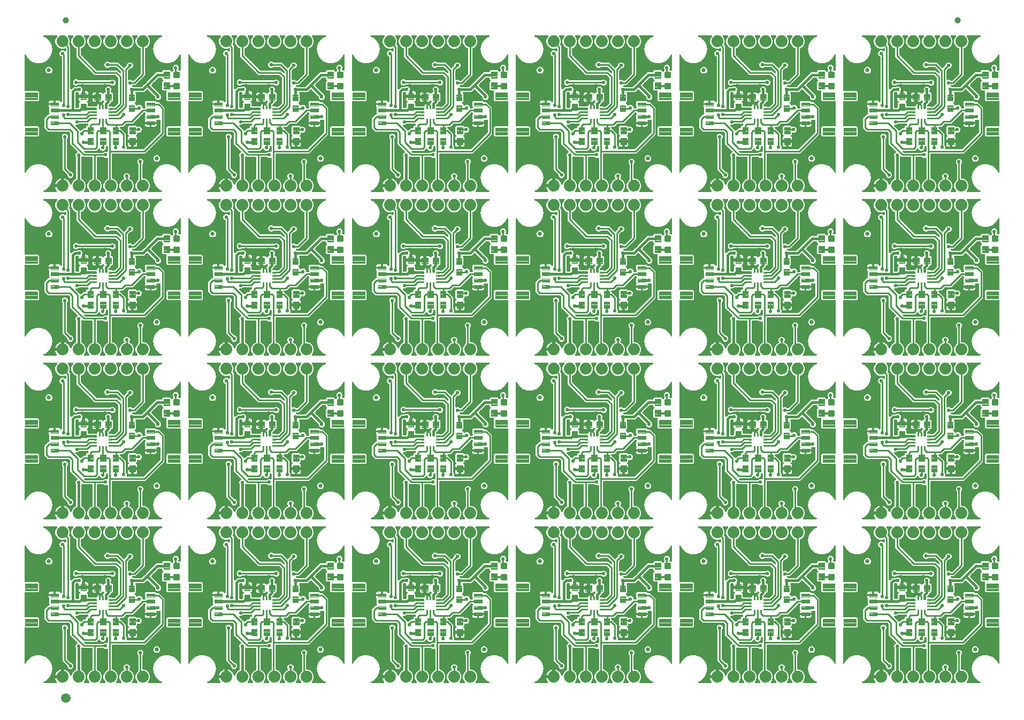
<source format=gtl>
G04 EAGLE Gerber RS-274X export*
G75*
%MOMM*%
%FSLAX34Y34*%
%LPD*%
%INTop Copper*%
%IPPOS*%
%AMOC8*
5,1,8,0,0,1.08239X$1,22.5*%
G01*
%ADD10C,0.100000*%
%ADD11C,0.635000*%
%ADD12C,1.879600*%
%ADD13C,0.096000*%
%ADD14C,0.102000*%
%ADD15C,0.300000*%
%ADD16C,1.000000*%
%ADD17C,1.500000*%
%ADD18C,0.254000*%
%ADD19C,0.554000*%
%ADD20C,0.406400*%
%ADD21C,0.304800*%

G36*
X571463Y3054D02*
X571463Y3054D01*
X571503Y3051D01*
X571621Y3074D01*
X571739Y3089D01*
X571777Y3103D01*
X571816Y3111D01*
X571924Y3162D01*
X572035Y3206D01*
X572067Y3229D01*
X572103Y3246D01*
X572196Y3322D01*
X572293Y3392D01*
X572318Y3423D01*
X572349Y3448D01*
X572419Y3545D01*
X572495Y3637D01*
X572512Y3673D01*
X572536Y3706D01*
X572580Y3817D01*
X572631Y3925D01*
X572638Y3964D01*
X572653Y4001D01*
X572668Y4120D01*
X572691Y4237D01*
X572688Y4277D01*
X572693Y4317D01*
X572678Y4435D01*
X572671Y4555D01*
X572659Y4593D01*
X572654Y4632D01*
X572610Y4743D01*
X572573Y4857D01*
X572552Y4891D01*
X572537Y4928D01*
X572451Y5064D01*
X571449Y6443D01*
X570596Y8117D01*
X570015Y9904D01*
X569975Y10161D01*
X580390Y10161D01*
X580508Y10176D01*
X580627Y10183D01*
X580665Y10196D01*
X580705Y10201D01*
X580816Y10244D01*
X580929Y10281D01*
X580963Y10303D01*
X581001Y10318D01*
X581097Y10388D01*
X581198Y10451D01*
X581226Y10481D01*
X581258Y10504D01*
X581334Y10596D01*
X581416Y10683D01*
X581435Y10718D01*
X581461Y10749D01*
X581512Y10857D01*
X581569Y10961D01*
X581580Y11001D01*
X581597Y11037D01*
X581619Y11154D01*
X581649Y11269D01*
X581653Y11330D01*
X581657Y11350D01*
X581655Y11370D01*
X581659Y11430D01*
X581659Y12701D01*
X582930Y12701D01*
X583048Y12716D01*
X583167Y12723D01*
X583205Y12736D01*
X583245Y12741D01*
X583356Y12785D01*
X583469Y12821D01*
X583504Y12843D01*
X583541Y12858D01*
X583637Y12928D01*
X583738Y12991D01*
X583766Y13021D01*
X583799Y13045D01*
X583874Y13136D01*
X583956Y13223D01*
X583976Y13258D01*
X584001Y13290D01*
X584052Y13397D01*
X584110Y13502D01*
X584120Y13541D01*
X584137Y13577D01*
X584159Y13694D01*
X584189Y13809D01*
X584193Y13870D01*
X584197Y13890D01*
X584195Y13910D01*
X584199Y13970D01*
X584199Y24385D01*
X584456Y24345D01*
X586243Y23764D01*
X587917Y22911D01*
X589438Y21806D01*
X590766Y20478D01*
X591871Y18957D01*
X592724Y17283D01*
X593314Y15466D01*
X593339Y15380D01*
X593370Y15254D01*
X593384Y15227D01*
X593392Y15198D01*
X593458Y15087D01*
X593518Y14973D01*
X593539Y14950D01*
X593554Y14924D01*
X593645Y14833D01*
X593732Y14737D01*
X593757Y14721D01*
X593779Y14700D01*
X593890Y14634D01*
X593998Y14563D01*
X594027Y14553D01*
X594052Y14537D01*
X594176Y14501D01*
X594299Y14459D01*
X594329Y14457D01*
X594358Y14449D01*
X594487Y14444D01*
X594616Y14434D01*
X594646Y14439D01*
X594676Y14438D01*
X594802Y14466D01*
X594929Y14489D01*
X594957Y14501D01*
X594986Y14507D01*
X595101Y14566D01*
X595219Y14619D01*
X595243Y14638D01*
X595270Y14652D01*
X595366Y14737D01*
X595468Y14818D01*
X595486Y14842D01*
X595508Y14862D01*
X595581Y14968D01*
X595659Y15072D01*
X595678Y15110D01*
X595687Y15124D01*
X595695Y15145D01*
X595730Y15216D01*
X597369Y19175D01*
X600585Y22391D01*
X602212Y23064D01*
X602237Y23079D01*
X602265Y23088D01*
X602375Y23158D01*
X602488Y23222D01*
X602509Y23242D01*
X602534Y23258D01*
X602623Y23353D01*
X602716Y23443D01*
X602732Y23468D01*
X602752Y23490D01*
X602815Y23603D01*
X602883Y23714D01*
X602891Y23742D01*
X602906Y23768D01*
X602938Y23894D01*
X602976Y24018D01*
X602978Y24048D01*
X602985Y24076D01*
X602995Y24237D01*
X602995Y48591D01*
X602983Y48689D01*
X602980Y48788D01*
X602967Y48832D01*
X602967Y57942D01*
X602966Y57952D01*
X602967Y57961D01*
X602946Y58110D01*
X602927Y58258D01*
X602924Y58267D01*
X602923Y58276D01*
X602870Y58428D01*
X602229Y59976D01*
X602229Y61887D01*
X602960Y63652D01*
X604311Y65003D01*
X604624Y65133D01*
X604667Y65158D01*
X604714Y65174D01*
X604805Y65236D01*
X604901Y65291D01*
X604936Y65325D01*
X604977Y65353D01*
X605050Y65436D01*
X605129Y65512D01*
X605155Y65554D01*
X605188Y65591D01*
X605238Y65689D01*
X605295Y65783D01*
X605310Y65830D01*
X605332Y65875D01*
X605356Y65982D01*
X605389Y66087D01*
X605391Y66137D01*
X605402Y66185D01*
X605399Y66295D01*
X605404Y66405D01*
X605394Y66453D01*
X605392Y66503D01*
X605362Y66609D01*
X605340Y66716D01*
X605318Y66761D01*
X605304Y66808D01*
X605248Y66903D01*
X605200Y67002D01*
X605168Y67040D01*
X605142Y67082D01*
X605036Y67203D01*
X593597Y78642D01*
X593597Y95896D01*
X593585Y95994D01*
X593582Y96093D01*
X593565Y96152D01*
X593557Y96212D01*
X593521Y96304D01*
X593493Y96399D01*
X593463Y96451D01*
X593440Y96507D01*
X593382Y96587D01*
X593332Y96673D01*
X593266Y96748D01*
X593254Y96765D01*
X593244Y96773D01*
X593226Y96794D01*
X592094Y97926D01*
X592015Y97986D01*
X591943Y98054D01*
X591890Y98083D01*
X591842Y98120D01*
X591751Y98160D01*
X591665Y98208D01*
X591606Y98223D01*
X591551Y98247D01*
X591453Y98262D01*
X591357Y98287D01*
X591257Y98293D01*
X591236Y98297D01*
X591224Y98295D01*
X591196Y98297D01*
X558702Y98297D01*
X552957Y104042D01*
X552957Y119478D01*
X558782Y125303D01*
X559411Y125303D01*
X559509Y125315D01*
X559608Y125318D01*
X559666Y125335D01*
X559727Y125343D01*
X559819Y125379D01*
X559914Y125407D01*
X559966Y125437D01*
X560022Y125460D01*
X560102Y125518D01*
X560188Y125568D01*
X560263Y125634D01*
X560280Y125646D01*
X560287Y125656D01*
X560309Y125674D01*
X560737Y126103D01*
X560810Y126197D01*
X560888Y126286D01*
X560907Y126322D01*
X560931Y126354D01*
X560979Y126463D01*
X561033Y126569D01*
X561042Y126608D01*
X561058Y126646D01*
X561077Y126763D01*
X561103Y126879D01*
X561101Y126920D01*
X561108Y126960D01*
X561097Y127078D01*
X561093Y127197D01*
X561082Y127236D01*
X561078Y127276D01*
X561038Y127388D01*
X561004Y127503D01*
X560984Y127538D01*
X560970Y127576D01*
X560903Y127674D01*
X560843Y127777D01*
X560803Y127822D01*
X560792Y127839D01*
X560776Y127852D01*
X560737Y127898D01*
X560177Y128457D01*
X560177Y135543D01*
X560377Y135743D01*
X560450Y135837D01*
X560529Y135927D01*
X560547Y135963D01*
X560572Y135995D01*
X560620Y136104D01*
X560674Y136210D01*
X560683Y136249D01*
X560699Y136286D01*
X560717Y136404D01*
X560743Y136520D01*
X560742Y136560D01*
X560748Y136601D01*
X560737Y136719D01*
X560734Y136838D01*
X560722Y136877D01*
X560719Y136917D01*
X560678Y137029D01*
X560645Y137144D01*
X560625Y137178D01*
X560611Y137216D01*
X560544Y137315D01*
X560484Y137418D01*
X560444Y137463D01*
X560432Y137480D01*
X560417Y137493D01*
X560377Y137538D01*
X560279Y137637D01*
X559877Y138332D01*
X559669Y139108D01*
X559669Y140501D01*
X568730Y140501D01*
X568848Y140516D01*
X568967Y140523D01*
X569005Y140535D01*
X569045Y140541D01*
X569156Y140584D01*
X569269Y140621D01*
X569303Y140643D01*
X569341Y140658D01*
X569437Y140727D01*
X569538Y140791D01*
X569566Y140821D01*
X569598Y140844D01*
X569674Y140936D01*
X569756Y141023D01*
X569775Y141058D01*
X569801Y141089D01*
X569821Y141133D01*
X569897Y141188D01*
X569998Y141251D01*
X570026Y141281D01*
X570059Y141305D01*
X570135Y141396D01*
X570216Y141483D01*
X570236Y141518D01*
X570261Y141550D01*
X570312Y141657D01*
X570370Y141762D01*
X570380Y141801D01*
X570397Y141837D01*
X570419Y141954D01*
X570449Y142070D01*
X570453Y142130D01*
X570457Y142150D01*
X570455Y142170D01*
X570459Y142230D01*
X570459Y147541D01*
X575602Y147541D01*
X576378Y147333D01*
X577073Y146931D01*
X577641Y146363D01*
X578069Y145623D01*
X578157Y145506D01*
X578242Y145389D01*
X578253Y145380D01*
X578261Y145369D01*
X578375Y145279D01*
X578487Y145186D01*
X578500Y145180D01*
X578510Y145172D01*
X578643Y145112D01*
X578775Y145050D01*
X578788Y145048D01*
X578801Y145042D01*
X578945Y145018D01*
X579088Y144990D01*
X579101Y144991D01*
X579114Y144989D01*
X579260Y145001D01*
X579405Y145010D01*
X579418Y145014D01*
X579431Y145015D01*
X579569Y145063D01*
X579707Y145108D01*
X579719Y145115D01*
X579732Y145120D01*
X579853Y145200D01*
X579976Y145278D01*
X579985Y145288D01*
X579997Y145296D01*
X580094Y145404D01*
X580194Y145510D01*
X580201Y145522D01*
X580210Y145532D01*
X580277Y145661D01*
X580348Y145788D01*
X580351Y145801D01*
X580357Y145813D01*
X580391Y145956D01*
X580427Y146096D01*
X580428Y146115D01*
X580430Y146123D01*
X580430Y146140D01*
X580437Y146257D01*
X580437Y216710D01*
X580434Y216739D01*
X580436Y216769D01*
X580414Y216896D01*
X580397Y217025D01*
X580387Y217053D01*
X580382Y217082D01*
X580328Y217201D01*
X580280Y217321D01*
X580263Y217345D01*
X580251Y217372D01*
X580170Y217474D01*
X580094Y217579D01*
X580071Y217597D01*
X580052Y217620D01*
X579949Y217699D01*
X579849Y217781D01*
X579822Y217794D01*
X579798Y217812D01*
X579654Y217883D01*
X578939Y218178D01*
X577588Y219529D01*
X576857Y221295D01*
X576857Y223205D01*
X577588Y224971D01*
X578939Y226322D01*
X580705Y227053D01*
X582615Y227053D01*
X584381Y226322D01*
X585081Y225622D01*
X585190Y225537D01*
X585297Y225448D01*
X585316Y225439D01*
X585332Y225427D01*
X585460Y225371D01*
X585585Y225312D01*
X585605Y225308D01*
X585624Y225300D01*
X585762Y225278D01*
X585898Y225252D01*
X585918Y225254D01*
X585938Y225250D01*
X586077Y225264D01*
X586215Y225272D01*
X586234Y225278D01*
X586254Y225280D01*
X586385Y225327D01*
X586517Y225370D01*
X586535Y225381D01*
X586554Y225388D01*
X586668Y225466D01*
X586786Y225540D01*
X586800Y225555D01*
X586817Y225566D01*
X586909Y225670D01*
X587004Y225772D01*
X587014Y225790D01*
X587027Y225805D01*
X587090Y225929D01*
X587158Y226050D01*
X587163Y226070D01*
X587172Y226088D01*
X587202Y226224D01*
X587237Y226358D01*
X587239Y226386D01*
X587242Y226398D01*
X587241Y226419D01*
X587247Y226519D01*
X587247Y229342D01*
X587241Y229392D01*
X587243Y229441D01*
X587221Y229549D01*
X587207Y229658D01*
X587189Y229704D01*
X587179Y229753D01*
X587131Y229851D01*
X587090Y229953D01*
X587061Y229994D01*
X587039Y230038D01*
X586968Y230122D01*
X586904Y230211D01*
X586865Y230243D01*
X586833Y230280D01*
X586743Y230343D01*
X586659Y230414D01*
X586614Y230435D01*
X586573Y230463D01*
X586470Y230502D01*
X586371Y230549D01*
X586322Y230558D01*
X586276Y230576D01*
X586166Y230588D01*
X586059Y230609D01*
X586009Y230606D01*
X585960Y230611D01*
X585851Y230596D01*
X585741Y230589D01*
X585694Y230574D01*
X585645Y230567D01*
X585492Y230515D01*
X583934Y229869D01*
X579386Y229869D01*
X575185Y231609D01*
X571969Y234825D01*
X570229Y239026D01*
X570229Y243574D01*
X571969Y247775D01*
X572979Y248785D01*
X573064Y248894D01*
X573153Y249001D01*
X573162Y249020D01*
X573174Y249036D01*
X573229Y249163D01*
X573288Y249289D01*
X573292Y249309D01*
X573300Y249328D01*
X573322Y249466D01*
X573348Y249602D01*
X573347Y249622D01*
X573350Y249642D01*
X573337Y249781D01*
X573328Y249919D01*
X573322Y249938D01*
X573320Y249958D01*
X573273Y250090D01*
X573230Y250221D01*
X573220Y250239D01*
X573213Y250258D01*
X573135Y250373D01*
X573060Y250490D01*
X573046Y250504D01*
X573034Y250521D01*
X572930Y250613D01*
X572829Y250708D01*
X572811Y250718D01*
X572796Y250731D01*
X572672Y250794D01*
X572550Y250862D01*
X572531Y250867D01*
X572513Y250876D01*
X572377Y250906D01*
X572242Y250941D01*
X572214Y250943D01*
X572202Y250946D01*
X572182Y250945D01*
X572082Y250951D01*
X552476Y250951D01*
X552379Y250939D01*
X552282Y250936D01*
X552222Y250919D01*
X552160Y250911D01*
X552070Y250876D01*
X551976Y250849D01*
X551922Y250817D01*
X551864Y250794D01*
X551786Y250737D01*
X551702Y250688D01*
X551658Y250644D01*
X551607Y250608D01*
X551545Y250532D01*
X551476Y250464D01*
X551444Y250411D01*
X551404Y250363D01*
X551363Y250275D01*
X551313Y250191D01*
X551295Y250131D01*
X551269Y250075D01*
X551251Y249979D01*
X551223Y249886D01*
X551221Y249824D01*
X551209Y249763D01*
X551215Y249665D01*
X551212Y249568D01*
X551225Y249507D01*
X551229Y249445D01*
X551259Y249352D01*
X551280Y249257D01*
X551308Y249202D01*
X551327Y249143D01*
X551379Y249060D01*
X551423Y248973D01*
X551464Y248927D01*
X551497Y248874D01*
X551568Y248807D01*
X551632Y248734D01*
X551683Y248699D01*
X551729Y248656D01*
X551814Y248609D01*
X551894Y248554D01*
X551990Y248512D01*
X552007Y248502D01*
X552018Y248500D01*
X552042Y248489D01*
X554522Y247587D01*
X560355Y242692D01*
X564162Y236098D01*
X565484Y228600D01*
X564162Y221102D01*
X560355Y214508D01*
X554522Y209613D01*
X547367Y207009D01*
X539753Y207009D01*
X532598Y209613D01*
X526765Y214508D01*
X523577Y220030D01*
X523489Y220146D01*
X523404Y220264D01*
X523393Y220272D01*
X523385Y220283D01*
X523271Y220373D01*
X523159Y220467D01*
X523146Y220472D01*
X523136Y220481D01*
X523002Y220540D01*
X522871Y220602D01*
X522858Y220605D01*
X522845Y220610D01*
X522701Y220635D01*
X522558Y220662D01*
X522545Y220661D01*
X522532Y220663D01*
X522386Y220651D01*
X522241Y220642D01*
X522228Y220638D01*
X522215Y220637D01*
X522077Y220589D01*
X521939Y220544D01*
X521927Y220537D01*
X521914Y220532D01*
X521793Y220452D01*
X521670Y220374D01*
X521661Y220364D01*
X521649Y220357D01*
X521552Y220249D01*
X521452Y220142D01*
X521445Y220130D01*
X521436Y220120D01*
X521369Y219992D01*
X521298Y219864D01*
X521295Y219851D01*
X521289Y219839D01*
X521255Y219697D01*
X521219Y219556D01*
X521218Y219538D01*
X521216Y219529D01*
X521216Y219512D01*
X521209Y219395D01*
X521209Y164302D01*
X521224Y164184D01*
X521231Y164065D01*
X521244Y164027D01*
X521249Y163986D01*
X521292Y163876D01*
X521329Y163763D01*
X521351Y163728D01*
X521366Y163691D01*
X521435Y163595D01*
X521499Y163494D01*
X521529Y163466D01*
X521552Y163433D01*
X521644Y163357D01*
X521731Y163276D01*
X521766Y163256D01*
X521797Y163231D01*
X521905Y163180D01*
X522009Y163122D01*
X522049Y163112D01*
X522085Y163095D01*
X522202Y163073D01*
X522317Y163043D01*
X522377Y163039D01*
X522397Y163035D01*
X522418Y163037D01*
X522478Y163033D01*
X542771Y163033D01*
X544243Y161561D01*
X544243Y148439D01*
X542771Y146967D01*
X522478Y146967D01*
X522360Y146952D01*
X522241Y146945D01*
X522203Y146932D01*
X522162Y146927D01*
X522052Y146884D01*
X521939Y146847D01*
X521904Y146825D01*
X521867Y146810D01*
X521771Y146741D01*
X521670Y146677D01*
X521642Y146647D01*
X521609Y146624D01*
X521533Y146532D01*
X521452Y146445D01*
X521432Y146410D01*
X521407Y146379D01*
X521356Y146271D01*
X521298Y146167D01*
X521288Y146127D01*
X521271Y146091D01*
X521249Y145974D01*
X521219Y145859D01*
X521215Y145799D01*
X521211Y145779D01*
X521213Y145758D01*
X521209Y145698D01*
X521209Y108302D01*
X521224Y108184D01*
X521231Y108065D01*
X521244Y108027D01*
X521249Y107986D01*
X521292Y107876D01*
X521329Y107763D01*
X521351Y107728D01*
X521366Y107691D01*
X521435Y107595D01*
X521499Y107494D01*
X521529Y107466D01*
X521552Y107433D01*
X521644Y107357D01*
X521731Y107276D01*
X521766Y107256D01*
X521797Y107231D01*
X521905Y107180D01*
X522009Y107122D01*
X522049Y107112D01*
X522085Y107095D01*
X522202Y107073D01*
X522317Y107043D01*
X522377Y107039D01*
X522397Y107035D01*
X522418Y107037D01*
X522478Y107033D01*
X542771Y107033D01*
X544243Y105561D01*
X544243Y92439D01*
X542771Y90967D01*
X522478Y90967D01*
X522360Y90952D01*
X522241Y90945D01*
X522203Y90932D01*
X522162Y90927D01*
X522052Y90884D01*
X521939Y90847D01*
X521904Y90825D01*
X521867Y90810D01*
X521771Y90741D01*
X521670Y90677D01*
X521642Y90647D01*
X521609Y90624D01*
X521533Y90532D01*
X521452Y90445D01*
X521432Y90410D01*
X521407Y90379D01*
X521356Y90271D01*
X521298Y90167D01*
X521288Y90127D01*
X521271Y90091D01*
X521249Y89974D01*
X521219Y89859D01*
X521215Y89799D01*
X521211Y89779D01*
X521213Y89758D01*
X521209Y89698D01*
X521209Y34605D01*
X521227Y34460D01*
X521242Y34315D01*
X521247Y34303D01*
X521249Y34289D01*
X521302Y34154D01*
X521353Y34017D01*
X521361Y34006D01*
X521366Y33994D01*
X521451Y33876D01*
X521534Y33756D01*
X521545Y33747D01*
X521552Y33736D01*
X521665Y33643D01*
X521775Y33548D01*
X521787Y33542D01*
X521797Y33533D01*
X521929Y33472D01*
X522060Y33406D01*
X522073Y33404D01*
X522085Y33398D01*
X522227Y33371D01*
X522371Y33340D01*
X522384Y33341D01*
X522397Y33338D01*
X522542Y33347D01*
X522688Y33353D01*
X522701Y33357D01*
X522715Y33358D01*
X522853Y33403D01*
X522993Y33445D01*
X523005Y33452D01*
X523017Y33456D01*
X523140Y33534D01*
X523265Y33609D01*
X523275Y33619D01*
X523286Y33626D01*
X523386Y33732D01*
X523488Y33836D01*
X523498Y33851D01*
X523504Y33858D01*
X523512Y33873D01*
X523577Y33970D01*
X526765Y39492D01*
X532598Y44387D01*
X539753Y46991D01*
X547367Y46991D01*
X554522Y44387D01*
X560355Y39492D01*
X564162Y32898D01*
X565484Y25400D01*
X564162Y17902D01*
X560355Y11308D01*
X554522Y6413D01*
X552042Y5511D01*
X551955Y5466D01*
X551864Y5430D01*
X551814Y5394D01*
X551759Y5365D01*
X551686Y5301D01*
X551607Y5244D01*
X551567Y5196D01*
X551521Y5154D01*
X551466Y5074D01*
X551404Y4999D01*
X551378Y4942D01*
X551343Y4891D01*
X551310Y4799D01*
X551269Y4711D01*
X551257Y4650D01*
X551236Y4591D01*
X551227Y4494D01*
X551209Y4398D01*
X551213Y4336D01*
X551207Y4274D01*
X551223Y4178D01*
X551229Y4081D01*
X551248Y4022D01*
X551258Y3960D01*
X551297Y3871D01*
X551327Y3779D01*
X551360Y3726D01*
X551385Y3669D01*
X551445Y3592D01*
X551497Y3510D01*
X551542Y3467D01*
X551581Y3418D01*
X551658Y3359D01*
X551729Y3292D01*
X551783Y3262D01*
X551832Y3224D01*
X551922Y3185D01*
X552007Y3138D01*
X552067Y3123D01*
X552125Y3098D01*
X552221Y3083D01*
X552315Y3059D01*
X552419Y3052D01*
X552439Y3049D01*
X552450Y3050D01*
X552476Y3049D01*
X571424Y3049D01*
X571463Y3054D01*
G37*
G36*
X571463Y262134D02*
X571463Y262134D01*
X571503Y262131D01*
X571621Y262154D01*
X571739Y262169D01*
X571777Y262183D01*
X571816Y262191D01*
X571924Y262242D01*
X572035Y262286D01*
X572067Y262309D01*
X572103Y262326D01*
X572196Y262402D01*
X572293Y262472D01*
X572318Y262503D01*
X572349Y262528D01*
X572419Y262625D01*
X572495Y262717D01*
X572512Y262753D01*
X572536Y262786D01*
X572580Y262897D01*
X572631Y263005D01*
X572638Y263044D01*
X572653Y263081D01*
X572668Y263200D01*
X572691Y263317D01*
X572688Y263357D01*
X572693Y263397D01*
X572678Y263515D01*
X572671Y263635D01*
X572659Y263673D01*
X572654Y263712D01*
X572610Y263823D01*
X572573Y263937D01*
X572552Y263971D01*
X572537Y264008D01*
X572451Y264144D01*
X571449Y265523D01*
X570596Y267197D01*
X570015Y268984D01*
X569975Y269241D01*
X580390Y269241D01*
X580508Y269256D01*
X580627Y269263D01*
X580665Y269276D01*
X580705Y269281D01*
X580816Y269324D01*
X580929Y269361D01*
X580963Y269383D01*
X581001Y269398D01*
X581097Y269468D01*
X581198Y269531D01*
X581226Y269561D01*
X581258Y269584D01*
X581334Y269676D01*
X581416Y269763D01*
X581435Y269798D01*
X581461Y269829D01*
X581512Y269937D01*
X581569Y270041D01*
X581580Y270081D01*
X581597Y270117D01*
X581619Y270234D01*
X581649Y270349D01*
X581653Y270410D01*
X581657Y270430D01*
X581655Y270450D01*
X581659Y270510D01*
X581659Y271781D01*
X582930Y271781D01*
X583048Y271796D01*
X583167Y271803D01*
X583205Y271816D01*
X583245Y271821D01*
X583356Y271865D01*
X583469Y271901D01*
X583504Y271923D01*
X583541Y271938D01*
X583637Y272008D01*
X583738Y272071D01*
X583766Y272101D01*
X583799Y272125D01*
X583874Y272216D01*
X583956Y272303D01*
X583976Y272338D01*
X584001Y272370D01*
X584052Y272477D01*
X584110Y272582D01*
X584120Y272621D01*
X584137Y272657D01*
X584159Y272774D01*
X584189Y272889D01*
X584193Y272950D01*
X584197Y272970D01*
X584195Y272990D01*
X584199Y273050D01*
X584199Y283465D01*
X584456Y283425D01*
X586243Y282844D01*
X587917Y281991D01*
X589438Y280886D01*
X590766Y279558D01*
X591871Y278037D01*
X592724Y276363D01*
X593314Y274546D01*
X593340Y274460D01*
X593370Y274334D01*
X593384Y274307D01*
X593392Y274278D01*
X593458Y274167D01*
X593518Y274053D01*
X593539Y274030D01*
X593554Y274004D01*
X593645Y273913D01*
X593732Y273817D01*
X593757Y273801D01*
X593779Y273779D01*
X593890Y273714D01*
X593998Y273643D01*
X594027Y273633D01*
X594052Y273617D01*
X594176Y273581D01*
X594299Y273539D01*
X594329Y273537D01*
X594358Y273529D01*
X594487Y273524D01*
X594616Y273514D01*
X594646Y273519D01*
X594676Y273518D01*
X594802Y273546D01*
X594929Y273569D01*
X594957Y273581D01*
X594986Y273588D01*
X595101Y273646D01*
X595219Y273699D01*
X595243Y273718D01*
X595270Y273732D01*
X595367Y273817D01*
X595468Y273898D01*
X595486Y273922D01*
X595508Y273942D01*
X595581Y274049D01*
X595659Y274152D01*
X595678Y274191D01*
X595687Y274205D01*
X595695Y274225D01*
X595730Y274296D01*
X597369Y278255D01*
X600585Y281471D01*
X602212Y282144D01*
X602237Y282159D01*
X602265Y282168D01*
X602375Y282238D01*
X602488Y282302D01*
X602509Y282322D01*
X602534Y282338D01*
X602623Y282433D01*
X602716Y282523D01*
X602732Y282548D01*
X602752Y282570D01*
X602815Y282683D01*
X602883Y282794D01*
X602891Y282822D01*
X602906Y282848D01*
X602938Y282974D01*
X602976Y283098D01*
X602978Y283128D01*
X602985Y283156D01*
X602995Y283317D01*
X602995Y307671D01*
X602983Y307769D01*
X602980Y307868D01*
X602967Y307912D01*
X602967Y317022D01*
X602966Y317032D01*
X602967Y317041D01*
X602946Y317190D01*
X602927Y317338D01*
X602924Y317347D01*
X602923Y317356D01*
X602870Y317508D01*
X602229Y319056D01*
X602229Y320967D01*
X602960Y322732D01*
X604311Y324083D01*
X604624Y324213D01*
X604667Y324238D01*
X604714Y324254D01*
X604805Y324316D01*
X604901Y324371D01*
X604936Y324405D01*
X604977Y324433D01*
X605050Y324516D01*
X605129Y324592D01*
X605155Y324634D01*
X605188Y324671D01*
X605238Y324769D01*
X605295Y324863D01*
X605310Y324910D01*
X605332Y324955D01*
X605356Y325062D01*
X605389Y325167D01*
X605391Y325217D01*
X605402Y325265D01*
X605399Y325375D01*
X605404Y325485D01*
X605394Y325533D01*
X605392Y325583D01*
X605362Y325689D01*
X605340Y325796D01*
X605318Y325841D01*
X605304Y325888D01*
X605248Y325983D01*
X605200Y326082D01*
X605168Y326120D01*
X605142Y326162D01*
X605036Y326283D01*
X593597Y337722D01*
X593597Y354976D01*
X593585Y355074D01*
X593582Y355173D01*
X593565Y355232D01*
X593557Y355292D01*
X593521Y355384D01*
X593493Y355479D01*
X593463Y355531D01*
X593440Y355587D01*
X593382Y355667D01*
X593332Y355753D01*
X593266Y355828D01*
X593254Y355845D01*
X593244Y355853D01*
X593226Y355874D01*
X592094Y357006D01*
X592015Y357066D01*
X591943Y357134D01*
X591890Y357163D01*
X591842Y357200D01*
X591751Y357240D01*
X591665Y357288D01*
X591606Y357303D01*
X591551Y357327D01*
X591453Y357342D01*
X591357Y357367D01*
X591257Y357373D01*
X591236Y357377D01*
X591224Y357375D01*
X591196Y357377D01*
X558702Y357377D01*
X552957Y363122D01*
X552957Y378558D01*
X558782Y384383D01*
X559411Y384383D01*
X559509Y384395D01*
X559608Y384398D01*
X559666Y384415D01*
X559727Y384423D01*
X559819Y384459D01*
X559914Y384487D01*
X559966Y384517D01*
X560022Y384540D01*
X560102Y384598D01*
X560188Y384648D01*
X560263Y384714D01*
X560280Y384726D01*
X560287Y384736D01*
X560309Y384754D01*
X560737Y385183D01*
X560810Y385277D01*
X560888Y385366D01*
X560907Y385402D01*
X560931Y385434D01*
X560979Y385543D01*
X561033Y385649D01*
X561042Y385688D01*
X561058Y385726D01*
X561077Y385843D01*
X561103Y385959D01*
X561101Y386000D01*
X561108Y386040D01*
X561097Y386158D01*
X561093Y386277D01*
X561082Y386316D01*
X561078Y386356D01*
X561038Y386468D01*
X561004Y386583D01*
X560984Y386618D01*
X560970Y386656D01*
X560903Y386754D01*
X560843Y386857D01*
X560803Y386902D01*
X560792Y386919D01*
X560776Y386932D01*
X560737Y386978D01*
X560177Y387537D01*
X560177Y394623D01*
X560377Y394823D01*
X560450Y394917D01*
X560529Y395007D01*
X560547Y395043D01*
X560572Y395075D01*
X560620Y395184D01*
X560674Y395290D01*
X560683Y395329D01*
X560699Y395366D01*
X560717Y395484D01*
X560743Y395600D01*
X560742Y395640D01*
X560748Y395681D01*
X560737Y395799D01*
X560734Y395918D01*
X560722Y395957D01*
X560719Y395997D01*
X560678Y396109D01*
X560645Y396224D01*
X560625Y396258D01*
X560611Y396296D01*
X560544Y396395D01*
X560484Y396498D01*
X560444Y396543D01*
X560432Y396560D01*
X560417Y396573D01*
X560377Y396618D01*
X560279Y396717D01*
X559877Y397412D01*
X559669Y398188D01*
X559669Y399581D01*
X568730Y399581D01*
X568848Y399596D01*
X568967Y399603D01*
X569005Y399615D01*
X569045Y399621D01*
X569156Y399664D01*
X569269Y399701D01*
X569303Y399723D01*
X569341Y399738D01*
X569437Y399807D01*
X569538Y399871D01*
X569566Y399901D01*
X569598Y399924D01*
X569674Y400016D01*
X569756Y400103D01*
X569775Y400138D01*
X569801Y400169D01*
X569821Y400213D01*
X569897Y400268D01*
X569998Y400331D01*
X570026Y400361D01*
X570059Y400385D01*
X570135Y400476D01*
X570216Y400563D01*
X570236Y400598D01*
X570261Y400630D01*
X570312Y400737D01*
X570370Y400842D01*
X570380Y400881D01*
X570397Y400917D01*
X570419Y401034D01*
X570449Y401150D01*
X570453Y401210D01*
X570457Y401230D01*
X570455Y401250D01*
X570459Y401310D01*
X570459Y406621D01*
X575602Y406621D01*
X576378Y406413D01*
X577073Y406011D01*
X577641Y405443D01*
X578069Y404703D01*
X578157Y404586D01*
X578242Y404469D01*
X578253Y404460D01*
X578261Y404449D01*
X578375Y404359D01*
X578487Y404266D01*
X578500Y404260D01*
X578510Y404252D01*
X578643Y404192D01*
X578775Y404130D01*
X578788Y404128D01*
X578801Y404122D01*
X578945Y404098D01*
X579088Y404070D01*
X579101Y404071D01*
X579114Y404069D01*
X579260Y404081D01*
X579405Y404090D01*
X579418Y404094D01*
X579431Y404095D01*
X579569Y404143D01*
X579707Y404188D01*
X579719Y404195D01*
X579732Y404200D01*
X579853Y404280D01*
X579976Y404358D01*
X579985Y404368D01*
X579997Y404376D01*
X580094Y404484D01*
X580194Y404590D01*
X580201Y404602D01*
X580210Y404612D01*
X580277Y404741D01*
X580348Y404868D01*
X580351Y404881D01*
X580357Y404893D01*
X580391Y405036D01*
X580427Y405176D01*
X580428Y405195D01*
X580430Y405203D01*
X580430Y405220D01*
X580437Y405337D01*
X580437Y475790D01*
X580434Y475819D01*
X580436Y475849D01*
X580414Y475976D01*
X580397Y476105D01*
X580387Y476133D01*
X580382Y476162D01*
X580328Y476281D01*
X580280Y476401D01*
X580263Y476425D01*
X580251Y476452D01*
X580170Y476554D01*
X580094Y476659D01*
X580071Y476677D01*
X580052Y476700D01*
X579949Y476779D01*
X579849Y476861D01*
X579822Y476874D01*
X579798Y476892D01*
X579654Y476963D01*
X578939Y477258D01*
X577588Y478609D01*
X576857Y480375D01*
X576857Y482285D01*
X577588Y484051D01*
X578939Y485402D01*
X580705Y486133D01*
X582615Y486133D01*
X584381Y485402D01*
X585081Y484702D01*
X585190Y484617D01*
X585297Y484528D01*
X585316Y484519D01*
X585332Y484507D01*
X585460Y484451D01*
X585585Y484392D01*
X585605Y484388D01*
X585624Y484380D01*
X585762Y484358D01*
X585898Y484332D01*
X585918Y484334D01*
X585938Y484330D01*
X586077Y484344D01*
X586215Y484352D01*
X586234Y484358D01*
X586254Y484360D01*
X586385Y484407D01*
X586517Y484450D01*
X586535Y484461D01*
X586554Y484468D01*
X586668Y484546D01*
X586786Y484620D01*
X586800Y484635D01*
X586817Y484646D01*
X586909Y484750D01*
X587004Y484852D01*
X587014Y484870D01*
X587027Y484885D01*
X587090Y485009D01*
X587158Y485130D01*
X587163Y485150D01*
X587172Y485168D01*
X587202Y485304D01*
X587237Y485438D01*
X587239Y485466D01*
X587242Y485478D01*
X587241Y485499D01*
X587247Y485599D01*
X587247Y488422D01*
X587241Y488472D01*
X587243Y488521D01*
X587221Y488629D01*
X587207Y488738D01*
X587189Y488784D01*
X587179Y488833D01*
X587131Y488931D01*
X587090Y489033D01*
X587061Y489074D01*
X587039Y489118D01*
X586968Y489202D01*
X586904Y489291D01*
X586865Y489323D01*
X586833Y489360D01*
X586743Y489423D01*
X586659Y489494D01*
X586614Y489515D01*
X586573Y489543D01*
X586470Y489582D01*
X586371Y489629D01*
X586322Y489638D01*
X586276Y489656D01*
X586166Y489668D01*
X586059Y489689D01*
X586009Y489686D01*
X585960Y489691D01*
X585851Y489676D01*
X585741Y489669D01*
X585694Y489654D01*
X585645Y489647D01*
X585492Y489595D01*
X583934Y488949D01*
X579386Y488949D01*
X575185Y490689D01*
X571969Y493905D01*
X570229Y498106D01*
X570229Y502654D01*
X571969Y506855D01*
X572979Y507865D01*
X573064Y507974D01*
X573153Y508081D01*
X573162Y508100D01*
X573174Y508116D01*
X573229Y508243D01*
X573288Y508369D01*
X573292Y508389D01*
X573300Y508408D01*
X573322Y508546D01*
X573348Y508682D01*
X573347Y508702D01*
X573350Y508722D01*
X573337Y508861D01*
X573328Y508999D01*
X573322Y509018D01*
X573320Y509038D01*
X573273Y509170D01*
X573230Y509301D01*
X573220Y509319D01*
X573213Y509338D01*
X573135Y509453D01*
X573060Y509570D01*
X573046Y509584D01*
X573034Y509601D01*
X572930Y509693D01*
X572829Y509788D01*
X572811Y509798D01*
X572796Y509811D01*
X572672Y509874D01*
X572550Y509942D01*
X572531Y509947D01*
X572513Y509956D01*
X572377Y509986D01*
X572242Y510021D01*
X572214Y510023D01*
X572202Y510026D01*
X572182Y510025D01*
X572082Y510031D01*
X552476Y510031D01*
X552379Y510019D01*
X552282Y510016D01*
X552222Y509999D01*
X552160Y509991D01*
X552070Y509956D01*
X551976Y509929D01*
X551922Y509897D01*
X551864Y509874D01*
X551786Y509817D01*
X551702Y509768D01*
X551658Y509724D01*
X551607Y509688D01*
X551545Y509612D01*
X551476Y509544D01*
X551444Y509491D01*
X551404Y509443D01*
X551363Y509355D01*
X551313Y509271D01*
X551295Y509211D01*
X551269Y509155D01*
X551251Y509059D01*
X551223Y508966D01*
X551221Y508904D01*
X551209Y508843D01*
X551215Y508745D01*
X551212Y508648D01*
X551225Y508587D01*
X551229Y508525D01*
X551259Y508432D01*
X551280Y508337D01*
X551308Y508282D01*
X551327Y508223D01*
X551379Y508140D01*
X551423Y508053D01*
X551464Y508007D01*
X551497Y507954D01*
X551568Y507887D01*
X551632Y507814D01*
X551683Y507779D01*
X551729Y507736D01*
X551814Y507689D01*
X551894Y507634D01*
X551990Y507592D01*
X552007Y507582D01*
X552018Y507580D01*
X552042Y507569D01*
X554522Y506667D01*
X560355Y501772D01*
X564162Y495178D01*
X565484Y487680D01*
X564162Y480182D01*
X560355Y473588D01*
X554522Y468693D01*
X547367Y466089D01*
X539753Y466089D01*
X532598Y468693D01*
X526765Y473588D01*
X523577Y479110D01*
X523489Y479226D01*
X523404Y479344D01*
X523393Y479352D01*
X523385Y479363D01*
X523271Y479453D01*
X523159Y479547D01*
X523146Y479552D01*
X523136Y479561D01*
X523002Y479620D01*
X522871Y479682D01*
X522858Y479685D01*
X522845Y479690D01*
X522701Y479715D01*
X522558Y479742D01*
X522545Y479741D01*
X522532Y479743D01*
X522386Y479731D01*
X522241Y479722D01*
X522228Y479718D01*
X522215Y479717D01*
X522077Y479669D01*
X521939Y479624D01*
X521927Y479617D01*
X521914Y479612D01*
X521793Y479532D01*
X521670Y479454D01*
X521661Y479444D01*
X521649Y479437D01*
X521552Y479329D01*
X521452Y479222D01*
X521445Y479210D01*
X521436Y479200D01*
X521369Y479072D01*
X521298Y478944D01*
X521295Y478931D01*
X521289Y478919D01*
X521255Y478777D01*
X521219Y478636D01*
X521218Y478618D01*
X521216Y478609D01*
X521216Y478592D01*
X521209Y478475D01*
X521209Y423382D01*
X521224Y423264D01*
X521231Y423145D01*
X521244Y423107D01*
X521249Y423066D01*
X521292Y422956D01*
X521329Y422843D01*
X521351Y422808D01*
X521366Y422771D01*
X521435Y422675D01*
X521499Y422574D01*
X521529Y422546D01*
X521552Y422513D01*
X521644Y422437D01*
X521731Y422356D01*
X521766Y422336D01*
X521797Y422311D01*
X521905Y422260D01*
X522009Y422202D01*
X522049Y422192D01*
X522085Y422175D01*
X522202Y422153D01*
X522317Y422123D01*
X522377Y422119D01*
X522397Y422115D01*
X522418Y422117D01*
X522478Y422113D01*
X542771Y422113D01*
X544243Y420641D01*
X544243Y407519D01*
X542771Y406047D01*
X522478Y406047D01*
X522360Y406032D01*
X522241Y406025D01*
X522203Y406012D01*
X522162Y406007D01*
X522052Y405964D01*
X521939Y405927D01*
X521904Y405905D01*
X521867Y405890D01*
X521771Y405821D01*
X521670Y405757D01*
X521642Y405727D01*
X521609Y405704D01*
X521533Y405612D01*
X521452Y405525D01*
X521432Y405490D01*
X521407Y405459D01*
X521356Y405351D01*
X521298Y405247D01*
X521288Y405207D01*
X521271Y405171D01*
X521249Y405054D01*
X521219Y404939D01*
X521215Y404879D01*
X521211Y404859D01*
X521213Y404838D01*
X521209Y404778D01*
X521209Y367382D01*
X521224Y367264D01*
X521231Y367145D01*
X521244Y367107D01*
X521249Y367066D01*
X521292Y366956D01*
X521329Y366843D01*
X521351Y366808D01*
X521366Y366771D01*
X521435Y366675D01*
X521499Y366574D01*
X521529Y366546D01*
X521552Y366513D01*
X521644Y366437D01*
X521731Y366356D01*
X521766Y366336D01*
X521797Y366311D01*
X521905Y366260D01*
X522009Y366202D01*
X522049Y366192D01*
X522085Y366175D01*
X522202Y366153D01*
X522317Y366123D01*
X522377Y366119D01*
X522397Y366115D01*
X522418Y366117D01*
X522478Y366113D01*
X542771Y366113D01*
X544243Y364641D01*
X544243Y351519D01*
X542771Y350047D01*
X522478Y350047D01*
X522360Y350032D01*
X522241Y350025D01*
X522203Y350012D01*
X522162Y350007D01*
X522052Y349964D01*
X521939Y349927D01*
X521904Y349905D01*
X521867Y349890D01*
X521771Y349821D01*
X521670Y349757D01*
X521642Y349727D01*
X521609Y349704D01*
X521533Y349612D01*
X521452Y349525D01*
X521432Y349490D01*
X521407Y349459D01*
X521356Y349351D01*
X521298Y349247D01*
X521288Y349207D01*
X521271Y349171D01*
X521249Y349054D01*
X521219Y348939D01*
X521215Y348879D01*
X521211Y348859D01*
X521213Y348838D01*
X521209Y348778D01*
X521209Y293685D01*
X521227Y293540D01*
X521242Y293395D01*
X521247Y293383D01*
X521249Y293369D01*
X521302Y293234D01*
X521353Y293097D01*
X521361Y293086D01*
X521366Y293074D01*
X521451Y292956D01*
X521534Y292836D01*
X521545Y292827D01*
X521552Y292816D01*
X521665Y292723D01*
X521775Y292628D01*
X521787Y292622D01*
X521797Y292613D01*
X521929Y292552D01*
X522060Y292486D01*
X522073Y292484D01*
X522085Y292478D01*
X522227Y292451D01*
X522371Y292420D01*
X522384Y292421D01*
X522397Y292418D01*
X522542Y292427D01*
X522688Y292433D01*
X522701Y292437D01*
X522715Y292438D01*
X522853Y292483D01*
X522993Y292525D01*
X523005Y292532D01*
X523017Y292536D01*
X523140Y292614D01*
X523265Y292689D01*
X523275Y292699D01*
X523286Y292706D01*
X523386Y292812D01*
X523488Y292916D01*
X523498Y292931D01*
X523504Y292938D01*
X523512Y292953D01*
X523577Y293050D01*
X526765Y298572D01*
X532598Y303467D01*
X539753Y306071D01*
X547367Y306071D01*
X554522Y303467D01*
X560355Y298572D01*
X564162Y291978D01*
X565484Y284480D01*
X564162Y276982D01*
X560355Y270388D01*
X554522Y265493D01*
X552042Y264591D01*
X551955Y264546D01*
X551864Y264510D01*
X551814Y264474D01*
X551759Y264445D01*
X551686Y264381D01*
X551607Y264324D01*
X551567Y264276D01*
X551521Y264234D01*
X551466Y264154D01*
X551404Y264079D01*
X551378Y264022D01*
X551343Y263971D01*
X551310Y263879D01*
X551269Y263791D01*
X551257Y263730D01*
X551236Y263671D01*
X551227Y263574D01*
X551209Y263478D01*
X551213Y263416D01*
X551207Y263354D01*
X551223Y263258D01*
X551229Y263161D01*
X551248Y263102D01*
X551258Y263040D01*
X551297Y262951D01*
X551327Y262859D01*
X551360Y262806D01*
X551385Y262749D01*
X551445Y262672D01*
X551497Y262590D01*
X551542Y262547D01*
X551581Y262498D01*
X551658Y262439D01*
X551729Y262372D01*
X551783Y262342D01*
X551832Y262304D01*
X551922Y262265D01*
X552007Y262218D01*
X552067Y262203D01*
X552125Y262178D01*
X552221Y262163D01*
X552315Y262139D01*
X552419Y262132D01*
X552439Y262129D01*
X552450Y262130D01*
X552476Y262129D01*
X571424Y262129D01*
X571463Y262134D01*
G37*
G36*
X571463Y780294D02*
X571463Y780294D01*
X571503Y780291D01*
X571621Y780314D01*
X571739Y780329D01*
X571777Y780343D01*
X571816Y780351D01*
X571924Y780402D01*
X572035Y780446D01*
X572067Y780469D01*
X572103Y780486D01*
X572196Y780562D01*
X572293Y780632D01*
X572318Y780663D01*
X572349Y780688D01*
X572419Y780785D01*
X572495Y780877D01*
X572512Y780913D01*
X572536Y780946D01*
X572580Y781057D01*
X572631Y781165D01*
X572638Y781204D01*
X572653Y781241D01*
X572668Y781360D01*
X572691Y781477D01*
X572688Y781517D01*
X572693Y781557D01*
X572678Y781675D01*
X572671Y781795D01*
X572659Y781833D01*
X572654Y781872D01*
X572610Y781983D01*
X572573Y782097D01*
X572552Y782131D01*
X572537Y782168D01*
X572451Y782304D01*
X571449Y783683D01*
X570596Y785357D01*
X570015Y787144D01*
X569975Y787401D01*
X580390Y787401D01*
X580508Y787416D01*
X580627Y787423D01*
X580665Y787436D01*
X580705Y787441D01*
X580816Y787484D01*
X580929Y787521D01*
X580963Y787543D01*
X581001Y787558D01*
X581097Y787628D01*
X581198Y787691D01*
X581226Y787721D01*
X581258Y787744D01*
X581334Y787836D01*
X581416Y787923D01*
X581435Y787958D01*
X581461Y787989D01*
X581512Y788097D01*
X581569Y788201D01*
X581580Y788241D01*
X581597Y788277D01*
X581619Y788394D01*
X581649Y788509D01*
X581653Y788570D01*
X581657Y788590D01*
X581655Y788610D01*
X581659Y788670D01*
X581659Y789941D01*
X582930Y789941D01*
X583048Y789956D01*
X583167Y789963D01*
X583205Y789976D01*
X583245Y789981D01*
X583356Y790025D01*
X583469Y790061D01*
X583504Y790083D01*
X583541Y790098D01*
X583637Y790168D01*
X583738Y790231D01*
X583766Y790261D01*
X583799Y790285D01*
X583874Y790376D01*
X583956Y790463D01*
X583976Y790498D01*
X584001Y790530D01*
X584052Y790637D01*
X584110Y790742D01*
X584120Y790781D01*
X584137Y790817D01*
X584159Y790934D01*
X584189Y791049D01*
X584193Y791110D01*
X584197Y791130D01*
X584195Y791150D01*
X584199Y791210D01*
X584199Y801625D01*
X584456Y801585D01*
X586243Y801004D01*
X587917Y800151D01*
X589438Y799046D01*
X590766Y797718D01*
X591871Y796197D01*
X592724Y794523D01*
X593314Y792706D01*
X593339Y792620D01*
X593370Y792494D01*
X593384Y792467D01*
X593392Y792438D01*
X593458Y792327D01*
X593518Y792213D01*
X593539Y792190D01*
X593554Y792164D01*
X593645Y792073D01*
X593732Y791977D01*
X593757Y791961D01*
X593779Y791940D01*
X593890Y791874D01*
X593998Y791803D01*
X594027Y791793D01*
X594052Y791777D01*
X594176Y791741D01*
X594299Y791699D01*
X594329Y791697D01*
X594358Y791689D01*
X594487Y791684D01*
X594616Y791674D01*
X594646Y791679D01*
X594676Y791678D01*
X594802Y791706D01*
X594929Y791729D01*
X594957Y791741D01*
X594986Y791747D01*
X595101Y791806D01*
X595219Y791859D01*
X595243Y791878D01*
X595270Y791892D01*
X595366Y791977D01*
X595468Y792058D01*
X595486Y792082D01*
X595508Y792102D01*
X595581Y792208D01*
X595659Y792312D01*
X595678Y792350D01*
X595687Y792364D01*
X595695Y792385D01*
X595730Y792456D01*
X597369Y796415D01*
X600585Y799631D01*
X602212Y800304D01*
X602237Y800319D01*
X602265Y800328D01*
X602375Y800398D01*
X602488Y800462D01*
X602509Y800482D01*
X602534Y800498D01*
X602623Y800593D01*
X602716Y800683D01*
X602732Y800708D01*
X602752Y800730D01*
X602815Y800843D01*
X602883Y800954D01*
X602891Y800982D01*
X602906Y801008D01*
X602938Y801134D01*
X602976Y801258D01*
X602978Y801288D01*
X602985Y801316D01*
X602995Y801477D01*
X602995Y825831D01*
X602983Y825929D01*
X602980Y826028D01*
X602967Y826072D01*
X602967Y835182D01*
X602966Y835192D01*
X602967Y835201D01*
X602946Y835350D01*
X602927Y835498D01*
X602924Y835507D01*
X602923Y835516D01*
X602870Y835668D01*
X602229Y837216D01*
X602229Y839127D01*
X602960Y840892D01*
X604311Y842243D01*
X604624Y842373D01*
X604667Y842398D01*
X604714Y842414D01*
X604805Y842476D01*
X604901Y842531D01*
X604936Y842565D01*
X604977Y842593D01*
X605050Y842676D01*
X605129Y842752D01*
X605155Y842794D01*
X605188Y842831D01*
X605238Y842929D01*
X605295Y843023D01*
X605310Y843070D01*
X605332Y843115D01*
X605356Y843222D01*
X605389Y843327D01*
X605391Y843377D01*
X605402Y843425D01*
X605399Y843535D01*
X605404Y843645D01*
X605394Y843693D01*
X605392Y843743D01*
X605362Y843849D01*
X605340Y843956D01*
X605318Y844001D01*
X605304Y844048D01*
X605248Y844143D01*
X605200Y844242D01*
X605168Y844280D01*
X605142Y844322D01*
X605036Y844443D01*
X593597Y855882D01*
X593597Y873136D01*
X593585Y873234D01*
X593582Y873333D01*
X593565Y873392D01*
X593557Y873452D01*
X593521Y873544D01*
X593493Y873639D01*
X593463Y873691D01*
X593440Y873747D01*
X593382Y873827D01*
X593332Y873913D01*
X593266Y873988D01*
X593254Y874005D01*
X593244Y874013D01*
X593226Y874034D01*
X592094Y875166D01*
X592015Y875226D01*
X591943Y875294D01*
X591890Y875323D01*
X591842Y875360D01*
X591751Y875400D01*
X591665Y875448D01*
X591606Y875463D01*
X591551Y875487D01*
X591453Y875502D01*
X591357Y875527D01*
X591257Y875533D01*
X591236Y875537D01*
X591224Y875535D01*
X591196Y875537D01*
X558702Y875537D01*
X552957Y881282D01*
X552957Y896718D01*
X558782Y902543D01*
X559411Y902543D01*
X559509Y902555D01*
X559608Y902558D01*
X559666Y902575D01*
X559727Y902583D01*
X559819Y902619D01*
X559914Y902647D01*
X559966Y902677D01*
X560022Y902700D01*
X560102Y902758D01*
X560188Y902808D01*
X560263Y902874D01*
X560280Y902886D01*
X560287Y902896D01*
X560309Y902914D01*
X560737Y903343D01*
X560810Y903437D01*
X560888Y903526D01*
X560907Y903562D01*
X560931Y903594D01*
X560979Y903703D01*
X561033Y903809D01*
X561042Y903848D01*
X561058Y903886D01*
X561077Y904003D01*
X561103Y904119D01*
X561101Y904160D01*
X561108Y904200D01*
X561097Y904318D01*
X561093Y904437D01*
X561082Y904476D01*
X561078Y904516D01*
X561038Y904628D01*
X561004Y904743D01*
X560984Y904778D01*
X560970Y904816D01*
X560903Y904914D01*
X560843Y905017D01*
X560803Y905062D01*
X560792Y905079D01*
X560776Y905092D01*
X560737Y905138D01*
X560177Y905697D01*
X560177Y912783D01*
X560377Y912983D01*
X560450Y913077D01*
X560529Y913167D01*
X560547Y913203D01*
X560572Y913235D01*
X560620Y913344D01*
X560674Y913450D01*
X560683Y913489D01*
X560699Y913526D01*
X560717Y913644D01*
X560743Y913760D01*
X560742Y913800D01*
X560748Y913841D01*
X560737Y913959D01*
X560734Y914078D01*
X560722Y914117D01*
X560719Y914157D01*
X560678Y914269D01*
X560645Y914384D01*
X560625Y914418D01*
X560611Y914456D01*
X560544Y914555D01*
X560484Y914658D01*
X560444Y914703D01*
X560432Y914720D01*
X560417Y914733D01*
X560377Y914778D01*
X560279Y914877D01*
X559877Y915572D01*
X559669Y916348D01*
X559669Y917741D01*
X568730Y917741D01*
X568848Y917756D01*
X568967Y917763D01*
X569005Y917775D01*
X569045Y917781D01*
X569156Y917824D01*
X569269Y917861D01*
X569303Y917883D01*
X569341Y917898D01*
X569437Y917967D01*
X569538Y918031D01*
X569566Y918061D01*
X569598Y918084D01*
X569674Y918176D01*
X569756Y918263D01*
X569775Y918298D01*
X569801Y918329D01*
X569821Y918373D01*
X569897Y918428D01*
X569998Y918491D01*
X570026Y918521D01*
X570059Y918545D01*
X570135Y918636D01*
X570216Y918723D01*
X570236Y918758D01*
X570261Y918790D01*
X570312Y918897D01*
X570370Y919002D01*
X570380Y919041D01*
X570397Y919077D01*
X570419Y919194D01*
X570449Y919310D01*
X570453Y919370D01*
X570457Y919390D01*
X570455Y919410D01*
X570459Y919470D01*
X570459Y924781D01*
X575602Y924781D01*
X576378Y924573D01*
X577073Y924171D01*
X577641Y923603D01*
X578069Y922863D01*
X578157Y922746D01*
X578242Y922629D01*
X578253Y922620D01*
X578261Y922609D01*
X578375Y922519D01*
X578487Y922426D01*
X578500Y922420D01*
X578510Y922412D01*
X578643Y922352D01*
X578775Y922290D01*
X578788Y922288D01*
X578801Y922282D01*
X578945Y922258D01*
X579088Y922230D01*
X579101Y922231D01*
X579114Y922229D01*
X579260Y922241D01*
X579405Y922250D01*
X579418Y922254D01*
X579431Y922255D01*
X579569Y922303D01*
X579707Y922348D01*
X579719Y922355D01*
X579732Y922360D01*
X579853Y922440D01*
X579976Y922518D01*
X579985Y922528D01*
X579997Y922536D01*
X580094Y922644D01*
X580194Y922750D01*
X580201Y922762D01*
X580210Y922772D01*
X580277Y922901D01*
X580348Y923028D01*
X580351Y923041D01*
X580357Y923053D01*
X580391Y923196D01*
X580427Y923336D01*
X580428Y923355D01*
X580430Y923363D01*
X580430Y923380D01*
X580437Y923497D01*
X580437Y993950D01*
X580434Y993979D01*
X580436Y994009D01*
X580414Y994136D01*
X580397Y994265D01*
X580387Y994293D01*
X580382Y994322D01*
X580328Y994441D01*
X580280Y994561D01*
X580263Y994585D01*
X580251Y994612D01*
X580170Y994714D01*
X580094Y994819D01*
X580071Y994837D01*
X580052Y994860D01*
X579949Y994939D01*
X579849Y995021D01*
X579822Y995034D01*
X579798Y995052D01*
X579654Y995123D01*
X578939Y995418D01*
X577588Y996769D01*
X576857Y998535D01*
X576857Y1000445D01*
X577588Y1002211D01*
X578939Y1003562D01*
X580705Y1004293D01*
X582615Y1004293D01*
X584381Y1003562D01*
X585081Y1002862D01*
X585190Y1002777D01*
X585297Y1002688D01*
X585316Y1002679D01*
X585332Y1002667D01*
X585460Y1002611D01*
X585585Y1002552D01*
X585605Y1002548D01*
X585624Y1002540D01*
X585762Y1002518D01*
X585898Y1002492D01*
X585918Y1002494D01*
X585938Y1002490D01*
X586077Y1002504D01*
X586215Y1002512D01*
X586234Y1002518D01*
X586254Y1002520D01*
X586385Y1002567D01*
X586517Y1002610D01*
X586535Y1002621D01*
X586554Y1002628D01*
X586668Y1002706D01*
X586786Y1002780D01*
X586800Y1002795D01*
X586817Y1002806D01*
X586909Y1002910D01*
X587004Y1003012D01*
X587014Y1003030D01*
X587027Y1003045D01*
X587090Y1003169D01*
X587158Y1003290D01*
X587163Y1003310D01*
X587172Y1003328D01*
X587202Y1003464D01*
X587237Y1003598D01*
X587239Y1003626D01*
X587242Y1003638D01*
X587241Y1003659D01*
X587247Y1003759D01*
X587247Y1006582D01*
X587241Y1006632D01*
X587243Y1006681D01*
X587221Y1006789D01*
X587207Y1006898D01*
X587189Y1006944D01*
X587179Y1006993D01*
X587131Y1007091D01*
X587090Y1007193D01*
X587061Y1007234D01*
X587039Y1007278D01*
X586968Y1007362D01*
X586904Y1007451D01*
X586865Y1007483D01*
X586833Y1007520D01*
X586743Y1007583D01*
X586659Y1007654D01*
X586614Y1007675D01*
X586573Y1007703D01*
X586470Y1007742D01*
X586371Y1007789D01*
X586322Y1007798D01*
X586276Y1007816D01*
X586166Y1007828D01*
X586059Y1007849D01*
X586009Y1007846D01*
X585960Y1007851D01*
X585851Y1007836D01*
X585741Y1007829D01*
X585694Y1007814D01*
X585645Y1007807D01*
X585492Y1007755D01*
X583934Y1007109D01*
X579386Y1007109D01*
X575185Y1008849D01*
X571969Y1012065D01*
X570229Y1016266D01*
X570229Y1020814D01*
X571969Y1025015D01*
X572979Y1026025D01*
X573064Y1026134D01*
X573153Y1026241D01*
X573162Y1026260D01*
X573174Y1026276D01*
X573229Y1026403D01*
X573288Y1026529D01*
X573292Y1026549D01*
X573300Y1026568D01*
X573322Y1026706D01*
X573348Y1026842D01*
X573347Y1026862D01*
X573350Y1026882D01*
X573337Y1027021D01*
X573328Y1027159D01*
X573322Y1027178D01*
X573320Y1027198D01*
X573273Y1027330D01*
X573230Y1027461D01*
X573220Y1027479D01*
X573213Y1027498D01*
X573135Y1027613D01*
X573060Y1027730D01*
X573046Y1027744D01*
X573034Y1027761D01*
X572930Y1027853D01*
X572829Y1027948D01*
X572811Y1027958D01*
X572796Y1027971D01*
X572672Y1028034D01*
X572550Y1028102D01*
X572531Y1028107D01*
X572513Y1028116D01*
X572377Y1028146D01*
X572242Y1028181D01*
X572214Y1028183D01*
X572202Y1028186D01*
X572182Y1028185D01*
X572082Y1028191D01*
X552476Y1028191D01*
X552379Y1028179D01*
X552282Y1028176D01*
X552222Y1028159D01*
X552160Y1028151D01*
X552070Y1028116D01*
X551976Y1028089D01*
X551922Y1028057D01*
X551864Y1028034D01*
X551786Y1027977D01*
X551702Y1027928D01*
X551658Y1027884D01*
X551607Y1027848D01*
X551545Y1027772D01*
X551476Y1027704D01*
X551444Y1027651D01*
X551404Y1027603D01*
X551363Y1027515D01*
X551313Y1027431D01*
X551295Y1027371D01*
X551269Y1027315D01*
X551251Y1027219D01*
X551223Y1027126D01*
X551221Y1027064D01*
X551209Y1027003D01*
X551215Y1026905D01*
X551212Y1026808D01*
X551225Y1026747D01*
X551229Y1026685D01*
X551259Y1026592D01*
X551280Y1026497D01*
X551308Y1026442D01*
X551327Y1026383D01*
X551379Y1026300D01*
X551423Y1026213D01*
X551464Y1026167D01*
X551497Y1026114D01*
X551568Y1026047D01*
X551632Y1025974D01*
X551683Y1025939D01*
X551729Y1025896D01*
X551814Y1025849D01*
X551894Y1025794D01*
X551990Y1025752D01*
X552007Y1025742D01*
X552018Y1025740D01*
X552042Y1025729D01*
X554522Y1024827D01*
X560355Y1019932D01*
X564162Y1013338D01*
X565484Y1005840D01*
X564162Y998342D01*
X560355Y991748D01*
X554522Y986853D01*
X547367Y984249D01*
X539753Y984249D01*
X532598Y986853D01*
X526765Y991748D01*
X523577Y997270D01*
X523489Y997386D01*
X523404Y997504D01*
X523393Y997512D01*
X523385Y997523D01*
X523271Y997613D01*
X523159Y997707D01*
X523146Y997712D01*
X523136Y997721D01*
X523002Y997780D01*
X522871Y997842D01*
X522858Y997845D01*
X522845Y997850D01*
X522701Y997875D01*
X522558Y997902D01*
X522545Y997901D01*
X522532Y997903D01*
X522386Y997891D01*
X522241Y997882D01*
X522228Y997878D01*
X522215Y997877D01*
X522077Y997829D01*
X521939Y997784D01*
X521927Y997777D01*
X521914Y997772D01*
X521793Y997692D01*
X521670Y997614D01*
X521661Y997604D01*
X521649Y997597D01*
X521552Y997489D01*
X521452Y997382D01*
X521445Y997370D01*
X521436Y997360D01*
X521369Y997232D01*
X521298Y997104D01*
X521295Y997091D01*
X521289Y997079D01*
X521255Y996937D01*
X521219Y996796D01*
X521218Y996778D01*
X521216Y996769D01*
X521216Y996752D01*
X521209Y996635D01*
X521209Y941542D01*
X521224Y941424D01*
X521231Y941305D01*
X521244Y941267D01*
X521249Y941226D01*
X521292Y941116D01*
X521329Y941003D01*
X521351Y940968D01*
X521366Y940931D01*
X521435Y940835D01*
X521499Y940734D01*
X521529Y940706D01*
X521552Y940673D01*
X521644Y940597D01*
X521731Y940516D01*
X521766Y940496D01*
X521797Y940471D01*
X521905Y940420D01*
X522009Y940362D01*
X522049Y940352D01*
X522085Y940335D01*
X522202Y940313D01*
X522317Y940283D01*
X522377Y940279D01*
X522397Y940275D01*
X522418Y940277D01*
X522478Y940273D01*
X542771Y940273D01*
X544243Y938801D01*
X544243Y925679D01*
X542771Y924207D01*
X522478Y924207D01*
X522360Y924192D01*
X522241Y924185D01*
X522203Y924172D01*
X522162Y924167D01*
X522052Y924124D01*
X521939Y924087D01*
X521904Y924065D01*
X521867Y924050D01*
X521771Y923981D01*
X521670Y923917D01*
X521642Y923887D01*
X521609Y923864D01*
X521533Y923772D01*
X521452Y923685D01*
X521432Y923650D01*
X521407Y923619D01*
X521356Y923511D01*
X521298Y923407D01*
X521288Y923367D01*
X521271Y923331D01*
X521249Y923214D01*
X521219Y923099D01*
X521215Y923039D01*
X521211Y923019D01*
X521213Y922998D01*
X521209Y922938D01*
X521209Y885542D01*
X521224Y885424D01*
X521231Y885305D01*
X521244Y885267D01*
X521249Y885226D01*
X521292Y885116D01*
X521329Y885003D01*
X521351Y884968D01*
X521366Y884931D01*
X521435Y884835D01*
X521499Y884734D01*
X521529Y884706D01*
X521552Y884673D01*
X521644Y884597D01*
X521731Y884516D01*
X521766Y884496D01*
X521797Y884471D01*
X521905Y884420D01*
X522009Y884362D01*
X522049Y884352D01*
X522085Y884335D01*
X522202Y884313D01*
X522317Y884283D01*
X522377Y884279D01*
X522397Y884275D01*
X522418Y884277D01*
X522478Y884273D01*
X542771Y884273D01*
X544243Y882801D01*
X544243Y869679D01*
X542771Y868207D01*
X522478Y868207D01*
X522360Y868192D01*
X522241Y868185D01*
X522203Y868172D01*
X522162Y868167D01*
X522052Y868124D01*
X521939Y868087D01*
X521904Y868065D01*
X521867Y868050D01*
X521771Y867981D01*
X521670Y867917D01*
X521642Y867887D01*
X521609Y867864D01*
X521533Y867772D01*
X521452Y867685D01*
X521432Y867650D01*
X521407Y867619D01*
X521356Y867511D01*
X521298Y867407D01*
X521288Y867367D01*
X521271Y867331D01*
X521249Y867214D01*
X521219Y867099D01*
X521215Y867039D01*
X521211Y867019D01*
X521213Y866998D01*
X521209Y866938D01*
X521209Y811845D01*
X521227Y811700D01*
X521242Y811555D01*
X521247Y811543D01*
X521249Y811529D01*
X521302Y811394D01*
X521353Y811257D01*
X521361Y811246D01*
X521366Y811234D01*
X521451Y811116D01*
X521534Y810996D01*
X521545Y810987D01*
X521552Y810976D01*
X521665Y810883D01*
X521775Y810788D01*
X521787Y810782D01*
X521797Y810773D01*
X521929Y810712D01*
X522060Y810646D01*
X522073Y810644D01*
X522085Y810638D01*
X522227Y810611D01*
X522371Y810580D01*
X522384Y810581D01*
X522397Y810578D01*
X522542Y810587D01*
X522688Y810593D01*
X522701Y810597D01*
X522715Y810598D01*
X522853Y810643D01*
X522993Y810685D01*
X523005Y810692D01*
X523017Y810696D01*
X523140Y810774D01*
X523265Y810849D01*
X523275Y810859D01*
X523286Y810866D01*
X523386Y810972D01*
X523488Y811076D01*
X523498Y811091D01*
X523504Y811098D01*
X523512Y811113D01*
X523577Y811210D01*
X526765Y816732D01*
X532598Y821627D01*
X539753Y824231D01*
X547367Y824231D01*
X554522Y821627D01*
X560355Y816732D01*
X564162Y810138D01*
X565484Y802640D01*
X564162Y795142D01*
X560355Y788548D01*
X554522Y783653D01*
X552042Y782751D01*
X551955Y782706D01*
X551865Y782670D01*
X551814Y782634D01*
X551759Y782605D01*
X551686Y782541D01*
X551607Y782484D01*
X551567Y782436D01*
X551521Y782394D01*
X551467Y782314D01*
X551404Y782239D01*
X551378Y782182D01*
X551343Y782131D01*
X551310Y782039D01*
X551269Y781951D01*
X551257Y781890D01*
X551236Y781831D01*
X551227Y781734D01*
X551209Y781638D01*
X551213Y781576D01*
X551207Y781514D01*
X551223Y781418D01*
X551229Y781321D01*
X551248Y781262D01*
X551258Y781200D01*
X551297Y781111D01*
X551327Y781019D01*
X551360Y780966D01*
X551385Y780909D01*
X551445Y780832D01*
X551497Y780750D01*
X551542Y780707D01*
X551581Y780658D01*
X551658Y780599D01*
X551729Y780532D01*
X551783Y780502D01*
X551832Y780464D01*
X551922Y780425D01*
X552007Y780378D01*
X552067Y780363D01*
X552125Y780338D01*
X552221Y780323D01*
X552315Y780299D01*
X552419Y780292D01*
X552439Y780289D01*
X552450Y780290D01*
X552476Y780289D01*
X571424Y780289D01*
X571463Y780294D01*
G37*
G36*
X830543Y521214D02*
X830543Y521214D01*
X830583Y521211D01*
X830701Y521234D01*
X830819Y521249D01*
X830857Y521263D01*
X830896Y521271D01*
X831004Y521322D01*
X831115Y521366D01*
X831147Y521389D01*
X831183Y521406D01*
X831276Y521482D01*
X831373Y521552D01*
X831398Y521583D01*
X831429Y521608D01*
X831499Y521705D01*
X831575Y521797D01*
X831592Y521833D01*
X831616Y521866D01*
X831660Y521977D01*
X831711Y522085D01*
X831718Y522124D01*
X831733Y522161D01*
X831748Y522280D01*
X831771Y522397D01*
X831768Y522437D01*
X831773Y522477D01*
X831758Y522595D01*
X831751Y522715D01*
X831739Y522753D01*
X831734Y522792D01*
X831690Y522903D01*
X831653Y523017D01*
X831632Y523051D01*
X831617Y523088D01*
X831531Y523224D01*
X830529Y524603D01*
X829676Y526277D01*
X829095Y528064D01*
X829055Y528321D01*
X839470Y528321D01*
X839588Y528336D01*
X839707Y528343D01*
X839745Y528356D01*
X839785Y528361D01*
X839896Y528404D01*
X840009Y528441D01*
X840043Y528463D01*
X840081Y528478D01*
X840177Y528548D01*
X840278Y528611D01*
X840306Y528641D01*
X840338Y528664D01*
X840414Y528756D01*
X840496Y528843D01*
X840515Y528878D01*
X840541Y528909D01*
X840592Y529017D01*
X840649Y529121D01*
X840660Y529161D01*
X840677Y529197D01*
X840699Y529314D01*
X840729Y529429D01*
X840733Y529490D01*
X840737Y529510D01*
X840735Y529530D01*
X840739Y529590D01*
X840739Y530861D01*
X842010Y530861D01*
X842128Y530876D01*
X842247Y530883D01*
X842285Y530896D01*
X842325Y530901D01*
X842436Y530945D01*
X842549Y530981D01*
X842584Y531003D01*
X842621Y531018D01*
X842717Y531088D01*
X842818Y531151D01*
X842846Y531181D01*
X842879Y531205D01*
X842954Y531296D01*
X843036Y531383D01*
X843056Y531418D01*
X843081Y531450D01*
X843132Y531557D01*
X843190Y531662D01*
X843200Y531701D01*
X843217Y531737D01*
X843239Y531854D01*
X843269Y531969D01*
X843273Y532030D01*
X843277Y532050D01*
X843275Y532070D01*
X843279Y532130D01*
X843279Y542545D01*
X843536Y542505D01*
X845323Y541924D01*
X846997Y541071D01*
X848518Y539966D01*
X849846Y538638D01*
X850951Y537117D01*
X851804Y535443D01*
X852394Y533626D01*
X852419Y533540D01*
X852450Y533414D01*
X852464Y533387D01*
X852472Y533358D01*
X852538Y533247D01*
X852598Y533133D01*
X852619Y533110D01*
X852634Y533084D01*
X852725Y532993D01*
X852812Y532897D01*
X852837Y532881D01*
X852859Y532860D01*
X852970Y532794D01*
X853078Y532723D01*
X853107Y532713D01*
X853132Y532697D01*
X853256Y532661D01*
X853379Y532619D01*
X853409Y532617D01*
X853438Y532609D01*
X853567Y532604D01*
X853696Y532594D01*
X853726Y532599D01*
X853756Y532598D01*
X853882Y532626D01*
X854009Y532649D01*
X854037Y532661D01*
X854066Y532667D01*
X854181Y532726D01*
X854299Y532779D01*
X854323Y532798D01*
X854350Y532812D01*
X854446Y532897D01*
X854548Y532978D01*
X854566Y533002D01*
X854588Y533022D01*
X854661Y533128D01*
X854739Y533232D01*
X854758Y533270D01*
X854767Y533284D01*
X854775Y533305D01*
X854810Y533376D01*
X856449Y537335D01*
X859665Y540551D01*
X861292Y541224D01*
X861317Y541239D01*
X861345Y541248D01*
X861455Y541318D01*
X861568Y541382D01*
X861589Y541402D01*
X861614Y541418D01*
X861703Y541513D01*
X861796Y541603D01*
X861812Y541628D01*
X861832Y541650D01*
X861895Y541763D01*
X861963Y541874D01*
X861971Y541902D01*
X861986Y541928D01*
X862018Y542054D01*
X862056Y542178D01*
X862058Y542208D01*
X862065Y542236D01*
X862075Y542397D01*
X862075Y566751D01*
X862063Y566849D01*
X862060Y566948D01*
X862047Y566992D01*
X862047Y576102D01*
X862046Y576112D01*
X862047Y576121D01*
X862026Y576270D01*
X862007Y576418D01*
X862004Y576427D01*
X862003Y576436D01*
X861950Y576588D01*
X861309Y578136D01*
X861309Y580047D01*
X862040Y581812D01*
X863391Y583163D01*
X863704Y583293D01*
X863747Y583318D01*
X863794Y583334D01*
X863885Y583396D01*
X863981Y583451D01*
X864016Y583485D01*
X864057Y583513D01*
X864130Y583595D01*
X864209Y583672D01*
X864235Y583714D01*
X864268Y583751D01*
X864318Y583849D01*
X864375Y583943D01*
X864390Y583990D01*
X864412Y584035D01*
X864437Y584142D01*
X864469Y584247D01*
X864471Y584297D01*
X864482Y584345D01*
X864479Y584455D01*
X864484Y584565D01*
X864474Y584613D01*
X864472Y584663D01*
X864442Y584769D01*
X864420Y584876D01*
X864398Y584921D01*
X864384Y584968D01*
X864328Y585063D01*
X864280Y585162D01*
X864248Y585200D01*
X864222Y585242D01*
X864116Y585363D01*
X854984Y594496D01*
X852677Y596802D01*
X852677Y614056D01*
X852665Y614154D01*
X852662Y614253D01*
X852645Y614312D01*
X852637Y614372D01*
X852601Y614464D01*
X852573Y614559D01*
X852543Y614611D01*
X852520Y614667D01*
X852462Y614747D01*
X852412Y614833D01*
X852346Y614908D01*
X852334Y614925D01*
X852324Y614933D01*
X852306Y614954D01*
X851174Y616086D01*
X851095Y616146D01*
X851023Y616214D01*
X850970Y616243D01*
X850922Y616280D01*
X850831Y616320D01*
X850745Y616368D01*
X850686Y616383D01*
X850631Y616407D01*
X850533Y616422D01*
X850437Y616447D01*
X850337Y616453D01*
X850316Y616457D01*
X850304Y616455D01*
X850276Y616457D01*
X817782Y616457D01*
X812037Y622202D01*
X812037Y637638D01*
X817862Y643463D01*
X818491Y643463D01*
X818589Y643475D01*
X818688Y643478D01*
X818746Y643495D01*
X818807Y643503D01*
X818899Y643539D01*
X818994Y643567D01*
X819046Y643597D01*
X819102Y643620D01*
X819182Y643678D01*
X819268Y643728D01*
X819343Y643794D01*
X819360Y643806D01*
X819367Y643816D01*
X819389Y643835D01*
X819817Y644263D01*
X819890Y644357D01*
X819968Y644446D01*
X819987Y644482D01*
X820011Y644514D01*
X820059Y644623D01*
X820113Y644729D01*
X820122Y644769D01*
X820138Y644806D01*
X820156Y644923D01*
X820183Y645039D01*
X820181Y645080D01*
X820188Y645120D01*
X820177Y645238D01*
X820173Y645357D01*
X820162Y645396D01*
X820158Y645436D01*
X820118Y645548D01*
X820084Y645663D01*
X820064Y645698D01*
X820050Y645736D01*
X819983Y645834D01*
X819923Y645937D01*
X819883Y645982D01*
X819872Y645999D01*
X819856Y646012D01*
X819817Y646058D01*
X819257Y646617D01*
X819257Y653703D01*
X819457Y653903D01*
X819530Y653997D01*
X819609Y654087D01*
X819627Y654123D01*
X819652Y654155D01*
X819700Y654264D01*
X819754Y654370D01*
X819763Y654409D01*
X819779Y654446D01*
X819797Y654564D01*
X819823Y654680D01*
X819822Y654720D01*
X819828Y654761D01*
X819817Y654879D01*
X819814Y654998D01*
X819802Y655037D01*
X819799Y655077D01*
X819758Y655189D01*
X819725Y655304D01*
X819705Y655338D01*
X819691Y655376D01*
X819624Y655475D01*
X819564Y655578D01*
X819524Y655623D01*
X819512Y655640D01*
X819497Y655653D01*
X819457Y655698D01*
X819359Y655797D01*
X818957Y656492D01*
X818749Y657268D01*
X818749Y658661D01*
X827810Y658661D01*
X827928Y658676D01*
X828047Y658683D01*
X828085Y658695D01*
X828125Y658701D01*
X828236Y658744D01*
X828349Y658781D01*
X828383Y658803D01*
X828421Y658818D01*
X828517Y658887D01*
X828618Y658951D01*
X828646Y658981D01*
X828678Y659004D01*
X828754Y659096D01*
X828836Y659183D01*
X828855Y659218D01*
X828881Y659249D01*
X828901Y659293D01*
X828977Y659348D01*
X829078Y659411D01*
X829106Y659441D01*
X829139Y659465D01*
X829215Y659556D01*
X829296Y659643D01*
X829316Y659678D01*
X829341Y659710D01*
X829392Y659817D01*
X829450Y659922D01*
X829460Y659961D01*
X829477Y659997D01*
X829499Y660114D01*
X829529Y660230D01*
X829533Y660290D01*
X829537Y660310D01*
X829535Y660330D01*
X829539Y660390D01*
X829539Y665701D01*
X834682Y665701D01*
X835458Y665493D01*
X836153Y665091D01*
X836721Y664523D01*
X837149Y663783D01*
X837237Y663666D01*
X837322Y663549D01*
X837333Y663540D01*
X837341Y663529D01*
X837455Y663439D01*
X837567Y663346D01*
X837580Y663340D01*
X837590Y663332D01*
X837723Y663272D01*
X837855Y663210D01*
X837868Y663208D01*
X837881Y663202D01*
X838025Y663178D01*
X838168Y663150D01*
X838181Y663151D01*
X838194Y663149D01*
X838340Y663161D01*
X838485Y663170D01*
X838498Y663174D01*
X838511Y663175D01*
X838649Y663223D01*
X838787Y663268D01*
X838799Y663275D01*
X838812Y663280D01*
X838933Y663360D01*
X839056Y663438D01*
X839065Y663448D01*
X839077Y663456D01*
X839174Y663564D01*
X839274Y663670D01*
X839281Y663682D01*
X839290Y663692D01*
X839357Y663821D01*
X839428Y663948D01*
X839431Y663961D01*
X839437Y663973D01*
X839471Y664116D01*
X839507Y664256D01*
X839508Y664275D01*
X839510Y664283D01*
X839510Y664300D01*
X839517Y664417D01*
X839517Y734870D01*
X839514Y734899D01*
X839516Y734929D01*
X839494Y735056D01*
X839477Y735185D01*
X839467Y735213D01*
X839462Y735242D01*
X839408Y735361D01*
X839360Y735481D01*
X839343Y735505D01*
X839331Y735532D01*
X839250Y735634D01*
X839174Y735739D01*
X839151Y735757D01*
X839132Y735780D01*
X839029Y735859D01*
X838929Y735941D01*
X838902Y735954D01*
X838878Y735972D01*
X838734Y736043D01*
X838019Y736338D01*
X836668Y737689D01*
X835937Y739455D01*
X835937Y741365D01*
X836668Y743131D01*
X838019Y744482D01*
X839785Y745213D01*
X841695Y745213D01*
X843461Y744482D01*
X844161Y743782D01*
X844270Y743697D01*
X844377Y743608D01*
X844396Y743599D01*
X844412Y743587D01*
X844540Y743531D01*
X844665Y743472D01*
X844685Y743468D01*
X844704Y743460D01*
X844842Y743438D01*
X844978Y743412D01*
X844998Y743414D01*
X845018Y743410D01*
X845157Y743424D01*
X845295Y743432D01*
X845314Y743438D01*
X845334Y743440D01*
X845465Y743487D01*
X845597Y743530D01*
X845615Y743541D01*
X845634Y743548D01*
X845748Y743626D01*
X845866Y743700D01*
X845880Y743715D01*
X845897Y743726D01*
X845989Y743830D01*
X846084Y743932D01*
X846094Y743950D01*
X846107Y743965D01*
X846170Y744089D01*
X846238Y744210D01*
X846243Y744230D01*
X846252Y744248D01*
X846282Y744384D01*
X846317Y744518D01*
X846319Y744546D01*
X846322Y744558D01*
X846321Y744579D01*
X846327Y744679D01*
X846327Y747502D01*
X846321Y747552D01*
X846323Y747601D01*
X846301Y747709D01*
X846287Y747818D01*
X846269Y747864D01*
X846259Y747913D01*
X846211Y748011D01*
X846170Y748113D01*
X846141Y748154D01*
X846119Y748198D01*
X846048Y748282D01*
X845984Y748371D01*
X845945Y748403D01*
X845913Y748440D01*
X845823Y748503D01*
X845739Y748574D01*
X845694Y748595D01*
X845653Y748623D01*
X845550Y748662D01*
X845451Y748709D01*
X845402Y748718D01*
X845356Y748736D01*
X845246Y748748D01*
X845139Y748769D01*
X845089Y748766D01*
X845040Y748771D01*
X844931Y748756D01*
X844821Y748749D01*
X844774Y748734D01*
X844725Y748727D01*
X844572Y748675D01*
X843014Y748029D01*
X838466Y748029D01*
X834265Y749769D01*
X831049Y752985D01*
X829309Y757186D01*
X829309Y761734D01*
X831049Y765935D01*
X832059Y766945D01*
X832144Y767054D01*
X832233Y767161D01*
X832242Y767180D01*
X832254Y767196D01*
X832309Y767323D01*
X832368Y767449D01*
X832372Y767469D01*
X832380Y767488D01*
X832402Y767626D01*
X832428Y767762D01*
X832427Y767782D01*
X832430Y767802D01*
X832417Y767941D01*
X832408Y768079D01*
X832402Y768098D01*
X832400Y768118D01*
X832353Y768250D01*
X832310Y768381D01*
X832300Y768399D01*
X832293Y768418D01*
X832215Y768533D01*
X832140Y768650D01*
X832126Y768664D01*
X832114Y768681D01*
X832010Y768773D01*
X831909Y768868D01*
X831891Y768878D01*
X831876Y768891D01*
X831752Y768954D01*
X831630Y769022D01*
X831611Y769027D01*
X831593Y769036D01*
X831457Y769066D01*
X831322Y769101D01*
X831294Y769103D01*
X831282Y769106D01*
X831262Y769105D01*
X831162Y769111D01*
X811556Y769111D01*
X811459Y769099D01*
X811362Y769096D01*
X811302Y769079D01*
X811240Y769071D01*
X811150Y769036D01*
X811056Y769009D01*
X811002Y768977D01*
X810944Y768954D01*
X810866Y768897D01*
X810782Y768848D01*
X810738Y768804D01*
X810687Y768768D01*
X810625Y768692D01*
X810556Y768624D01*
X810524Y768571D01*
X810484Y768523D01*
X810443Y768435D01*
X810393Y768351D01*
X810375Y768291D01*
X810349Y768235D01*
X810331Y768139D01*
X810303Y768046D01*
X810301Y767984D01*
X810289Y767923D01*
X810295Y767825D01*
X810292Y767728D01*
X810305Y767667D01*
X810309Y767605D01*
X810339Y767512D01*
X810360Y767417D01*
X810388Y767362D01*
X810407Y767303D01*
X810459Y767220D01*
X810503Y767133D01*
X810544Y767087D01*
X810577Y767034D01*
X810648Y766967D01*
X810712Y766894D01*
X810763Y766859D01*
X810809Y766816D01*
X810894Y766769D01*
X810974Y766714D01*
X811070Y766672D01*
X811087Y766662D01*
X811098Y766660D01*
X811122Y766649D01*
X813602Y765747D01*
X819435Y760852D01*
X823242Y754258D01*
X824564Y746760D01*
X823242Y739262D01*
X819435Y732668D01*
X813602Y727773D01*
X806447Y725169D01*
X798833Y725169D01*
X791678Y727773D01*
X785845Y732668D01*
X782657Y738190D01*
X782569Y738306D01*
X782484Y738424D01*
X782473Y738432D01*
X782465Y738443D01*
X782351Y738533D01*
X782239Y738627D01*
X782226Y738632D01*
X782216Y738641D01*
X782082Y738700D01*
X781951Y738762D01*
X781938Y738765D01*
X781925Y738770D01*
X781781Y738795D01*
X781638Y738822D01*
X781625Y738821D01*
X781612Y738823D01*
X781466Y738811D01*
X781321Y738802D01*
X781308Y738798D01*
X781295Y738797D01*
X781157Y738749D01*
X781019Y738704D01*
X781007Y738697D01*
X780994Y738692D01*
X780873Y738612D01*
X780750Y738534D01*
X780741Y738524D01*
X780729Y738517D01*
X780632Y738409D01*
X780532Y738302D01*
X780525Y738290D01*
X780516Y738280D01*
X780449Y738152D01*
X780378Y738024D01*
X780375Y738011D01*
X780369Y737999D01*
X780335Y737857D01*
X780299Y737716D01*
X780298Y737698D01*
X780296Y737689D01*
X780296Y737672D01*
X780289Y737555D01*
X780289Y682462D01*
X780304Y682344D01*
X780311Y682225D01*
X780324Y682187D01*
X780329Y682146D01*
X780372Y682036D01*
X780409Y681923D01*
X780431Y681888D01*
X780446Y681851D01*
X780515Y681755D01*
X780579Y681654D01*
X780609Y681626D01*
X780632Y681593D01*
X780724Y681517D01*
X780811Y681436D01*
X780846Y681416D01*
X780877Y681391D01*
X780985Y681340D01*
X781089Y681282D01*
X781129Y681272D01*
X781165Y681255D01*
X781282Y681233D01*
X781397Y681203D01*
X781457Y681199D01*
X781477Y681195D01*
X781498Y681197D01*
X781558Y681193D01*
X801851Y681193D01*
X803323Y679721D01*
X803323Y666599D01*
X801851Y665127D01*
X781558Y665127D01*
X781440Y665112D01*
X781321Y665105D01*
X781283Y665092D01*
X781242Y665087D01*
X781132Y665044D01*
X781019Y665007D01*
X780984Y664985D01*
X780947Y664970D01*
X780851Y664901D01*
X780750Y664837D01*
X780722Y664807D01*
X780689Y664784D01*
X780613Y664692D01*
X780532Y664605D01*
X780512Y664570D01*
X780487Y664539D01*
X780436Y664431D01*
X780378Y664327D01*
X780368Y664287D01*
X780351Y664251D01*
X780329Y664134D01*
X780299Y664019D01*
X780295Y663959D01*
X780291Y663939D01*
X780293Y663918D01*
X780289Y663858D01*
X780289Y626462D01*
X780304Y626344D01*
X780311Y626225D01*
X780324Y626187D01*
X780329Y626146D01*
X780372Y626036D01*
X780409Y625923D01*
X780431Y625888D01*
X780446Y625851D01*
X780515Y625755D01*
X780579Y625654D01*
X780609Y625626D01*
X780632Y625593D01*
X780724Y625517D01*
X780811Y625436D01*
X780846Y625416D01*
X780877Y625391D01*
X780985Y625340D01*
X781089Y625282D01*
X781129Y625272D01*
X781165Y625255D01*
X781282Y625233D01*
X781397Y625203D01*
X781457Y625199D01*
X781477Y625195D01*
X781498Y625197D01*
X781558Y625193D01*
X801851Y625193D01*
X803323Y623721D01*
X803323Y610599D01*
X801851Y609127D01*
X781558Y609127D01*
X781440Y609112D01*
X781321Y609105D01*
X781283Y609092D01*
X781242Y609087D01*
X781132Y609044D01*
X781019Y609007D01*
X780984Y608985D01*
X780947Y608970D01*
X780851Y608901D01*
X780750Y608837D01*
X780722Y608807D01*
X780689Y608784D01*
X780613Y608692D01*
X780532Y608605D01*
X780512Y608570D01*
X780487Y608539D01*
X780436Y608431D01*
X780378Y608327D01*
X780368Y608287D01*
X780351Y608251D01*
X780329Y608134D01*
X780299Y608019D01*
X780295Y607959D01*
X780291Y607939D01*
X780293Y607918D01*
X780289Y607858D01*
X780289Y552765D01*
X780307Y552620D01*
X780322Y552475D01*
X780327Y552463D01*
X780329Y552449D01*
X780382Y552314D01*
X780433Y552177D01*
X780441Y552166D01*
X780446Y552154D01*
X780531Y552036D01*
X780614Y551916D01*
X780625Y551907D01*
X780632Y551896D01*
X780745Y551803D01*
X780855Y551708D01*
X780867Y551702D01*
X780877Y551693D01*
X781009Y551631D01*
X781140Y551566D01*
X781153Y551564D01*
X781165Y551558D01*
X781307Y551531D01*
X781451Y551500D01*
X781464Y551501D01*
X781477Y551498D01*
X781622Y551507D01*
X781768Y551513D01*
X781782Y551517D01*
X781795Y551518D01*
X781933Y551563D01*
X782073Y551605D01*
X782085Y551612D01*
X782097Y551616D01*
X782220Y551694D01*
X782345Y551769D01*
X782355Y551779D01*
X782366Y551786D01*
X782466Y551892D01*
X782568Y551996D01*
X782578Y552011D01*
X782584Y552018D01*
X782592Y552033D01*
X782657Y552130D01*
X785845Y557652D01*
X791678Y562547D01*
X798833Y565151D01*
X806447Y565151D01*
X813602Y562547D01*
X819435Y557652D01*
X823242Y551058D01*
X824564Y543560D01*
X823242Y536062D01*
X819435Y529468D01*
X813602Y524573D01*
X811122Y523671D01*
X811035Y523626D01*
X810944Y523590D01*
X810894Y523554D01*
X810839Y523525D01*
X810766Y523461D01*
X810687Y523404D01*
X810647Y523356D01*
X810601Y523314D01*
X810546Y523234D01*
X810484Y523159D01*
X810458Y523102D01*
X810423Y523051D01*
X810390Y522959D01*
X810349Y522871D01*
X810337Y522810D01*
X810316Y522751D01*
X810307Y522654D01*
X810289Y522558D01*
X810293Y522496D01*
X810287Y522434D01*
X810303Y522338D01*
X810309Y522241D01*
X810328Y522182D01*
X810338Y522120D01*
X810377Y522031D01*
X810407Y521939D01*
X810440Y521886D01*
X810465Y521829D01*
X810525Y521752D01*
X810577Y521670D01*
X810622Y521627D01*
X810661Y521578D01*
X810738Y521519D01*
X810809Y521452D01*
X810863Y521422D01*
X810912Y521384D01*
X811002Y521345D01*
X811087Y521298D01*
X811147Y521283D01*
X811205Y521258D01*
X811301Y521243D01*
X811395Y521219D01*
X811499Y521212D01*
X811519Y521209D01*
X811530Y521210D01*
X811556Y521209D01*
X830504Y521209D01*
X830543Y521214D01*
G37*
G36*
X53303Y3054D02*
X53303Y3054D01*
X53343Y3051D01*
X53461Y3074D01*
X53579Y3089D01*
X53617Y3103D01*
X53656Y3111D01*
X53764Y3162D01*
X53875Y3206D01*
X53907Y3229D01*
X53943Y3246D01*
X54036Y3322D01*
X54133Y3392D01*
X54158Y3423D01*
X54189Y3448D01*
X54259Y3545D01*
X54335Y3637D01*
X54352Y3673D01*
X54376Y3706D01*
X54420Y3817D01*
X54471Y3925D01*
X54478Y3964D01*
X54493Y4001D01*
X54508Y4120D01*
X54531Y4237D01*
X54528Y4277D01*
X54533Y4317D01*
X54518Y4435D01*
X54511Y4555D01*
X54499Y4593D01*
X54494Y4632D01*
X54450Y4743D01*
X54413Y4857D01*
X54392Y4891D01*
X54377Y4928D01*
X54291Y5064D01*
X53289Y6443D01*
X52436Y8117D01*
X51855Y9904D01*
X51815Y10161D01*
X62230Y10161D01*
X62348Y10176D01*
X62467Y10183D01*
X62505Y10196D01*
X62545Y10201D01*
X62656Y10244D01*
X62769Y10281D01*
X62803Y10303D01*
X62841Y10318D01*
X62937Y10388D01*
X63038Y10451D01*
X63066Y10481D01*
X63098Y10504D01*
X63174Y10596D01*
X63256Y10683D01*
X63275Y10718D01*
X63301Y10749D01*
X63352Y10857D01*
X63409Y10961D01*
X63420Y11001D01*
X63437Y11037D01*
X63459Y11154D01*
X63489Y11269D01*
X63493Y11330D01*
X63497Y11350D01*
X63495Y11370D01*
X63499Y11430D01*
X63499Y12701D01*
X64770Y12701D01*
X64888Y12716D01*
X65007Y12723D01*
X65045Y12736D01*
X65085Y12741D01*
X65196Y12785D01*
X65309Y12821D01*
X65344Y12843D01*
X65381Y12858D01*
X65477Y12928D01*
X65578Y12991D01*
X65606Y13021D01*
X65639Y13045D01*
X65714Y13136D01*
X65796Y13223D01*
X65816Y13258D01*
X65841Y13290D01*
X65892Y13397D01*
X65950Y13502D01*
X65960Y13541D01*
X65977Y13577D01*
X65999Y13694D01*
X66029Y13809D01*
X66033Y13870D01*
X66037Y13890D01*
X66035Y13910D01*
X66039Y13970D01*
X66039Y24385D01*
X66296Y24345D01*
X68083Y23764D01*
X69757Y22911D01*
X71278Y21806D01*
X72606Y20478D01*
X73711Y18957D01*
X74564Y17283D01*
X75154Y15466D01*
X75179Y15380D01*
X75210Y15254D01*
X75224Y15227D01*
X75232Y15198D01*
X75298Y15087D01*
X75358Y14973D01*
X75379Y14950D01*
X75394Y14924D01*
X75485Y14833D01*
X75572Y14737D01*
X75597Y14721D01*
X75619Y14700D01*
X75730Y14634D01*
X75838Y14563D01*
X75867Y14553D01*
X75892Y14537D01*
X76016Y14501D01*
X76139Y14459D01*
X76169Y14457D01*
X76198Y14449D01*
X76327Y14444D01*
X76456Y14434D01*
X76486Y14439D01*
X76516Y14438D01*
X76642Y14466D01*
X76769Y14489D01*
X76797Y14501D01*
X76826Y14507D01*
X76941Y14566D01*
X77059Y14619D01*
X77083Y14638D01*
X77110Y14652D01*
X77206Y14737D01*
X77308Y14818D01*
X77326Y14842D01*
X77348Y14862D01*
X77421Y14968D01*
X77499Y15072D01*
X77518Y15110D01*
X77527Y15124D01*
X77535Y15145D01*
X77570Y15216D01*
X79209Y19175D01*
X82425Y22391D01*
X84052Y23064D01*
X84077Y23079D01*
X84105Y23088D01*
X84215Y23158D01*
X84328Y23222D01*
X84349Y23242D01*
X84374Y23258D01*
X84463Y23353D01*
X84556Y23443D01*
X84572Y23468D01*
X84592Y23490D01*
X84655Y23603D01*
X84723Y23714D01*
X84731Y23742D01*
X84746Y23768D01*
X84778Y23894D01*
X84816Y24018D01*
X84818Y24048D01*
X84825Y24076D01*
X84835Y24237D01*
X84835Y48591D01*
X84823Y48689D01*
X84820Y48788D01*
X84807Y48832D01*
X84807Y57942D01*
X84806Y57952D01*
X84807Y57961D01*
X84786Y58110D01*
X84767Y58258D01*
X84764Y58267D01*
X84763Y58276D01*
X84710Y58428D01*
X84069Y59976D01*
X84069Y61887D01*
X84800Y63652D01*
X86151Y65003D01*
X86464Y65133D01*
X86507Y65158D01*
X86554Y65174D01*
X86645Y65236D01*
X86741Y65291D01*
X86776Y65325D01*
X86817Y65353D01*
X86890Y65435D01*
X86969Y65512D01*
X86995Y65554D01*
X87028Y65591D01*
X87078Y65689D01*
X87135Y65783D01*
X87150Y65830D01*
X87172Y65875D01*
X87197Y65982D01*
X87229Y66087D01*
X87231Y66137D01*
X87242Y66185D01*
X87239Y66295D01*
X87244Y66405D01*
X87234Y66453D01*
X87232Y66503D01*
X87202Y66609D01*
X87180Y66716D01*
X87158Y66761D01*
X87144Y66808D01*
X87088Y66903D01*
X87040Y67002D01*
X87008Y67040D01*
X86982Y67082D01*
X86876Y67203D01*
X77744Y76336D01*
X75437Y78642D01*
X75437Y95896D01*
X75425Y95994D01*
X75422Y96093D01*
X75405Y96152D01*
X75397Y96212D01*
X75361Y96304D01*
X75333Y96399D01*
X75303Y96451D01*
X75280Y96507D01*
X75222Y96587D01*
X75172Y96673D01*
X75106Y96748D01*
X75094Y96765D01*
X75084Y96773D01*
X75066Y96794D01*
X73934Y97926D01*
X73855Y97986D01*
X73783Y98054D01*
X73730Y98083D01*
X73682Y98120D01*
X73591Y98160D01*
X73505Y98208D01*
X73446Y98223D01*
X73391Y98247D01*
X73293Y98262D01*
X73197Y98287D01*
X73097Y98293D01*
X73076Y98297D01*
X73064Y98295D01*
X73036Y98297D01*
X40542Y98297D01*
X34797Y104042D01*
X34797Y119478D01*
X40622Y125303D01*
X41251Y125303D01*
X41349Y125315D01*
X41448Y125318D01*
X41506Y125335D01*
X41567Y125343D01*
X41659Y125379D01*
X41754Y125407D01*
X41806Y125437D01*
X41862Y125460D01*
X41942Y125518D01*
X42028Y125568D01*
X42103Y125634D01*
X42120Y125646D01*
X42127Y125656D01*
X42149Y125675D01*
X42577Y126103D01*
X42650Y126197D01*
X42728Y126286D01*
X42747Y126322D01*
X42771Y126354D01*
X42819Y126463D01*
X42873Y126569D01*
X42882Y126609D01*
X42898Y126646D01*
X42916Y126763D01*
X42943Y126879D01*
X42941Y126920D01*
X42948Y126960D01*
X42937Y127078D01*
X42933Y127197D01*
X42922Y127236D01*
X42918Y127276D01*
X42878Y127388D01*
X42844Y127503D01*
X42824Y127538D01*
X42810Y127576D01*
X42743Y127674D01*
X42683Y127777D01*
X42643Y127822D01*
X42632Y127839D01*
X42616Y127852D01*
X42577Y127898D01*
X42017Y128457D01*
X42017Y135543D01*
X42217Y135743D01*
X42290Y135837D01*
X42369Y135927D01*
X42387Y135963D01*
X42412Y135995D01*
X42460Y136104D01*
X42514Y136210D01*
X42523Y136249D01*
X42539Y136286D01*
X42557Y136404D01*
X42583Y136520D01*
X42582Y136560D01*
X42588Y136601D01*
X42577Y136719D01*
X42574Y136838D01*
X42562Y136877D01*
X42559Y136917D01*
X42518Y137029D01*
X42485Y137144D01*
X42465Y137178D01*
X42451Y137216D01*
X42384Y137315D01*
X42324Y137418D01*
X42284Y137463D01*
X42272Y137480D01*
X42257Y137493D01*
X42217Y137538D01*
X42119Y137637D01*
X41717Y138332D01*
X41509Y139108D01*
X41509Y140501D01*
X50570Y140501D01*
X50688Y140516D01*
X50807Y140523D01*
X50845Y140535D01*
X50885Y140541D01*
X50996Y140584D01*
X51109Y140621D01*
X51143Y140643D01*
X51181Y140658D01*
X51277Y140727D01*
X51378Y140791D01*
X51406Y140821D01*
X51438Y140844D01*
X51514Y140936D01*
X51596Y141023D01*
X51615Y141058D01*
X51641Y141089D01*
X51661Y141133D01*
X51737Y141188D01*
X51838Y141251D01*
X51866Y141281D01*
X51899Y141305D01*
X51975Y141396D01*
X52056Y141483D01*
X52076Y141518D01*
X52101Y141550D01*
X52152Y141657D01*
X52210Y141762D01*
X52220Y141801D01*
X52237Y141837D01*
X52259Y141954D01*
X52289Y142070D01*
X52293Y142130D01*
X52297Y142150D01*
X52295Y142170D01*
X52299Y142230D01*
X52299Y147541D01*
X57442Y147541D01*
X58218Y147333D01*
X58913Y146931D01*
X59481Y146363D01*
X59909Y145623D01*
X59997Y145506D01*
X60082Y145389D01*
X60093Y145380D01*
X60101Y145369D01*
X60215Y145279D01*
X60327Y145186D01*
X60340Y145180D01*
X60350Y145172D01*
X60483Y145112D01*
X60615Y145050D01*
X60628Y145048D01*
X60641Y145042D01*
X60785Y145018D01*
X60928Y144990D01*
X60941Y144991D01*
X60954Y144989D01*
X61100Y145001D01*
X61245Y145010D01*
X61258Y145014D01*
X61271Y145015D01*
X61409Y145063D01*
X61547Y145108D01*
X61559Y145115D01*
X61572Y145120D01*
X61693Y145200D01*
X61816Y145278D01*
X61825Y145288D01*
X61837Y145296D01*
X61934Y145404D01*
X62034Y145510D01*
X62041Y145522D01*
X62050Y145532D01*
X62117Y145661D01*
X62188Y145788D01*
X62191Y145801D01*
X62197Y145813D01*
X62231Y145956D01*
X62267Y146096D01*
X62268Y146115D01*
X62270Y146123D01*
X62270Y146140D01*
X62277Y146257D01*
X62277Y216710D01*
X62274Y216739D01*
X62276Y216769D01*
X62254Y216896D01*
X62237Y217025D01*
X62227Y217053D01*
X62222Y217082D01*
X62168Y217201D01*
X62120Y217321D01*
X62103Y217345D01*
X62091Y217372D01*
X62010Y217474D01*
X61934Y217579D01*
X61911Y217597D01*
X61892Y217620D01*
X61789Y217699D01*
X61689Y217781D01*
X61662Y217794D01*
X61638Y217812D01*
X61494Y217883D01*
X60779Y218178D01*
X59428Y219529D01*
X58697Y221295D01*
X58697Y223205D01*
X59428Y224971D01*
X60779Y226322D01*
X62545Y227053D01*
X64455Y227053D01*
X66221Y226322D01*
X66921Y225622D01*
X67030Y225537D01*
X67137Y225448D01*
X67156Y225439D01*
X67172Y225427D01*
X67300Y225371D01*
X67425Y225312D01*
X67445Y225308D01*
X67464Y225300D01*
X67602Y225278D01*
X67738Y225252D01*
X67758Y225254D01*
X67778Y225250D01*
X67917Y225264D01*
X68055Y225272D01*
X68074Y225278D01*
X68094Y225280D01*
X68225Y225327D01*
X68357Y225370D01*
X68375Y225381D01*
X68394Y225388D01*
X68508Y225466D01*
X68626Y225540D01*
X68640Y225555D01*
X68657Y225566D01*
X68749Y225670D01*
X68844Y225772D01*
X68854Y225790D01*
X68867Y225805D01*
X68930Y225929D01*
X68998Y226050D01*
X69003Y226070D01*
X69012Y226088D01*
X69042Y226224D01*
X69077Y226358D01*
X69079Y226386D01*
X69082Y226398D01*
X69081Y226419D01*
X69087Y226519D01*
X69087Y229342D01*
X69081Y229392D01*
X69083Y229441D01*
X69061Y229549D01*
X69047Y229658D01*
X69029Y229704D01*
X69019Y229753D01*
X68971Y229851D01*
X68930Y229953D01*
X68901Y229994D01*
X68879Y230038D01*
X68808Y230122D01*
X68744Y230211D01*
X68705Y230243D01*
X68673Y230280D01*
X68583Y230343D01*
X68499Y230414D01*
X68454Y230435D01*
X68413Y230463D01*
X68310Y230502D01*
X68211Y230549D01*
X68162Y230558D01*
X68116Y230576D01*
X68006Y230588D01*
X67899Y230609D01*
X67849Y230606D01*
X67800Y230611D01*
X67691Y230596D01*
X67581Y230589D01*
X67534Y230574D01*
X67485Y230567D01*
X67332Y230515D01*
X65774Y229869D01*
X61226Y229869D01*
X57025Y231609D01*
X53809Y234825D01*
X52069Y239026D01*
X52069Y243574D01*
X53809Y247775D01*
X54819Y248785D01*
X54904Y248894D01*
X54993Y249001D01*
X55002Y249020D01*
X55014Y249036D01*
X55069Y249163D01*
X55128Y249289D01*
X55132Y249309D01*
X55140Y249328D01*
X55162Y249466D01*
X55188Y249602D01*
X55187Y249622D01*
X55190Y249642D01*
X55177Y249781D01*
X55168Y249919D01*
X55162Y249938D01*
X55160Y249958D01*
X55113Y250090D01*
X55070Y250221D01*
X55060Y250239D01*
X55053Y250258D01*
X54975Y250373D01*
X54900Y250490D01*
X54886Y250504D01*
X54874Y250521D01*
X54770Y250613D01*
X54669Y250708D01*
X54651Y250718D01*
X54636Y250731D01*
X54512Y250794D01*
X54390Y250862D01*
X54371Y250867D01*
X54353Y250876D01*
X54217Y250906D01*
X54082Y250941D01*
X54054Y250943D01*
X54042Y250946D01*
X54022Y250945D01*
X53922Y250951D01*
X34316Y250951D01*
X34219Y250939D01*
X34122Y250936D01*
X34062Y250919D01*
X34000Y250911D01*
X33910Y250876D01*
X33816Y250849D01*
X33762Y250817D01*
X33704Y250794D01*
X33626Y250737D01*
X33542Y250688D01*
X33498Y250644D01*
X33447Y250608D01*
X33385Y250532D01*
X33316Y250464D01*
X33284Y250411D01*
X33244Y250363D01*
X33203Y250275D01*
X33153Y250191D01*
X33135Y250131D01*
X33109Y250075D01*
X33091Y249979D01*
X33063Y249886D01*
X33061Y249824D01*
X33049Y249763D01*
X33055Y249665D01*
X33052Y249568D01*
X33065Y249507D01*
X33069Y249445D01*
X33099Y249352D01*
X33120Y249257D01*
X33148Y249202D01*
X33167Y249143D01*
X33219Y249060D01*
X33263Y248973D01*
X33304Y248927D01*
X33337Y248874D01*
X33408Y248807D01*
X33472Y248734D01*
X33523Y248699D01*
X33569Y248656D01*
X33654Y248609D01*
X33734Y248554D01*
X33830Y248512D01*
X33847Y248502D01*
X33858Y248500D01*
X33882Y248489D01*
X36362Y247587D01*
X42195Y242692D01*
X46002Y236098D01*
X47324Y228600D01*
X46002Y221102D01*
X42195Y214508D01*
X36362Y209613D01*
X29207Y207009D01*
X21593Y207009D01*
X14438Y209613D01*
X8605Y214508D01*
X5417Y220030D01*
X5329Y220146D01*
X5244Y220264D01*
X5233Y220272D01*
X5225Y220283D01*
X5111Y220373D01*
X4999Y220467D01*
X4986Y220472D01*
X4976Y220481D01*
X4842Y220540D01*
X4711Y220602D01*
X4698Y220605D01*
X4685Y220610D01*
X4541Y220635D01*
X4398Y220662D01*
X4385Y220661D01*
X4372Y220663D01*
X4226Y220651D01*
X4081Y220642D01*
X4068Y220638D01*
X4055Y220637D01*
X3917Y220589D01*
X3779Y220544D01*
X3767Y220537D01*
X3754Y220532D01*
X3633Y220452D01*
X3510Y220374D01*
X3501Y220364D01*
X3489Y220357D01*
X3392Y220249D01*
X3292Y220142D01*
X3285Y220130D01*
X3276Y220120D01*
X3209Y219992D01*
X3138Y219864D01*
X3135Y219851D01*
X3129Y219839D01*
X3095Y219697D01*
X3059Y219556D01*
X3058Y219538D01*
X3056Y219529D01*
X3056Y219512D01*
X3049Y219395D01*
X3049Y164302D01*
X3064Y164184D01*
X3071Y164065D01*
X3084Y164027D01*
X3089Y163986D01*
X3132Y163876D01*
X3169Y163763D01*
X3191Y163728D01*
X3206Y163691D01*
X3275Y163595D01*
X3339Y163494D01*
X3369Y163466D01*
X3392Y163433D01*
X3484Y163357D01*
X3571Y163276D01*
X3606Y163256D01*
X3637Y163231D01*
X3745Y163180D01*
X3849Y163122D01*
X3889Y163112D01*
X3925Y163095D01*
X4042Y163073D01*
X4157Y163043D01*
X4217Y163039D01*
X4237Y163035D01*
X4258Y163037D01*
X4318Y163033D01*
X24611Y163033D01*
X26083Y161561D01*
X26083Y148439D01*
X24611Y146967D01*
X4318Y146967D01*
X4200Y146952D01*
X4081Y146945D01*
X4043Y146932D01*
X4002Y146927D01*
X3892Y146884D01*
X3779Y146847D01*
X3744Y146825D01*
X3707Y146810D01*
X3611Y146741D01*
X3510Y146677D01*
X3482Y146647D01*
X3449Y146624D01*
X3373Y146532D01*
X3292Y146445D01*
X3272Y146410D01*
X3247Y146379D01*
X3196Y146271D01*
X3138Y146167D01*
X3128Y146127D01*
X3111Y146091D01*
X3089Y145974D01*
X3059Y145859D01*
X3055Y145799D01*
X3051Y145779D01*
X3053Y145758D01*
X3049Y145698D01*
X3049Y108302D01*
X3064Y108184D01*
X3071Y108065D01*
X3084Y108027D01*
X3089Y107986D01*
X3132Y107876D01*
X3169Y107763D01*
X3191Y107728D01*
X3206Y107691D01*
X3275Y107595D01*
X3339Y107494D01*
X3369Y107466D01*
X3392Y107433D01*
X3484Y107357D01*
X3571Y107276D01*
X3606Y107256D01*
X3637Y107231D01*
X3745Y107180D01*
X3849Y107122D01*
X3889Y107112D01*
X3925Y107095D01*
X4042Y107073D01*
X4157Y107043D01*
X4217Y107039D01*
X4237Y107035D01*
X4258Y107037D01*
X4318Y107033D01*
X24611Y107033D01*
X26083Y105561D01*
X26083Y92439D01*
X24611Y90967D01*
X4318Y90967D01*
X4200Y90952D01*
X4081Y90945D01*
X4043Y90932D01*
X4002Y90927D01*
X3892Y90884D01*
X3779Y90847D01*
X3744Y90825D01*
X3707Y90810D01*
X3611Y90741D01*
X3510Y90677D01*
X3482Y90647D01*
X3449Y90624D01*
X3373Y90532D01*
X3292Y90445D01*
X3272Y90410D01*
X3247Y90379D01*
X3196Y90271D01*
X3138Y90167D01*
X3128Y90127D01*
X3111Y90091D01*
X3089Y89974D01*
X3059Y89859D01*
X3055Y89799D01*
X3051Y89779D01*
X3053Y89758D01*
X3049Y89698D01*
X3049Y34605D01*
X3067Y34460D01*
X3082Y34315D01*
X3087Y34303D01*
X3089Y34289D01*
X3142Y34154D01*
X3193Y34017D01*
X3201Y34006D01*
X3206Y33994D01*
X3291Y33876D01*
X3374Y33756D01*
X3385Y33747D01*
X3392Y33736D01*
X3505Y33643D01*
X3615Y33548D01*
X3627Y33542D01*
X3637Y33533D01*
X3769Y33472D01*
X3900Y33406D01*
X3913Y33404D01*
X3925Y33398D01*
X4067Y33371D01*
X4211Y33340D01*
X4224Y33341D01*
X4237Y33338D01*
X4382Y33347D01*
X4528Y33353D01*
X4541Y33357D01*
X4555Y33358D01*
X4693Y33403D01*
X4833Y33445D01*
X4845Y33452D01*
X4857Y33456D01*
X4980Y33534D01*
X5105Y33609D01*
X5115Y33619D01*
X5126Y33626D01*
X5226Y33732D01*
X5328Y33836D01*
X5338Y33851D01*
X5344Y33858D01*
X5352Y33873D01*
X5417Y33970D01*
X8605Y39492D01*
X14438Y44387D01*
X21593Y46991D01*
X29207Y46991D01*
X36362Y44387D01*
X42195Y39492D01*
X46002Y32898D01*
X47324Y25400D01*
X46002Y17902D01*
X42195Y11308D01*
X36362Y6413D01*
X33882Y5511D01*
X33795Y5466D01*
X33704Y5430D01*
X33654Y5394D01*
X33599Y5365D01*
X33526Y5301D01*
X33447Y5244D01*
X33407Y5196D01*
X33361Y5154D01*
X33306Y5074D01*
X33244Y4999D01*
X33218Y4942D01*
X33183Y4891D01*
X33150Y4799D01*
X33109Y4711D01*
X33097Y4650D01*
X33076Y4591D01*
X33067Y4494D01*
X33049Y4398D01*
X33053Y4336D01*
X33047Y4274D01*
X33063Y4178D01*
X33069Y4081D01*
X33088Y4022D01*
X33098Y3960D01*
X33137Y3871D01*
X33167Y3779D01*
X33200Y3726D01*
X33225Y3669D01*
X33285Y3592D01*
X33337Y3510D01*
X33382Y3467D01*
X33421Y3418D01*
X33498Y3359D01*
X33569Y3292D01*
X33623Y3262D01*
X33672Y3224D01*
X33762Y3185D01*
X33847Y3138D01*
X33907Y3123D01*
X33965Y3098D01*
X34061Y3083D01*
X34155Y3059D01*
X34259Y3052D01*
X34279Y3049D01*
X34290Y3050D01*
X34316Y3049D01*
X53264Y3049D01*
X53303Y3054D01*
G37*
G36*
X571463Y521214D02*
X571463Y521214D01*
X571503Y521211D01*
X571621Y521234D01*
X571739Y521249D01*
X571777Y521263D01*
X571816Y521271D01*
X571924Y521322D01*
X572035Y521366D01*
X572067Y521389D01*
X572103Y521406D01*
X572196Y521482D01*
X572293Y521552D01*
X572318Y521583D01*
X572349Y521608D01*
X572419Y521705D01*
X572495Y521797D01*
X572512Y521833D01*
X572536Y521866D01*
X572580Y521977D01*
X572631Y522085D01*
X572638Y522124D01*
X572653Y522161D01*
X572668Y522280D01*
X572691Y522397D01*
X572688Y522437D01*
X572693Y522477D01*
X572678Y522595D01*
X572671Y522715D01*
X572659Y522753D01*
X572654Y522792D01*
X572610Y522903D01*
X572573Y523017D01*
X572552Y523051D01*
X572537Y523088D01*
X572451Y523224D01*
X571449Y524603D01*
X570596Y526277D01*
X570015Y528064D01*
X569975Y528321D01*
X580390Y528321D01*
X580508Y528336D01*
X580627Y528343D01*
X580665Y528356D01*
X580705Y528361D01*
X580816Y528404D01*
X580929Y528441D01*
X580963Y528463D01*
X581001Y528478D01*
X581097Y528548D01*
X581198Y528611D01*
X581226Y528641D01*
X581258Y528664D01*
X581334Y528756D01*
X581416Y528843D01*
X581435Y528878D01*
X581461Y528909D01*
X581512Y529017D01*
X581569Y529121D01*
X581580Y529161D01*
X581597Y529197D01*
X581619Y529314D01*
X581649Y529429D01*
X581653Y529490D01*
X581657Y529510D01*
X581655Y529530D01*
X581659Y529590D01*
X581659Y530861D01*
X582930Y530861D01*
X583048Y530876D01*
X583167Y530883D01*
X583205Y530896D01*
X583245Y530901D01*
X583356Y530945D01*
X583469Y530981D01*
X583504Y531003D01*
X583541Y531018D01*
X583637Y531088D01*
X583738Y531151D01*
X583766Y531181D01*
X583799Y531205D01*
X583874Y531296D01*
X583956Y531383D01*
X583976Y531418D01*
X584001Y531450D01*
X584052Y531557D01*
X584110Y531662D01*
X584120Y531701D01*
X584137Y531737D01*
X584159Y531854D01*
X584189Y531969D01*
X584193Y532030D01*
X584197Y532050D01*
X584195Y532070D01*
X584199Y532130D01*
X584199Y542545D01*
X584456Y542505D01*
X586243Y541924D01*
X587917Y541071D01*
X589438Y539966D01*
X590766Y538638D01*
X591871Y537117D01*
X592724Y535443D01*
X593314Y533626D01*
X593339Y533540D01*
X593370Y533414D01*
X593384Y533387D01*
X593392Y533358D01*
X593458Y533247D01*
X593518Y533133D01*
X593539Y533110D01*
X593554Y533084D01*
X593645Y532993D01*
X593732Y532897D01*
X593757Y532881D01*
X593779Y532860D01*
X593890Y532794D01*
X593998Y532723D01*
X594027Y532713D01*
X594052Y532697D01*
X594176Y532661D01*
X594299Y532619D01*
X594329Y532617D01*
X594358Y532609D01*
X594487Y532604D01*
X594616Y532594D01*
X594646Y532599D01*
X594676Y532598D01*
X594802Y532626D01*
X594929Y532649D01*
X594957Y532661D01*
X594986Y532667D01*
X595101Y532726D01*
X595219Y532779D01*
X595243Y532798D01*
X595270Y532812D01*
X595366Y532897D01*
X595468Y532978D01*
X595486Y533002D01*
X595508Y533022D01*
X595581Y533128D01*
X595659Y533232D01*
X595678Y533270D01*
X595687Y533284D01*
X595695Y533305D01*
X595730Y533376D01*
X597369Y537335D01*
X600585Y540551D01*
X602212Y541224D01*
X602237Y541239D01*
X602265Y541248D01*
X602375Y541318D01*
X602488Y541382D01*
X602509Y541402D01*
X602534Y541418D01*
X602623Y541513D01*
X602716Y541603D01*
X602732Y541628D01*
X602752Y541650D01*
X602815Y541763D01*
X602883Y541874D01*
X602891Y541902D01*
X602906Y541928D01*
X602938Y542054D01*
X602976Y542178D01*
X602978Y542208D01*
X602985Y542236D01*
X602995Y542397D01*
X602995Y566751D01*
X602983Y566849D01*
X602980Y566948D01*
X602967Y566992D01*
X602967Y576102D01*
X602966Y576112D01*
X602967Y576121D01*
X602946Y576270D01*
X602927Y576418D01*
X602924Y576427D01*
X602923Y576436D01*
X602870Y576588D01*
X602229Y578136D01*
X602229Y580047D01*
X602960Y581812D01*
X604311Y583163D01*
X604624Y583293D01*
X604667Y583318D01*
X604714Y583334D01*
X604805Y583396D01*
X604901Y583451D01*
X604936Y583485D01*
X604977Y583513D01*
X605050Y583596D01*
X605129Y583672D01*
X605155Y583714D01*
X605188Y583751D01*
X605238Y583849D01*
X605295Y583943D01*
X605310Y583990D01*
X605332Y584035D01*
X605356Y584142D01*
X605389Y584247D01*
X605391Y584297D01*
X605402Y584345D01*
X605399Y584455D01*
X605404Y584565D01*
X605394Y584613D01*
X605392Y584663D01*
X605362Y584769D01*
X605340Y584876D01*
X605318Y584921D01*
X605304Y584968D01*
X605248Y585063D01*
X605200Y585162D01*
X605168Y585200D01*
X605142Y585242D01*
X605036Y585363D01*
X593597Y596802D01*
X593597Y614056D01*
X593585Y614154D01*
X593582Y614253D01*
X593565Y614312D01*
X593557Y614372D01*
X593521Y614464D01*
X593493Y614559D01*
X593463Y614611D01*
X593440Y614667D01*
X593382Y614747D01*
X593332Y614833D01*
X593266Y614908D01*
X593254Y614925D01*
X593244Y614933D01*
X593226Y614954D01*
X592094Y616086D01*
X592015Y616146D01*
X591943Y616214D01*
X591890Y616243D01*
X591842Y616280D01*
X591751Y616320D01*
X591665Y616368D01*
X591606Y616383D01*
X591551Y616407D01*
X591453Y616422D01*
X591357Y616447D01*
X591257Y616453D01*
X591236Y616457D01*
X591224Y616455D01*
X591196Y616457D01*
X558702Y616457D01*
X552957Y622202D01*
X552957Y637638D01*
X558782Y643463D01*
X559411Y643463D01*
X559509Y643475D01*
X559608Y643478D01*
X559666Y643495D01*
X559727Y643503D01*
X559819Y643539D01*
X559914Y643567D01*
X559966Y643597D01*
X560022Y643620D01*
X560102Y643678D01*
X560188Y643728D01*
X560263Y643794D01*
X560280Y643806D01*
X560287Y643816D01*
X560309Y643834D01*
X560737Y644263D01*
X560810Y644357D01*
X560888Y644446D01*
X560907Y644482D01*
X560931Y644514D01*
X560979Y644623D01*
X561033Y644729D01*
X561042Y644768D01*
X561058Y644806D01*
X561077Y644923D01*
X561103Y645039D01*
X561101Y645080D01*
X561108Y645120D01*
X561097Y645238D01*
X561093Y645357D01*
X561082Y645396D01*
X561078Y645436D01*
X561038Y645548D01*
X561004Y645663D01*
X560984Y645698D01*
X560970Y645736D01*
X560903Y645834D01*
X560843Y645937D01*
X560803Y645982D01*
X560792Y645999D01*
X560776Y646012D01*
X560737Y646058D01*
X560177Y646617D01*
X560177Y653703D01*
X560377Y653903D01*
X560450Y653997D01*
X560529Y654087D01*
X560547Y654123D01*
X560572Y654155D01*
X560620Y654264D01*
X560674Y654370D01*
X560683Y654409D01*
X560699Y654446D01*
X560717Y654564D01*
X560743Y654680D01*
X560742Y654720D01*
X560748Y654761D01*
X560737Y654879D01*
X560734Y654998D01*
X560722Y655037D01*
X560719Y655077D01*
X560678Y655189D01*
X560645Y655304D01*
X560625Y655338D01*
X560611Y655376D01*
X560544Y655475D01*
X560484Y655578D01*
X560444Y655623D01*
X560432Y655640D01*
X560417Y655653D01*
X560377Y655698D01*
X560279Y655797D01*
X559877Y656492D01*
X559669Y657268D01*
X559669Y658661D01*
X568730Y658661D01*
X568848Y658676D01*
X568967Y658683D01*
X569005Y658695D01*
X569045Y658701D01*
X569156Y658744D01*
X569269Y658781D01*
X569303Y658803D01*
X569341Y658818D01*
X569437Y658887D01*
X569538Y658951D01*
X569566Y658981D01*
X569598Y659004D01*
X569674Y659096D01*
X569756Y659183D01*
X569775Y659218D01*
X569801Y659249D01*
X569821Y659293D01*
X569897Y659348D01*
X569998Y659411D01*
X570026Y659441D01*
X570059Y659465D01*
X570135Y659556D01*
X570216Y659643D01*
X570236Y659678D01*
X570261Y659710D01*
X570312Y659817D01*
X570370Y659922D01*
X570380Y659961D01*
X570397Y659997D01*
X570419Y660114D01*
X570449Y660230D01*
X570453Y660290D01*
X570457Y660310D01*
X570455Y660330D01*
X570459Y660390D01*
X570459Y665701D01*
X575602Y665701D01*
X576378Y665493D01*
X577073Y665091D01*
X577641Y664523D01*
X578069Y663783D01*
X578157Y663666D01*
X578242Y663549D01*
X578253Y663540D01*
X578261Y663529D01*
X578375Y663439D01*
X578487Y663346D01*
X578500Y663340D01*
X578510Y663332D01*
X578643Y663272D01*
X578775Y663210D01*
X578788Y663208D01*
X578801Y663202D01*
X578945Y663178D01*
X579088Y663150D01*
X579101Y663151D01*
X579114Y663149D01*
X579260Y663161D01*
X579405Y663170D01*
X579418Y663174D01*
X579431Y663175D01*
X579569Y663223D01*
X579707Y663268D01*
X579719Y663275D01*
X579732Y663280D01*
X579853Y663360D01*
X579976Y663438D01*
X579985Y663448D01*
X579997Y663456D01*
X580094Y663564D01*
X580194Y663670D01*
X580201Y663682D01*
X580210Y663692D01*
X580277Y663821D01*
X580348Y663948D01*
X580351Y663961D01*
X580357Y663973D01*
X580391Y664116D01*
X580427Y664256D01*
X580428Y664275D01*
X580430Y664283D01*
X580430Y664300D01*
X580437Y664417D01*
X580437Y734870D01*
X580434Y734899D01*
X580436Y734929D01*
X580414Y735056D01*
X580397Y735185D01*
X580387Y735213D01*
X580382Y735242D01*
X580328Y735361D01*
X580280Y735481D01*
X580263Y735505D01*
X580251Y735532D01*
X580170Y735634D01*
X580094Y735739D01*
X580071Y735757D01*
X580052Y735780D01*
X579949Y735859D01*
X579849Y735941D01*
X579822Y735954D01*
X579798Y735972D01*
X579654Y736043D01*
X578939Y736338D01*
X577588Y737689D01*
X576857Y739455D01*
X576857Y741365D01*
X577588Y743131D01*
X578939Y744482D01*
X580705Y745213D01*
X582615Y745213D01*
X584381Y744482D01*
X585081Y743782D01*
X585190Y743697D01*
X585297Y743608D01*
X585316Y743599D01*
X585332Y743587D01*
X585460Y743531D01*
X585585Y743472D01*
X585605Y743468D01*
X585624Y743460D01*
X585762Y743438D01*
X585898Y743412D01*
X585918Y743414D01*
X585938Y743410D01*
X586077Y743424D01*
X586215Y743432D01*
X586234Y743438D01*
X586254Y743440D01*
X586385Y743487D01*
X586517Y743530D01*
X586535Y743541D01*
X586554Y743548D01*
X586668Y743626D01*
X586786Y743700D01*
X586800Y743715D01*
X586817Y743726D01*
X586909Y743830D01*
X587004Y743932D01*
X587014Y743950D01*
X587027Y743965D01*
X587090Y744089D01*
X587158Y744210D01*
X587163Y744230D01*
X587172Y744248D01*
X587202Y744384D01*
X587237Y744518D01*
X587239Y744546D01*
X587242Y744558D01*
X587241Y744579D01*
X587247Y744679D01*
X587247Y747502D01*
X587241Y747552D01*
X587243Y747601D01*
X587221Y747709D01*
X587207Y747818D01*
X587189Y747864D01*
X587179Y747913D01*
X587131Y748011D01*
X587090Y748113D01*
X587061Y748154D01*
X587039Y748198D01*
X586968Y748282D01*
X586904Y748371D01*
X586865Y748403D01*
X586833Y748440D01*
X586743Y748503D01*
X586659Y748574D01*
X586614Y748595D01*
X586573Y748623D01*
X586470Y748662D01*
X586371Y748709D01*
X586322Y748718D01*
X586276Y748736D01*
X586166Y748748D01*
X586059Y748769D01*
X586009Y748766D01*
X585960Y748771D01*
X585851Y748756D01*
X585741Y748749D01*
X585694Y748734D01*
X585645Y748727D01*
X585492Y748675D01*
X583934Y748029D01*
X579386Y748029D01*
X575185Y749769D01*
X571969Y752985D01*
X570229Y757186D01*
X570229Y761734D01*
X571969Y765935D01*
X572979Y766945D01*
X573064Y767054D01*
X573153Y767161D01*
X573162Y767180D01*
X573174Y767196D01*
X573229Y767323D01*
X573288Y767449D01*
X573292Y767469D01*
X573300Y767488D01*
X573322Y767626D01*
X573348Y767762D01*
X573347Y767782D01*
X573350Y767802D01*
X573337Y767941D01*
X573328Y768079D01*
X573322Y768098D01*
X573320Y768118D01*
X573273Y768250D01*
X573230Y768381D01*
X573220Y768399D01*
X573213Y768418D01*
X573135Y768533D01*
X573060Y768650D01*
X573046Y768664D01*
X573034Y768681D01*
X572930Y768773D01*
X572829Y768868D01*
X572811Y768878D01*
X572796Y768891D01*
X572672Y768954D01*
X572550Y769022D01*
X572531Y769027D01*
X572513Y769036D01*
X572377Y769066D01*
X572242Y769101D01*
X572214Y769103D01*
X572202Y769106D01*
X572182Y769105D01*
X572082Y769111D01*
X552476Y769111D01*
X552379Y769099D01*
X552282Y769096D01*
X552222Y769079D01*
X552160Y769071D01*
X552070Y769036D01*
X551976Y769009D01*
X551922Y768977D01*
X551865Y768954D01*
X551786Y768897D01*
X551702Y768848D01*
X551658Y768804D01*
X551607Y768768D01*
X551545Y768693D01*
X551476Y768624D01*
X551444Y768570D01*
X551404Y768523D01*
X551363Y768435D01*
X551313Y768351D01*
X551295Y768291D01*
X551269Y768235D01*
X551251Y768139D01*
X551223Y768046D01*
X551221Y767984D01*
X551209Y767923D01*
X551215Y767825D01*
X551212Y767728D01*
X551225Y767667D01*
X551229Y767605D01*
X551259Y767513D01*
X551280Y767417D01*
X551308Y767362D01*
X551327Y767303D01*
X551379Y767220D01*
X551423Y767133D01*
X551464Y767087D01*
X551497Y767034D01*
X551568Y766967D01*
X551632Y766894D01*
X551683Y766859D01*
X551729Y766816D01*
X551814Y766769D01*
X551894Y766714D01*
X551990Y766672D01*
X552007Y766662D01*
X552018Y766660D01*
X552042Y766649D01*
X554522Y765747D01*
X560355Y760852D01*
X564162Y754258D01*
X565484Y746760D01*
X564162Y739262D01*
X560355Y732668D01*
X554522Y727773D01*
X547367Y725169D01*
X539753Y725169D01*
X532598Y727773D01*
X526765Y732668D01*
X523577Y738190D01*
X523489Y738306D01*
X523404Y738424D01*
X523393Y738432D01*
X523385Y738443D01*
X523271Y738533D01*
X523159Y738627D01*
X523146Y738632D01*
X523136Y738641D01*
X523002Y738700D01*
X522871Y738762D01*
X522858Y738765D01*
X522845Y738770D01*
X522701Y738795D01*
X522558Y738822D01*
X522545Y738821D01*
X522532Y738823D01*
X522386Y738811D01*
X522241Y738802D01*
X522228Y738798D01*
X522215Y738797D01*
X522077Y738749D01*
X521939Y738704D01*
X521927Y738697D01*
X521914Y738692D01*
X521793Y738612D01*
X521670Y738534D01*
X521661Y738524D01*
X521649Y738517D01*
X521552Y738409D01*
X521452Y738302D01*
X521445Y738290D01*
X521436Y738280D01*
X521369Y738152D01*
X521298Y738024D01*
X521295Y738011D01*
X521289Y737999D01*
X521255Y737857D01*
X521219Y737716D01*
X521218Y737698D01*
X521216Y737689D01*
X521216Y737672D01*
X521209Y737555D01*
X521209Y682462D01*
X521224Y682344D01*
X521231Y682225D01*
X521244Y682187D01*
X521249Y682146D01*
X521292Y682036D01*
X521329Y681923D01*
X521351Y681888D01*
X521366Y681851D01*
X521435Y681755D01*
X521499Y681654D01*
X521529Y681626D01*
X521552Y681593D01*
X521644Y681517D01*
X521731Y681436D01*
X521766Y681416D01*
X521797Y681391D01*
X521905Y681340D01*
X522009Y681282D01*
X522049Y681272D01*
X522085Y681255D01*
X522202Y681233D01*
X522317Y681203D01*
X522377Y681199D01*
X522397Y681195D01*
X522418Y681197D01*
X522478Y681193D01*
X542771Y681193D01*
X544243Y679721D01*
X544243Y666599D01*
X542771Y665127D01*
X522478Y665127D01*
X522360Y665112D01*
X522241Y665105D01*
X522203Y665092D01*
X522162Y665087D01*
X522052Y665044D01*
X521939Y665007D01*
X521904Y664985D01*
X521867Y664970D01*
X521771Y664901D01*
X521670Y664837D01*
X521642Y664807D01*
X521609Y664784D01*
X521533Y664692D01*
X521452Y664605D01*
X521432Y664570D01*
X521407Y664539D01*
X521356Y664431D01*
X521298Y664327D01*
X521288Y664287D01*
X521271Y664251D01*
X521249Y664134D01*
X521219Y664019D01*
X521215Y663959D01*
X521211Y663939D01*
X521213Y663918D01*
X521209Y663858D01*
X521209Y626462D01*
X521224Y626344D01*
X521231Y626225D01*
X521244Y626187D01*
X521249Y626146D01*
X521292Y626036D01*
X521329Y625923D01*
X521351Y625888D01*
X521366Y625851D01*
X521435Y625755D01*
X521499Y625654D01*
X521529Y625626D01*
X521552Y625593D01*
X521644Y625517D01*
X521731Y625436D01*
X521766Y625416D01*
X521797Y625391D01*
X521905Y625340D01*
X522009Y625282D01*
X522049Y625272D01*
X522085Y625255D01*
X522202Y625233D01*
X522317Y625203D01*
X522377Y625199D01*
X522397Y625195D01*
X522418Y625197D01*
X522478Y625193D01*
X542771Y625193D01*
X544243Y623721D01*
X544243Y610599D01*
X542771Y609127D01*
X522478Y609127D01*
X522360Y609112D01*
X522241Y609105D01*
X522203Y609092D01*
X522162Y609087D01*
X522052Y609044D01*
X521939Y609007D01*
X521904Y608985D01*
X521867Y608970D01*
X521771Y608901D01*
X521670Y608837D01*
X521642Y608807D01*
X521609Y608784D01*
X521533Y608692D01*
X521452Y608605D01*
X521432Y608570D01*
X521407Y608539D01*
X521356Y608431D01*
X521298Y608327D01*
X521288Y608287D01*
X521271Y608251D01*
X521249Y608134D01*
X521219Y608019D01*
X521215Y607959D01*
X521211Y607939D01*
X521213Y607918D01*
X521209Y607858D01*
X521209Y552765D01*
X521227Y552620D01*
X521242Y552475D01*
X521247Y552463D01*
X521249Y552449D01*
X521302Y552314D01*
X521353Y552177D01*
X521361Y552166D01*
X521366Y552154D01*
X521451Y552036D01*
X521534Y551916D01*
X521545Y551907D01*
X521552Y551896D01*
X521665Y551803D01*
X521775Y551708D01*
X521787Y551702D01*
X521797Y551693D01*
X521929Y551632D01*
X522060Y551566D01*
X522073Y551564D01*
X522085Y551558D01*
X522227Y551531D01*
X522371Y551500D01*
X522384Y551501D01*
X522397Y551498D01*
X522542Y551507D01*
X522688Y551513D01*
X522701Y551517D01*
X522715Y551518D01*
X522853Y551563D01*
X522993Y551605D01*
X523005Y551612D01*
X523017Y551616D01*
X523140Y551694D01*
X523265Y551769D01*
X523275Y551779D01*
X523286Y551786D01*
X523386Y551892D01*
X523488Y551996D01*
X523498Y552011D01*
X523504Y552018D01*
X523512Y552033D01*
X523577Y552130D01*
X526765Y557652D01*
X532598Y562547D01*
X539753Y565151D01*
X547367Y565151D01*
X554522Y562547D01*
X560355Y557652D01*
X564162Y551058D01*
X565484Y543560D01*
X564162Y536062D01*
X560355Y529468D01*
X554522Y524573D01*
X552042Y523671D01*
X551955Y523626D01*
X551864Y523590D01*
X551814Y523554D01*
X551759Y523525D01*
X551686Y523461D01*
X551607Y523404D01*
X551567Y523356D01*
X551521Y523314D01*
X551466Y523234D01*
X551404Y523159D01*
X551378Y523102D01*
X551343Y523051D01*
X551310Y522959D01*
X551269Y522871D01*
X551257Y522810D01*
X551236Y522751D01*
X551227Y522654D01*
X551209Y522558D01*
X551213Y522496D01*
X551207Y522434D01*
X551223Y522338D01*
X551229Y522241D01*
X551248Y522182D01*
X551258Y522120D01*
X551297Y522031D01*
X551327Y521939D01*
X551360Y521886D01*
X551385Y521829D01*
X551445Y521752D01*
X551497Y521670D01*
X551542Y521627D01*
X551581Y521578D01*
X551658Y521519D01*
X551729Y521452D01*
X551783Y521422D01*
X551832Y521384D01*
X551922Y521345D01*
X552007Y521298D01*
X552067Y521283D01*
X552125Y521258D01*
X552221Y521243D01*
X552315Y521219D01*
X552419Y521212D01*
X552439Y521209D01*
X552450Y521210D01*
X552476Y521209D01*
X571424Y521209D01*
X571463Y521214D01*
G37*
G36*
X53303Y521214D02*
X53303Y521214D01*
X53343Y521211D01*
X53461Y521234D01*
X53579Y521249D01*
X53617Y521263D01*
X53656Y521271D01*
X53764Y521322D01*
X53875Y521366D01*
X53907Y521389D01*
X53943Y521406D01*
X54036Y521482D01*
X54133Y521552D01*
X54158Y521583D01*
X54189Y521608D01*
X54259Y521705D01*
X54335Y521797D01*
X54352Y521833D01*
X54376Y521866D01*
X54420Y521977D01*
X54471Y522085D01*
X54478Y522124D01*
X54493Y522161D01*
X54508Y522280D01*
X54531Y522397D01*
X54528Y522437D01*
X54533Y522477D01*
X54518Y522595D01*
X54511Y522715D01*
X54499Y522753D01*
X54494Y522792D01*
X54450Y522903D01*
X54413Y523017D01*
X54392Y523051D01*
X54377Y523088D01*
X54291Y523224D01*
X53289Y524603D01*
X52436Y526277D01*
X51855Y528064D01*
X51815Y528321D01*
X62230Y528321D01*
X62348Y528336D01*
X62467Y528343D01*
X62505Y528356D01*
X62545Y528361D01*
X62656Y528404D01*
X62769Y528441D01*
X62803Y528463D01*
X62841Y528478D01*
X62937Y528548D01*
X63038Y528611D01*
X63066Y528641D01*
X63098Y528664D01*
X63174Y528756D01*
X63256Y528843D01*
X63275Y528878D01*
X63301Y528909D01*
X63352Y529017D01*
X63409Y529121D01*
X63420Y529161D01*
X63437Y529197D01*
X63459Y529314D01*
X63489Y529429D01*
X63493Y529490D01*
X63497Y529510D01*
X63495Y529530D01*
X63499Y529590D01*
X63499Y530861D01*
X64770Y530861D01*
X64888Y530876D01*
X65007Y530883D01*
X65045Y530896D01*
X65085Y530901D01*
X65196Y530945D01*
X65309Y530981D01*
X65344Y531003D01*
X65381Y531018D01*
X65477Y531088D01*
X65578Y531151D01*
X65606Y531181D01*
X65639Y531205D01*
X65714Y531296D01*
X65796Y531383D01*
X65816Y531418D01*
X65841Y531450D01*
X65892Y531557D01*
X65950Y531662D01*
X65960Y531701D01*
X65977Y531737D01*
X65999Y531854D01*
X66029Y531969D01*
X66033Y532030D01*
X66037Y532050D01*
X66035Y532070D01*
X66039Y532130D01*
X66039Y542545D01*
X66296Y542505D01*
X68083Y541924D01*
X69757Y541071D01*
X71278Y539966D01*
X72606Y538638D01*
X73711Y537117D01*
X74564Y535443D01*
X75154Y533626D01*
X75179Y533540D01*
X75210Y533414D01*
X75224Y533387D01*
X75232Y533358D01*
X75298Y533247D01*
X75358Y533133D01*
X75379Y533110D01*
X75394Y533084D01*
X75485Y532993D01*
X75572Y532897D01*
X75597Y532881D01*
X75619Y532860D01*
X75730Y532794D01*
X75838Y532723D01*
X75867Y532713D01*
X75892Y532697D01*
X76016Y532661D01*
X76139Y532619D01*
X76169Y532617D01*
X76198Y532609D01*
X76327Y532604D01*
X76456Y532594D01*
X76486Y532599D01*
X76516Y532598D01*
X76642Y532626D01*
X76769Y532649D01*
X76797Y532661D01*
X76826Y532667D01*
X76941Y532726D01*
X77059Y532779D01*
X77083Y532798D01*
X77110Y532812D01*
X77206Y532897D01*
X77308Y532978D01*
X77326Y533002D01*
X77348Y533022D01*
X77421Y533128D01*
X77499Y533232D01*
X77518Y533270D01*
X77527Y533284D01*
X77535Y533305D01*
X77570Y533376D01*
X79209Y537335D01*
X82425Y540551D01*
X84052Y541224D01*
X84077Y541239D01*
X84105Y541248D01*
X84215Y541318D01*
X84328Y541382D01*
X84349Y541402D01*
X84374Y541418D01*
X84463Y541513D01*
X84556Y541603D01*
X84572Y541628D01*
X84592Y541650D01*
X84655Y541763D01*
X84723Y541874D01*
X84731Y541902D01*
X84746Y541928D01*
X84778Y542054D01*
X84816Y542178D01*
X84818Y542208D01*
X84825Y542236D01*
X84835Y542397D01*
X84835Y566751D01*
X84823Y566849D01*
X84820Y566948D01*
X84807Y566992D01*
X84807Y576102D01*
X84806Y576112D01*
X84807Y576121D01*
X84786Y576270D01*
X84767Y576418D01*
X84764Y576427D01*
X84763Y576436D01*
X84710Y576588D01*
X84069Y578136D01*
X84069Y580047D01*
X84800Y581812D01*
X86151Y583163D01*
X86464Y583293D01*
X86507Y583318D01*
X86554Y583334D01*
X86645Y583396D01*
X86741Y583451D01*
X86776Y583485D01*
X86817Y583513D01*
X86890Y583595D01*
X86969Y583672D01*
X86995Y583714D01*
X87028Y583751D01*
X87078Y583849D01*
X87135Y583943D01*
X87150Y583990D01*
X87172Y584035D01*
X87197Y584142D01*
X87229Y584247D01*
X87231Y584297D01*
X87242Y584345D01*
X87239Y584455D01*
X87244Y584565D01*
X87234Y584613D01*
X87232Y584663D01*
X87202Y584769D01*
X87180Y584876D01*
X87158Y584921D01*
X87144Y584968D01*
X87088Y585063D01*
X87040Y585162D01*
X87008Y585200D01*
X86982Y585242D01*
X86876Y585363D01*
X77744Y594496D01*
X75437Y596802D01*
X75437Y614056D01*
X75425Y614154D01*
X75422Y614253D01*
X75405Y614312D01*
X75397Y614372D01*
X75361Y614464D01*
X75333Y614559D01*
X75303Y614611D01*
X75280Y614667D01*
X75222Y614747D01*
X75172Y614833D01*
X75106Y614908D01*
X75094Y614925D01*
X75084Y614933D01*
X75066Y614954D01*
X73934Y616086D01*
X73855Y616146D01*
X73783Y616214D01*
X73730Y616243D01*
X73682Y616280D01*
X73591Y616320D01*
X73505Y616368D01*
X73446Y616383D01*
X73391Y616407D01*
X73293Y616422D01*
X73197Y616447D01*
X73097Y616453D01*
X73076Y616457D01*
X73064Y616455D01*
X73036Y616457D01*
X40542Y616457D01*
X34797Y622202D01*
X34797Y637638D01*
X40622Y643463D01*
X41251Y643463D01*
X41349Y643475D01*
X41448Y643478D01*
X41506Y643495D01*
X41567Y643503D01*
X41659Y643539D01*
X41754Y643567D01*
X41806Y643597D01*
X41862Y643620D01*
X41942Y643678D01*
X42028Y643728D01*
X42103Y643794D01*
X42120Y643806D01*
X42127Y643816D01*
X42149Y643834D01*
X42577Y644262D01*
X42650Y644357D01*
X42728Y644446D01*
X42747Y644482D01*
X42771Y644514D01*
X42819Y644623D01*
X42873Y644729D01*
X42882Y644768D01*
X42898Y644806D01*
X42917Y644923D01*
X42943Y645039D01*
X42941Y645080D01*
X42948Y645120D01*
X42937Y645238D01*
X42933Y645357D01*
X42922Y645396D01*
X42918Y645436D01*
X42878Y645549D01*
X42844Y645663D01*
X42824Y645697D01*
X42810Y645736D01*
X42743Y645834D01*
X42683Y645937D01*
X42643Y645982D01*
X42632Y645999D01*
X42616Y646012D01*
X42577Y646057D01*
X42017Y646617D01*
X42017Y653703D01*
X42217Y653903D01*
X42290Y653997D01*
X42369Y654087D01*
X42387Y654123D01*
X42412Y654155D01*
X42460Y654264D01*
X42514Y654370D01*
X42523Y654409D01*
X42539Y654446D01*
X42557Y654564D01*
X42583Y654680D01*
X42582Y654720D01*
X42588Y654761D01*
X42577Y654879D01*
X42574Y654998D01*
X42562Y655037D01*
X42559Y655077D01*
X42518Y655189D01*
X42485Y655304D01*
X42465Y655338D01*
X42451Y655376D01*
X42384Y655475D01*
X42324Y655578D01*
X42284Y655623D01*
X42272Y655640D01*
X42257Y655653D01*
X42217Y655698D01*
X42119Y655797D01*
X41717Y656492D01*
X41509Y657268D01*
X41509Y658661D01*
X50570Y658661D01*
X50688Y658676D01*
X50807Y658683D01*
X50845Y658695D01*
X50885Y658701D01*
X50996Y658744D01*
X51109Y658781D01*
X51143Y658803D01*
X51181Y658818D01*
X51277Y658887D01*
X51378Y658951D01*
X51406Y658981D01*
X51438Y659004D01*
X51514Y659096D01*
X51596Y659183D01*
X51615Y659218D01*
X51641Y659249D01*
X51661Y659293D01*
X51737Y659348D01*
X51838Y659411D01*
X51866Y659441D01*
X51899Y659465D01*
X51975Y659556D01*
X52056Y659643D01*
X52076Y659678D01*
X52101Y659710D01*
X52152Y659817D01*
X52210Y659922D01*
X52220Y659961D01*
X52237Y659997D01*
X52259Y660114D01*
X52289Y660230D01*
X52293Y660290D01*
X52297Y660310D01*
X52295Y660330D01*
X52299Y660390D01*
X52299Y665701D01*
X57442Y665701D01*
X58218Y665493D01*
X58913Y665091D01*
X59481Y664523D01*
X59909Y663783D01*
X59997Y663666D01*
X60082Y663549D01*
X60093Y663540D01*
X60101Y663529D01*
X60216Y663438D01*
X60327Y663346D01*
X60340Y663340D01*
X60350Y663332D01*
X60483Y663272D01*
X60615Y663210D01*
X60628Y663208D01*
X60641Y663202D01*
X60785Y663178D01*
X60928Y663150D01*
X60941Y663151D01*
X60954Y663149D01*
X61100Y663161D01*
X61245Y663170D01*
X61258Y663174D01*
X61271Y663175D01*
X61409Y663223D01*
X61547Y663268D01*
X61559Y663275D01*
X61572Y663280D01*
X61693Y663361D01*
X61816Y663438D01*
X61825Y663448D01*
X61837Y663456D01*
X61934Y663564D01*
X62034Y663670D01*
X62041Y663682D01*
X62050Y663692D01*
X62117Y663821D01*
X62188Y663949D01*
X62191Y663962D01*
X62197Y663974D01*
X62231Y664116D01*
X62267Y664256D01*
X62268Y664275D01*
X62270Y664283D01*
X62270Y664300D01*
X62277Y664417D01*
X62277Y734870D01*
X62274Y734899D01*
X62276Y734929D01*
X62254Y735056D01*
X62237Y735185D01*
X62227Y735213D01*
X62222Y735242D01*
X62168Y735361D01*
X62120Y735481D01*
X62103Y735505D01*
X62091Y735532D01*
X62010Y735634D01*
X61934Y735739D01*
X61911Y735757D01*
X61892Y735780D01*
X61789Y735859D01*
X61689Y735941D01*
X61662Y735954D01*
X61638Y735972D01*
X61494Y736043D01*
X60779Y736338D01*
X59428Y737689D01*
X58697Y739455D01*
X58697Y741365D01*
X59428Y743131D01*
X60779Y744482D01*
X62545Y745213D01*
X64455Y745213D01*
X66221Y744482D01*
X66921Y743782D01*
X67030Y743697D01*
X67137Y743608D01*
X67156Y743599D01*
X67172Y743587D01*
X67300Y743531D01*
X67425Y743472D01*
X67445Y743468D01*
X67464Y743460D01*
X67602Y743438D01*
X67738Y743412D01*
X67758Y743414D01*
X67778Y743410D01*
X67917Y743424D01*
X68055Y743432D01*
X68074Y743438D01*
X68094Y743440D01*
X68225Y743487D01*
X68357Y743530D01*
X68375Y743541D01*
X68394Y743548D01*
X68508Y743626D01*
X68626Y743700D01*
X68640Y743715D01*
X68657Y743726D01*
X68749Y743830D01*
X68844Y743932D01*
X68854Y743950D01*
X68867Y743965D01*
X68930Y744089D01*
X68998Y744210D01*
X69003Y744230D01*
X69012Y744248D01*
X69042Y744384D01*
X69077Y744518D01*
X69079Y744546D01*
X69082Y744558D01*
X69081Y744579D01*
X69087Y744679D01*
X69087Y747502D01*
X69081Y747552D01*
X69083Y747601D01*
X69061Y747709D01*
X69047Y747818D01*
X69029Y747864D01*
X69019Y747913D01*
X68971Y748011D01*
X68930Y748113D01*
X68901Y748154D01*
X68879Y748198D01*
X68808Y748282D01*
X68744Y748371D01*
X68705Y748403D01*
X68673Y748440D01*
X68583Y748503D01*
X68499Y748574D01*
X68454Y748595D01*
X68413Y748623D01*
X68310Y748662D01*
X68211Y748709D01*
X68162Y748718D01*
X68116Y748736D01*
X68006Y748748D01*
X67899Y748769D01*
X67849Y748766D01*
X67800Y748771D01*
X67691Y748756D01*
X67581Y748749D01*
X67534Y748734D01*
X67485Y748727D01*
X67332Y748675D01*
X65774Y748029D01*
X61226Y748029D01*
X57025Y749769D01*
X53809Y752985D01*
X52069Y757186D01*
X52069Y761734D01*
X53809Y765935D01*
X54819Y766945D01*
X54904Y767054D01*
X54993Y767161D01*
X55002Y767180D01*
X55014Y767196D01*
X55069Y767323D01*
X55128Y767449D01*
X55132Y767469D01*
X55140Y767488D01*
X55162Y767626D01*
X55188Y767762D01*
X55187Y767782D01*
X55190Y767802D01*
X55177Y767941D01*
X55168Y768079D01*
X55162Y768098D01*
X55160Y768118D01*
X55113Y768250D01*
X55070Y768381D01*
X55060Y768399D01*
X55053Y768418D01*
X54975Y768533D01*
X54900Y768650D01*
X54886Y768664D01*
X54874Y768681D01*
X54770Y768773D01*
X54669Y768868D01*
X54651Y768878D01*
X54636Y768891D01*
X54512Y768954D01*
X54390Y769022D01*
X54371Y769027D01*
X54353Y769036D01*
X54217Y769066D01*
X54082Y769101D01*
X54054Y769103D01*
X54042Y769106D01*
X54022Y769105D01*
X53922Y769111D01*
X34316Y769111D01*
X34219Y769099D01*
X34122Y769096D01*
X34062Y769079D01*
X34000Y769071D01*
X33910Y769036D01*
X33816Y769009D01*
X33762Y768977D01*
X33704Y768954D01*
X33626Y768897D01*
X33542Y768848D01*
X33498Y768804D01*
X33447Y768768D01*
X33385Y768692D01*
X33316Y768624D01*
X33284Y768571D01*
X33244Y768523D01*
X33203Y768435D01*
X33153Y768351D01*
X33135Y768291D01*
X33109Y768235D01*
X33091Y768139D01*
X33063Y768046D01*
X33061Y767984D01*
X33049Y767923D01*
X33055Y767825D01*
X33052Y767728D01*
X33065Y767667D01*
X33069Y767605D01*
X33099Y767512D01*
X33120Y767417D01*
X33148Y767362D01*
X33167Y767303D01*
X33219Y767220D01*
X33263Y767133D01*
X33304Y767087D01*
X33337Y767034D01*
X33408Y766967D01*
X33472Y766894D01*
X33523Y766859D01*
X33569Y766816D01*
X33654Y766769D01*
X33734Y766714D01*
X33830Y766672D01*
X33847Y766662D01*
X33858Y766660D01*
X33882Y766649D01*
X36362Y765747D01*
X42195Y760852D01*
X46002Y754258D01*
X47324Y746760D01*
X46002Y739262D01*
X42195Y732668D01*
X36362Y727773D01*
X29207Y725169D01*
X21593Y725169D01*
X14438Y727773D01*
X8605Y732668D01*
X5417Y738190D01*
X5329Y738306D01*
X5244Y738424D01*
X5233Y738432D01*
X5225Y738443D01*
X5111Y738533D01*
X4999Y738627D01*
X4986Y738632D01*
X4976Y738641D01*
X4842Y738700D01*
X4711Y738762D01*
X4698Y738765D01*
X4685Y738770D01*
X4541Y738795D01*
X4398Y738822D01*
X4385Y738821D01*
X4372Y738823D01*
X4226Y738811D01*
X4081Y738802D01*
X4068Y738798D01*
X4055Y738797D01*
X3917Y738749D01*
X3779Y738704D01*
X3767Y738697D01*
X3754Y738692D01*
X3633Y738612D01*
X3510Y738534D01*
X3501Y738524D01*
X3489Y738517D01*
X3392Y738409D01*
X3292Y738302D01*
X3285Y738290D01*
X3276Y738280D01*
X3209Y738152D01*
X3138Y738024D01*
X3135Y738011D01*
X3129Y737999D01*
X3095Y737857D01*
X3059Y737716D01*
X3058Y737698D01*
X3056Y737689D01*
X3056Y737672D01*
X3049Y737555D01*
X3049Y682462D01*
X3064Y682344D01*
X3071Y682225D01*
X3084Y682187D01*
X3089Y682146D01*
X3132Y682036D01*
X3169Y681923D01*
X3191Y681888D01*
X3206Y681851D01*
X3275Y681755D01*
X3339Y681654D01*
X3369Y681626D01*
X3392Y681593D01*
X3484Y681517D01*
X3571Y681436D01*
X3606Y681416D01*
X3637Y681391D01*
X3745Y681340D01*
X3849Y681282D01*
X3889Y681272D01*
X3925Y681255D01*
X4042Y681233D01*
X4157Y681203D01*
X4217Y681199D01*
X4237Y681195D01*
X4258Y681197D01*
X4318Y681193D01*
X24611Y681193D01*
X26083Y679721D01*
X26083Y666599D01*
X24611Y665127D01*
X4318Y665127D01*
X4200Y665112D01*
X4081Y665105D01*
X4043Y665092D01*
X4002Y665087D01*
X3892Y665044D01*
X3779Y665007D01*
X3744Y664985D01*
X3707Y664970D01*
X3611Y664901D01*
X3510Y664837D01*
X3482Y664807D01*
X3449Y664784D01*
X3373Y664692D01*
X3292Y664605D01*
X3272Y664570D01*
X3247Y664539D01*
X3196Y664431D01*
X3138Y664327D01*
X3128Y664287D01*
X3111Y664251D01*
X3089Y664134D01*
X3059Y664019D01*
X3055Y663959D01*
X3051Y663939D01*
X3053Y663918D01*
X3049Y663858D01*
X3049Y626462D01*
X3064Y626344D01*
X3071Y626225D01*
X3084Y626187D01*
X3089Y626146D01*
X3132Y626036D01*
X3169Y625923D01*
X3191Y625888D01*
X3206Y625851D01*
X3275Y625755D01*
X3339Y625654D01*
X3369Y625626D01*
X3392Y625593D01*
X3484Y625517D01*
X3571Y625436D01*
X3606Y625416D01*
X3637Y625391D01*
X3745Y625340D01*
X3849Y625282D01*
X3889Y625272D01*
X3925Y625255D01*
X4042Y625233D01*
X4157Y625203D01*
X4217Y625199D01*
X4237Y625195D01*
X4258Y625197D01*
X4318Y625193D01*
X24611Y625193D01*
X26083Y623721D01*
X26083Y610599D01*
X24611Y609127D01*
X4318Y609127D01*
X4200Y609112D01*
X4081Y609105D01*
X4043Y609092D01*
X4002Y609087D01*
X3892Y609044D01*
X3779Y609007D01*
X3744Y608985D01*
X3707Y608970D01*
X3611Y608901D01*
X3510Y608837D01*
X3482Y608807D01*
X3449Y608784D01*
X3373Y608692D01*
X3292Y608605D01*
X3272Y608570D01*
X3247Y608539D01*
X3196Y608431D01*
X3138Y608327D01*
X3128Y608287D01*
X3111Y608251D01*
X3089Y608134D01*
X3059Y608019D01*
X3055Y607959D01*
X3051Y607939D01*
X3053Y607918D01*
X3049Y607858D01*
X3049Y552765D01*
X3067Y552620D01*
X3082Y552475D01*
X3087Y552463D01*
X3089Y552449D01*
X3142Y552314D01*
X3193Y552177D01*
X3201Y552166D01*
X3206Y552154D01*
X3291Y552036D01*
X3374Y551916D01*
X3385Y551907D01*
X3392Y551896D01*
X3505Y551803D01*
X3615Y551708D01*
X3627Y551702D01*
X3637Y551693D01*
X3769Y551632D01*
X3900Y551566D01*
X3913Y551564D01*
X3925Y551558D01*
X4067Y551531D01*
X4211Y551500D01*
X4224Y551501D01*
X4237Y551498D01*
X4382Y551507D01*
X4528Y551513D01*
X4541Y551517D01*
X4555Y551518D01*
X4693Y551563D01*
X4833Y551605D01*
X4845Y551612D01*
X4857Y551616D01*
X4980Y551694D01*
X5105Y551769D01*
X5115Y551779D01*
X5126Y551786D01*
X5226Y551892D01*
X5328Y551996D01*
X5338Y552011D01*
X5344Y552018D01*
X5352Y552033D01*
X5417Y552130D01*
X8605Y557652D01*
X14438Y562547D01*
X21593Y565151D01*
X29207Y565151D01*
X36362Y562547D01*
X42195Y557652D01*
X46002Y551058D01*
X47324Y543560D01*
X46002Y536062D01*
X42195Y529468D01*
X36362Y524573D01*
X33882Y523671D01*
X33795Y523626D01*
X33704Y523590D01*
X33654Y523554D01*
X33599Y523525D01*
X33526Y523461D01*
X33447Y523404D01*
X33407Y523356D01*
X33361Y523314D01*
X33306Y523234D01*
X33244Y523159D01*
X33218Y523102D01*
X33183Y523051D01*
X33150Y522959D01*
X33109Y522871D01*
X33097Y522810D01*
X33076Y522751D01*
X33067Y522654D01*
X33049Y522558D01*
X33053Y522496D01*
X33047Y522434D01*
X33063Y522338D01*
X33069Y522241D01*
X33088Y522182D01*
X33098Y522120D01*
X33137Y522031D01*
X33167Y521939D01*
X33200Y521886D01*
X33225Y521829D01*
X33285Y521752D01*
X33337Y521670D01*
X33382Y521627D01*
X33421Y521578D01*
X33498Y521519D01*
X33569Y521452D01*
X33623Y521422D01*
X33672Y521384D01*
X33762Y521345D01*
X33847Y521298D01*
X33907Y521283D01*
X33965Y521258D01*
X34061Y521243D01*
X34155Y521219D01*
X34259Y521212D01*
X34279Y521209D01*
X34290Y521210D01*
X34316Y521209D01*
X53264Y521209D01*
X53303Y521214D01*
G37*
G36*
X53303Y780294D02*
X53303Y780294D01*
X53343Y780291D01*
X53461Y780314D01*
X53579Y780329D01*
X53617Y780343D01*
X53656Y780351D01*
X53764Y780402D01*
X53875Y780446D01*
X53907Y780469D01*
X53943Y780486D01*
X54036Y780562D01*
X54133Y780632D01*
X54158Y780663D01*
X54189Y780688D01*
X54259Y780785D01*
X54335Y780877D01*
X54352Y780913D01*
X54376Y780946D01*
X54420Y781057D01*
X54471Y781165D01*
X54478Y781204D01*
X54493Y781241D01*
X54508Y781360D01*
X54531Y781477D01*
X54528Y781517D01*
X54533Y781557D01*
X54518Y781675D01*
X54511Y781795D01*
X54499Y781833D01*
X54494Y781872D01*
X54450Y781983D01*
X54413Y782097D01*
X54392Y782131D01*
X54377Y782168D01*
X54291Y782304D01*
X53289Y783683D01*
X52436Y785357D01*
X51855Y787144D01*
X51815Y787401D01*
X62230Y787401D01*
X62348Y787416D01*
X62467Y787423D01*
X62505Y787436D01*
X62545Y787441D01*
X62656Y787484D01*
X62769Y787521D01*
X62803Y787543D01*
X62841Y787558D01*
X62937Y787628D01*
X63038Y787691D01*
X63066Y787721D01*
X63098Y787744D01*
X63174Y787836D01*
X63256Y787923D01*
X63275Y787958D01*
X63301Y787989D01*
X63352Y788097D01*
X63409Y788201D01*
X63420Y788241D01*
X63437Y788277D01*
X63459Y788394D01*
X63489Y788509D01*
X63493Y788570D01*
X63497Y788590D01*
X63495Y788610D01*
X63499Y788670D01*
X63499Y789941D01*
X64770Y789941D01*
X64888Y789956D01*
X65007Y789963D01*
X65045Y789976D01*
X65085Y789981D01*
X65196Y790025D01*
X65309Y790061D01*
X65344Y790083D01*
X65381Y790098D01*
X65477Y790168D01*
X65578Y790231D01*
X65606Y790261D01*
X65639Y790285D01*
X65714Y790376D01*
X65796Y790463D01*
X65816Y790498D01*
X65841Y790530D01*
X65892Y790637D01*
X65950Y790742D01*
X65960Y790781D01*
X65977Y790817D01*
X65999Y790934D01*
X66029Y791049D01*
X66033Y791110D01*
X66037Y791130D01*
X66035Y791150D01*
X66039Y791210D01*
X66039Y801625D01*
X66296Y801585D01*
X68083Y801004D01*
X69757Y800151D01*
X71278Y799046D01*
X72606Y797718D01*
X73711Y796197D01*
X74564Y794523D01*
X75154Y792706D01*
X75179Y792620D01*
X75210Y792494D01*
X75224Y792467D01*
X75232Y792438D01*
X75298Y792327D01*
X75358Y792213D01*
X75379Y792190D01*
X75394Y792164D01*
X75485Y792073D01*
X75572Y791977D01*
X75597Y791961D01*
X75619Y791940D01*
X75730Y791874D01*
X75838Y791803D01*
X75867Y791793D01*
X75892Y791777D01*
X76016Y791741D01*
X76139Y791699D01*
X76169Y791697D01*
X76198Y791689D01*
X76327Y791684D01*
X76456Y791674D01*
X76486Y791679D01*
X76516Y791678D01*
X76642Y791706D01*
X76769Y791729D01*
X76797Y791741D01*
X76826Y791747D01*
X76941Y791806D01*
X77059Y791859D01*
X77083Y791878D01*
X77110Y791892D01*
X77206Y791977D01*
X77308Y792058D01*
X77326Y792082D01*
X77348Y792102D01*
X77421Y792208D01*
X77499Y792312D01*
X77518Y792350D01*
X77527Y792364D01*
X77535Y792385D01*
X77570Y792456D01*
X79209Y796415D01*
X82425Y799631D01*
X84052Y800304D01*
X84077Y800319D01*
X84105Y800328D01*
X84215Y800398D01*
X84328Y800462D01*
X84349Y800482D01*
X84374Y800498D01*
X84463Y800593D01*
X84556Y800683D01*
X84572Y800708D01*
X84592Y800730D01*
X84655Y800843D01*
X84723Y800954D01*
X84731Y800982D01*
X84746Y801008D01*
X84778Y801134D01*
X84816Y801258D01*
X84818Y801288D01*
X84825Y801316D01*
X84835Y801477D01*
X84835Y825831D01*
X84823Y825929D01*
X84820Y826028D01*
X84807Y826072D01*
X84807Y835182D01*
X84806Y835192D01*
X84807Y835201D01*
X84786Y835350D01*
X84767Y835498D01*
X84764Y835507D01*
X84763Y835516D01*
X84710Y835668D01*
X84069Y837216D01*
X84069Y839127D01*
X84800Y840892D01*
X86151Y842243D01*
X86464Y842373D01*
X86507Y842398D01*
X86554Y842414D01*
X86645Y842476D01*
X86741Y842531D01*
X86776Y842565D01*
X86817Y842593D01*
X86890Y842675D01*
X86969Y842752D01*
X86995Y842794D01*
X87028Y842831D01*
X87078Y842929D01*
X87135Y843023D01*
X87150Y843070D01*
X87172Y843115D01*
X87197Y843222D01*
X87229Y843327D01*
X87231Y843377D01*
X87242Y843425D01*
X87239Y843535D01*
X87244Y843645D01*
X87234Y843693D01*
X87232Y843743D01*
X87202Y843849D01*
X87180Y843956D01*
X87158Y844001D01*
X87144Y844048D01*
X87088Y844143D01*
X87040Y844242D01*
X87008Y844280D01*
X86982Y844322D01*
X86876Y844443D01*
X77744Y853576D01*
X75437Y855882D01*
X75437Y873136D01*
X75425Y873234D01*
X75422Y873333D01*
X75405Y873392D01*
X75397Y873452D01*
X75361Y873544D01*
X75333Y873639D01*
X75303Y873691D01*
X75280Y873747D01*
X75222Y873827D01*
X75172Y873913D01*
X75106Y873988D01*
X75094Y874005D01*
X75084Y874013D01*
X75066Y874034D01*
X73934Y875166D01*
X73855Y875226D01*
X73783Y875294D01*
X73730Y875323D01*
X73682Y875360D01*
X73591Y875400D01*
X73505Y875448D01*
X73446Y875463D01*
X73391Y875487D01*
X73293Y875502D01*
X73197Y875527D01*
X73097Y875533D01*
X73076Y875537D01*
X73064Y875535D01*
X73036Y875537D01*
X40542Y875537D01*
X34797Y881282D01*
X34797Y896718D01*
X40622Y902543D01*
X41251Y902543D01*
X41349Y902555D01*
X41448Y902558D01*
X41506Y902575D01*
X41567Y902583D01*
X41659Y902619D01*
X41754Y902647D01*
X41806Y902677D01*
X41862Y902700D01*
X41942Y902758D01*
X42028Y902808D01*
X42103Y902874D01*
X42120Y902886D01*
X42127Y902896D01*
X42149Y902915D01*
X42577Y903343D01*
X42650Y903437D01*
X42728Y903526D01*
X42747Y903562D01*
X42771Y903594D01*
X42819Y903703D01*
X42873Y903809D01*
X42882Y903849D01*
X42898Y903886D01*
X42916Y904003D01*
X42943Y904119D01*
X42941Y904160D01*
X42948Y904200D01*
X42937Y904318D01*
X42933Y904437D01*
X42922Y904476D01*
X42918Y904516D01*
X42878Y904628D01*
X42844Y904743D01*
X42824Y904778D01*
X42810Y904816D01*
X42743Y904914D01*
X42683Y905017D01*
X42643Y905062D01*
X42632Y905079D01*
X42616Y905092D01*
X42577Y905138D01*
X42017Y905697D01*
X42017Y912783D01*
X42217Y912983D01*
X42290Y913077D01*
X42369Y913167D01*
X42387Y913203D01*
X42412Y913235D01*
X42460Y913344D01*
X42514Y913450D01*
X42523Y913489D01*
X42539Y913526D01*
X42557Y913644D01*
X42583Y913760D01*
X42582Y913800D01*
X42588Y913841D01*
X42577Y913959D01*
X42574Y914078D01*
X42562Y914117D01*
X42559Y914157D01*
X42518Y914269D01*
X42485Y914384D01*
X42465Y914418D01*
X42451Y914456D01*
X42384Y914555D01*
X42324Y914658D01*
X42284Y914703D01*
X42272Y914720D01*
X42257Y914733D01*
X42217Y914778D01*
X42119Y914877D01*
X41717Y915572D01*
X41509Y916348D01*
X41509Y917741D01*
X50570Y917741D01*
X50688Y917756D01*
X50807Y917763D01*
X50845Y917775D01*
X50885Y917781D01*
X50996Y917824D01*
X51109Y917861D01*
X51143Y917883D01*
X51181Y917898D01*
X51277Y917967D01*
X51378Y918031D01*
X51406Y918061D01*
X51438Y918084D01*
X51514Y918176D01*
X51596Y918263D01*
X51615Y918298D01*
X51641Y918329D01*
X51661Y918373D01*
X51737Y918428D01*
X51838Y918491D01*
X51866Y918521D01*
X51899Y918545D01*
X51975Y918636D01*
X52056Y918723D01*
X52076Y918758D01*
X52101Y918790D01*
X52152Y918897D01*
X52210Y919002D01*
X52220Y919041D01*
X52237Y919077D01*
X52259Y919194D01*
X52289Y919310D01*
X52293Y919370D01*
X52297Y919390D01*
X52295Y919410D01*
X52299Y919470D01*
X52299Y924781D01*
X57442Y924781D01*
X58218Y924573D01*
X58913Y924171D01*
X59481Y923603D01*
X59909Y922863D01*
X59997Y922746D01*
X60082Y922629D01*
X60093Y922620D01*
X60101Y922609D01*
X60215Y922519D01*
X60327Y922426D01*
X60340Y922420D01*
X60350Y922412D01*
X60483Y922352D01*
X60615Y922290D01*
X60628Y922288D01*
X60641Y922282D01*
X60785Y922258D01*
X60928Y922230D01*
X60941Y922231D01*
X60954Y922229D01*
X61100Y922241D01*
X61245Y922250D01*
X61258Y922254D01*
X61271Y922255D01*
X61409Y922303D01*
X61547Y922348D01*
X61559Y922355D01*
X61572Y922360D01*
X61693Y922440D01*
X61816Y922518D01*
X61825Y922528D01*
X61837Y922536D01*
X61934Y922644D01*
X62034Y922750D01*
X62041Y922762D01*
X62050Y922772D01*
X62117Y922901D01*
X62188Y923028D01*
X62191Y923041D01*
X62197Y923053D01*
X62231Y923196D01*
X62267Y923336D01*
X62268Y923355D01*
X62270Y923363D01*
X62270Y923380D01*
X62277Y923497D01*
X62277Y993950D01*
X62274Y993979D01*
X62276Y994009D01*
X62254Y994136D01*
X62237Y994265D01*
X62227Y994293D01*
X62222Y994322D01*
X62168Y994441D01*
X62120Y994561D01*
X62103Y994585D01*
X62091Y994612D01*
X62010Y994714D01*
X61934Y994819D01*
X61911Y994837D01*
X61892Y994860D01*
X61789Y994939D01*
X61689Y995021D01*
X61662Y995034D01*
X61638Y995052D01*
X61494Y995123D01*
X60779Y995418D01*
X59428Y996769D01*
X58697Y998535D01*
X58697Y1000445D01*
X59428Y1002211D01*
X60779Y1003562D01*
X62545Y1004293D01*
X64455Y1004293D01*
X66221Y1003562D01*
X66921Y1002862D01*
X67030Y1002777D01*
X67137Y1002688D01*
X67156Y1002679D01*
X67172Y1002667D01*
X67300Y1002611D01*
X67425Y1002552D01*
X67445Y1002548D01*
X67464Y1002540D01*
X67602Y1002518D01*
X67738Y1002492D01*
X67758Y1002494D01*
X67778Y1002490D01*
X67917Y1002504D01*
X68055Y1002512D01*
X68074Y1002518D01*
X68094Y1002520D01*
X68225Y1002567D01*
X68357Y1002610D01*
X68375Y1002621D01*
X68394Y1002628D01*
X68508Y1002706D01*
X68626Y1002780D01*
X68640Y1002795D01*
X68657Y1002806D01*
X68749Y1002910D01*
X68844Y1003012D01*
X68854Y1003030D01*
X68867Y1003045D01*
X68930Y1003169D01*
X68998Y1003290D01*
X69003Y1003310D01*
X69012Y1003328D01*
X69042Y1003464D01*
X69077Y1003598D01*
X69079Y1003626D01*
X69082Y1003638D01*
X69081Y1003659D01*
X69087Y1003759D01*
X69087Y1006582D01*
X69081Y1006632D01*
X69083Y1006681D01*
X69061Y1006789D01*
X69047Y1006898D01*
X69029Y1006944D01*
X69019Y1006993D01*
X68971Y1007091D01*
X68930Y1007193D01*
X68901Y1007234D01*
X68879Y1007278D01*
X68808Y1007362D01*
X68744Y1007451D01*
X68705Y1007483D01*
X68673Y1007520D01*
X68583Y1007583D01*
X68499Y1007654D01*
X68454Y1007675D01*
X68413Y1007703D01*
X68310Y1007742D01*
X68211Y1007789D01*
X68162Y1007798D01*
X68116Y1007816D01*
X68006Y1007828D01*
X67899Y1007849D01*
X67849Y1007846D01*
X67800Y1007851D01*
X67691Y1007836D01*
X67581Y1007829D01*
X67534Y1007814D01*
X67485Y1007807D01*
X67332Y1007755D01*
X65774Y1007109D01*
X61226Y1007109D01*
X57025Y1008849D01*
X53809Y1012065D01*
X52069Y1016266D01*
X52069Y1020814D01*
X53809Y1025015D01*
X54819Y1026025D01*
X54904Y1026134D01*
X54993Y1026241D01*
X55002Y1026260D01*
X55014Y1026276D01*
X55069Y1026403D01*
X55128Y1026529D01*
X55132Y1026549D01*
X55140Y1026568D01*
X55162Y1026706D01*
X55188Y1026842D01*
X55187Y1026862D01*
X55190Y1026882D01*
X55177Y1027021D01*
X55168Y1027159D01*
X55162Y1027178D01*
X55160Y1027198D01*
X55113Y1027330D01*
X55070Y1027461D01*
X55060Y1027479D01*
X55053Y1027498D01*
X54975Y1027613D01*
X54900Y1027730D01*
X54886Y1027744D01*
X54874Y1027761D01*
X54770Y1027853D01*
X54669Y1027948D01*
X54651Y1027958D01*
X54636Y1027971D01*
X54512Y1028034D01*
X54390Y1028102D01*
X54371Y1028107D01*
X54353Y1028116D01*
X54217Y1028146D01*
X54082Y1028181D01*
X54054Y1028183D01*
X54042Y1028186D01*
X54022Y1028185D01*
X53922Y1028191D01*
X34316Y1028191D01*
X34219Y1028179D01*
X34122Y1028176D01*
X34062Y1028159D01*
X34000Y1028151D01*
X33910Y1028116D01*
X33816Y1028089D01*
X33762Y1028057D01*
X33704Y1028034D01*
X33626Y1027977D01*
X33542Y1027928D01*
X33498Y1027884D01*
X33447Y1027848D01*
X33385Y1027772D01*
X33316Y1027704D01*
X33284Y1027651D01*
X33244Y1027603D01*
X33203Y1027515D01*
X33153Y1027431D01*
X33135Y1027371D01*
X33109Y1027315D01*
X33091Y1027219D01*
X33063Y1027126D01*
X33061Y1027064D01*
X33049Y1027003D01*
X33055Y1026905D01*
X33052Y1026808D01*
X33065Y1026747D01*
X33069Y1026685D01*
X33099Y1026592D01*
X33120Y1026497D01*
X33148Y1026442D01*
X33167Y1026383D01*
X33219Y1026300D01*
X33263Y1026213D01*
X33304Y1026167D01*
X33337Y1026114D01*
X33408Y1026047D01*
X33472Y1025974D01*
X33523Y1025939D01*
X33569Y1025896D01*
X33654Y1025849D01*
X33734Y1025794D01*
X33830Y1025752D01*
X33847Y1025742D01*
X33858Y1025740D01*
X33882Y1025729D01*
X36362Y1024827D01*
X42195Y1019932D01*
X46002Y1013338D01*
X47324Y1005840D01*
X46002Y998342D01*
X42195Y991748D01*
X36362Y986853D01*
X29207Y984249D01*
X21593Y984249D01*
X14438Y986853D01*
X8605Y991748D01*
X5417Y997270D01*
X5329Y997386D01*
X5244Y997504D01*
X5233Y997512D01*
X5225Y997523D01*
X5111Y997613D01*
X4999Y997707D01*
X4986Y997712D01*
X4976Y997721D01*
X4842Y997780D01*
X4711Y997842D01*
X4698Y997845D01*
X4685Y997850D01*
X4541Y997875D01*
X4398Y997902D01*
X4385Y997901D01*
X4372Y997903D01*
X4226Y997891D01*
X4081Y997882D01*
X4068Y997878D01*
X4055Y997877D01*
X3917Y997829D01*
X3779Y997784D01*
X3767Y997777D01*
X3754Y997772D01*
X3633Y997692D01*
X3510Y997614D01*
X3501Y997604D01*
X3489Y997597D01*
X3392Y997489D01*
X3292Y997382D01*
X3285Y997370D01*
X3276Y997360D01*
X3209Y997232D01*
X3138Y997104D01*
X3135Y997091D01*
X3129Y997079D01*
X3095Y996937D01*
X3059Y996796D01*
X3058Y996778D01*
X3056Y996769D01*
X3056Y996752D01*
X3049Y996635D01*
X3049Y941542D01*
X3064Y941424D01*
X3071Y941305D01*
X3084Y941267D01*
X3089Y941226D01*
X3132Y941116D01*
X3169Y941003D01*
X3191Y940968D01*
X3206Y940931D01*
X3275Y940835D01*
X3339Y940734D01*
X3369Y940706D01*
X3392Y940673D01*
X3484Y940597D01*
X3571Y940516D01*
X3606Y940496D01*
X3637Y940471D01*
X3745Y940420D01*
X3849Y940362D01*
X3889Y940352D01*
X3925Y940335D01*
X4042Y940313D01*
X4157Y940283D01*
X4217Y940279D01*
X4237Y940275D01*
X4258Y940277D01*
X4318Y940273D01*
X24611Y940273D01*
X26083Y938801D01*
X26083Y925679D01*
X24611Y924207D01*
X4318Y924207D01*
X4200Y924192D01*
X4081Y924185D01*
X4043Y924172D01*
X4002Y924167D01*
X3892Y924124D01*
X3779Y924087D01*
X3744Y924065D01*
X3707Y924050D01*
X3611Y923981D01*
X3510Y923917D01*
X3482Y923887D01*
X3449Y923864D01*
X3373Y923772D01*
X3292Y923685D01*
X3272Y923650D01*
X3247Y923619D01*
X3196Y923511D01*
X3138Y923407D01*
X3128Y923367D01*
X3111Y923331D01*
X3089Y923214D01*
X3059Y923099D01*
X3055Y923039D01*
X3051Y923019D01*
X3053Y922998D01*
X3049Y922938D01*
X3049Y885542D01*
X3064Y885424D01*
X3071Y885305D01*
X3084Y885267D01*
X3089Y885226D01*
X3132Y885116D01*
X3169Y885003D01*
X3191Y884968D01*
X3206Y884931D01*
X3275Y884835D01*
X3339Y884734D01*
X3369Y884706D01*
X3392Y884673D01*
X3484Y884597D01*
X3571Y884516D01*
X3606Y884496D01*
X3637Y884471D01*
X3745Y884420D01*
X3849Y884362D01*
X3889Y884352D01*
X3925Y884335D01*
X4042Y884313D01*
X4157Y884283D01*
X4217Y884279D01*
X4237Y884275D01*
X4258Y884277D01*
X4318Y884273D01*
X24611Y884273D01*
X26083Y882801D01*
X26083Y869679D01*
X24611Y868207D01*
X4318Y868207D01*
X4200Y868192D01*
X4081Y868185D01*
X4043Y868172D01*
X4002Y868167D01*
X3892Y868124D01*
X3779Y868087D01*
X3744Y868065D01*
X3707Y868050D01*
X3611Y867981D01*
X3510Y867917D01*
X3482Y867887D01*
X3449Y867864D01*
X3373Y867772D01*
X3292Y867685D01*
X3272Y867650D01*
X3247Y867619D01*
X3196Y867511D01*
X3138Y867407D01*
X3128Y867367D01*
X3111Y867331D01*
X3089Y867214D01*
X3059Y867099D01*
X3055Y867039D01*
X3051Y867019D01*
X3053Y866998D01*
X3049Y866938D01*
X3049Y811845D01*
X3067Y811700D01*
X3082Y811555D01*
X3087Y811543D01*
X3089Y811529D01*
X3142Y811394D01*
X3193Y811257D01*
X3201Y811246D01*
X3206Y811234D01*
X3291Y811116D01*
X3374Y810996D01*
X3385Y810987D01*
X3392Y810976D01*
X3505Y810883D01*
X3615Y810788D01*
X3627Y810782D01*
X3637Y810773D01*
X3769Y810712D01*
X3900Y810646D01*
X3913Y810644D01*
X3925Y810638D01*
X4067Y810611D01*
X4211Y810580D01*
X4224Y810581D01*
X4237Y810578D01*
X4382Y810587D01*
X4528Y810593D01*
X4541Y810597D01*
X4555Y810598D01*
X4693Y810643D01*
X4833Y810685D01*
X4845Y810692D01*
X4857Y810696D01*
X4980Y810774D01*
X5105Y810849D01*
X5115Y810859D01*
X5126Y810866D01*
X5226Y810972D01*
X5328Y811076D01*
X5338Y811091D01*
X5344Y811098D01*
X5352Y811113D01*
X5417Y811210D01*
X8605Y816732D01*
X14438Y821627D01*
X21593Y824231D01*
X29207Y824231D01*
X36362Y821627D01*
X42195Y816732D01*
X46002Y810138D01*
X47324Y802640D01*
X46002Y795142D01*
X42195Y788548D01*
X36362Y783653D01*
X33882Y782751D01*
X33795Y782706D01*
X33704Y782670D01*
X33654Y782634D01*
X33599Y782605D01*
X33526Y782541D01*
X33447Y782484D01*
X33407Y782436D01*
X33361Y782394D01*
X33306Y782314D01*
X33244Y782239D01*
X33218Y782182D01*
X33183Y782131D01*
X33150Y782039D01*
X33109Y781951D01*
X33097Y781890D01*
X33076Y781831D01*
X33067Y781734D01*
X33049Y781638D01*
X33053Y781576D01*
X33047Y781514D01*
X33063Y781418D01*
X33069Y781321D01*
X33088Y781262D01*
X33098Y781200D01*
X33137Y781111D01*
X33167Y781019D01*
X33200Y780966D01*
X33225Y780909D01*
X33285Y780832D01*
X33337Y780750D01*
X33382Y780707D01*
X33421Y780658D01*
X33498Y780599D01*
X33569Y780532D01*
X33623Y780502D01*
X33672Y780464D01*
X33762Y780425D01*
X33847Y780378D01*
X33907Y780363D01*
X33965Y780338D01*
X34061Y780323D01*
X34155Y780299D01*
X34259Y780292D01*
X34279Y780289D01*
X34290Y780290D01*
X34316Y780289D01*
X53264Y780289D01*
X53303Y780294D01*
G37*
G36*
X830543Y262134D02*
X830543Y262134D01*
X830583Y262131D01*
X830701Y262154D01*
X830819Y262169D01*
X830857Y262183D01*
X830896Y262191D01*
X831004Y262242D01*
X831115Y262286D01*
X831147Y262309D01*
X831183Y262326D01*
X831276Y262402D01*
X831373Y262472D01*
X831398Y262503D01*
X831429Y262528D01*
X831499Y262625D01*
X831575Y262717D01*
X831592Y262753D01*
X831616Y262786D01*
X831660Y262897D01*
X831711Y263005D01*
X831718Y263044D01*
X831733Y263081D01*
X831748Y263200D01*
X831771Y263317D01*
X831768Y263357D01*
X831773Y263397D01*
X831758Y263515D01*
X831751Y263635D01*
X831739Y263673D01*
X831734Y263712D01*
X831690Y263823D01*
X831653Y263937D01*
X831632Y263971D01*
X831617Y264008D01*
X831531Y264144D01*
X830529Y265523D01*
X829676Y267197D01*
X829095Y268984D01*
X829055Y269241D01*
X839470Y269241D01*
X839588Y269256D01*
X839707Y269263D01*
X839745Y269276D01*
X839785Y269281D01*
X839896Y269324D01*
X840009Y269361D01*
X840043Y269383D01*
X840081Y269398D01*
X840177Y269468D01*
X840278Y269531D01*
X840306Y269561D01*
X840338Y269584D01*
X840414Y269676D01*
X840496Y269763D01*
X840515Y269798D01*
X840541Y269829D01*
X840592Y269937D01*
X840649Y270041D01*
X840660Y270081D01*
X840677Y270117D01*
X840699Y270234D01*
X840729Y270349D01*
X840733Y270410D01*
X840737Y270430D01*
X840735Y270450D01*
X840739Y270510D01*
X840739Y271781D01*
X842010Y271781D01*
X842128Y271796D01*
X842247Y271803D01*
X842285Y271816D01*
X842325Y271821D01*
X842436Y271865D01*
X842549Y271901D01*
X842584Y271923D01*
X842621Y271938D01*
X842717Y272008D01*
X842818Y272071D01*
X842846Y272101D01*
X842879Y272125D01*
X842954Y272216D01*
X843036Y272303D01*
X843056Y272338D01*
X843081Y272370D01*
X843132Y272477D01*
X843190Y272582D01*
X843200Y272621D01*
X843217Y272657D01*
X843239Y272774D01*
X843269Y272889D01*
X843273Y272950D01*
X843277Y272970D01*
X843275Y272990D01*
X843279Y273050D01*
X843279Y283465D01*
X843536Y283425D01*
X845323Y282844D01*
X846997Y281991D01*
X848518Y280886D01*
X849846Y279558D01*
X850951Y278037D01*
X851804Y276363D01*
X852394Y274546D01*
X852419Y274460D01*
X852450Y274334D01*
X852464Y274307D01*
X852472Y274278D01*
X852538Y274167D01*
X852598Y274053D01*
X852619Y274030D01*
X852634Y274004D01*
X852725Y273913D01*
X852812Y273817D01*
X852837Y273801D01*
X852859Y273780D01*
X852970Y273714D01*
X853078Y273643D01*
X853107Y273633D01*
X853132Y273617D01*
X853256Y273581D01*
X853379Y273539D01*
X853409Y273537D01*
X853438Y273529D01*
X853567Y273524D01*
X853696Y273514D01*
X853726Y273519D01*
X853756Y273518D01*
X853882Y273546D01*
X854009Y273569D01*
X854037Y273581D01*
X854066Y273587D01*
X854181Y273646D01*
X854299Y273699D01*
X854323Y273718D01*
X854350Y273732D01*
X854446Y273817D01*
X854548Y273898D01*
X854566Y273922D01*
X854588Y273942D01*
X854661Y274048D01*
X854739Y274152D01*
X854758Y274190D01*
X854767Y274204D01*
X854775Y274225D01*
X854810Y274296D01*
X856449Y278255D01*
X859665Y281471D01*
X861292Y282144D01*
X861317Y282159D01*
X861345Y282168D01*
X861455Y282238D01*
X861568Y282302D01*
X861589Y282322D01*
X861614Y282338D01*
X861703Y282433D01*
X861796Y282523D01*
X861812Y282548D01*
X861832Y282570D01*
X861895Y282683D01*
X861963Y282794D01*
X861971Y282822D01*
X861986Y282848D01*
X862018Y282974D01*
X862056Y283098D01*
X862058Y283128D01*
X862065Y283156D01*
X862075Y283317D01*
X862075Y307671D01*
X862063Y307769D01*
X862060Y307868D01*
X862047Y307912D01*
X862047Y317022D01*
X862046Y317032D01*
X862047Y317041D01*
X862026Y317190D01*
X862007Y317338D01*
X862004Y317347D01*
X862003Y317356D01*
X861950Y317508D01*
X861309Y319056D01*
X861309Y320967D01*
X862040Y322732D01*
X863391Y324083D01*
X863704Y324213D01*
X863747Y324238D01*
X863794Y324254D01*
X863885Y324316D01*
X863981Y324371D01*
X864016Y324405D01*
X864057Y324433D01*
X864130Y324515D01*
X864209Y324592D01*
X864235Y324634D01*
X864268Y324671D01*
X864318Y324769D01*
X864375Y324863D01*
X864390Y324910D01*
X864412Y324955D01*
X864437Y325062D01*
X864469Y325167D01*
X864471Y325217D01*
X864482Y325265D01*
X864479Y325375D01*
X864484Y325485D01*
X864474Y325533D01*
X864472Y325583D01*
X864442Y325689D01*
X864420Y325796D01*
X864398Y325841D01*
X864384Y325888D01*
X864328Y325983D01*
X864280Y326082D01*
X864248Y326120D01*
X864222Y326162D01*
X864116Y326283D01*
X854984Y335416D01*
X852677Y337722D01*
X852677Y354976D01*
X852665Y355074D01*
X852662Y355173D01*
X852645Y355232D01*
X852637Y355292D01*
X852601Y355384D01*
X852573Y355479D01*
X852543Y355531D01*
X852520Y355587D01*
X852462Y355667D01*
X852412Y355753D01*
X852346Y355828D01*
X852334Y355845D01*
X852324Y355853D01*
X852306Y355874D01*
X851174Y357006D01*
X851095Y357066D01*
X851023Y357134D01*
X850970Y357163D01*
X850922Y357200D01*
X850831Y357240D01*
X850745Y357288D01*
X850686Y357303D01*
X850631Y357327D01*
X850533Y357342D01*
X850437Y357367D01*
X850337Y357373D01*
X850316Y357377D01*
X850304Y357375D01*
X850276Y357377D01*
X817782Y357377D01*
X812037Y363122D01*
X812037Y378558D01*
X817862Y384383D01*
X818491Y384383D01*
X818589Y384395D01*
X818688Y384398D01*
X818746Y384415D01*
X818807Y384423D01*
X818899Y384459D01*
X818994Y384487D01*
X819046Y384517D01*
X819102Y384540D01*
X819182Y384598D01*
X819268Y384648D01*
X819343Y384714D01*
X819360Y384726D01*
X819367Y384736D01*
X819389Y384754D01*
X819817Y385183D01*
X819890Y385277D01*
X819968Y385366D01*
X819987Y385402D01*
X820011Y385434D01*
X820059Y385543D01*
X820113Y385649D01*
X820122Y385688D01*
X820138Y385726D01*
X820157Y385843D01*
X820183Y385959D01*
X820181Y386000D01*
X820188Y386040D01*
X820177Y386158D01*
X820173Y386277D01*
X820162Y386316D01*
X820158Y386356D01*
X820118Y386468D01*
X820084Y386583D01*
X820064Y386618D01*
X820050Y386656D01*
X819983Y386754D01*
X819923Y386857D01*
X819883Y386902D01*
X819872Y386919D01*
X819856Y386932D01*
X819817Y386978D01*
X819257Y387537D01*
X819257Y394623D01*
X819457Y394823D01*
X819530Y394917D01*
X819609Y395007D01*
X819627Y395043D01*
X819652Y395075D01*
X819700Y395184D01*
X819754Y395290D01*
X819763Y395329D01*
X819779Y395366D01*
X819797Y395484D01*
X819823Y395600D01*
X819822Y395640D01*
X819828Y395681D01*
X819817Y395799D01*
X819814Y395918D01*
X819802Y395957D01*
X819799Y395997D01*
X819758Y396109D01*
X819725Y396224D01*
X819705Y396258D01*
X819691Y396296D01*
X819624Y396395D01*
X819564Y396498D01*
X819524Y396543D01*
X819512Y396560D01*
X819497Y396573D01*
X819457Y396618D01*
X819359Y396717D01*
X818957Y397412D01*
X818749Y398188D01*
X818749Y399581D01*
X827810Y399581D01*
X827928Y399596D01*
X828047Y399603D01*
X828085Y399615D01*
X828125Y399621D01*
X828236Y399664D01*
X828349Y399701D01*
X828383Y399723D01*
X828421Y399738D01*
X828517Y399807D01*
X828618Y399871D01*
X828646Y399901D01*
X828678Y399924D01*
X828754Y400016D01*
X828836Y400103D01*
X828855Y400138D01*
X828881Y400169D01*
X828901Y400213D01*
X828977Y400268D01*
X829078Y400331D01*
X829106Y400361D01*
X829139Y400385D01*
X829215Y400476D01*
X829296Y400563D01*
X829316Y400598D01*
X829341Y400630D01*
X829392Y400737D01*
X829450Y400842D01*
X829460Y400881D01*
X829477Y400917D01*
X829499Y401034D01*
X829529Y401150D01*
X829533Y401210D01*
X829537Y401230D01*
X829535Y401250D01*
X829539Y401310D01*
X829539Y406621D01*
X834682Y406621D01*
X835458Y406413D01*
X836153Y406011D01*
X836721Y405443D01*
X837149Y404703D01*
X837237Y404586D01*
X837322Y404469D01*
X837333Y404460D01*
X837341Y404449D01*
X837455Y404359D01*
X837567Y404266D01*
X837580Y404260D01*
X837590Y404252D01*
X837723Y404192D01*
X837855Y404130D01*
X837868Y404128D01*
X837881Y404122D01*
X838025Y404098D01*
X838168Y404070D01*
X838181Y404071D01*
X838194Y404069D01*
X838340Y404081D01*
X838485Y404090D01*
X838498Y404094D01*
X838511Y404095D01*
X838649Y404143D01*
X838787Y404188D01*
X838799Y404195D01*
X838812Y404200D01*
X838933Y404280D01*
X839056Y404358D01*
X839065Y404368D01*
X839077Y404376D01*
X839174Y404484D01*
X839274Y404590D01*
X839281Y404602D01*
X839290Y404612D01*
X839357Y404741D01*
X839428Y404868D01*
X839431Y404881D01*
X839437Y404893D01*
X839471Y405036D01*
X839507Y405176D01*
X839508Y405195D01*
X839510Y405203D01*
X839510Y405220D01*
X839517Y405337D01*
X839517Y475790D01*
X839514Y475819D01*
X839516Y475849D01*
X839494Y475976D01*
X839477Y476105D01*
X839467Y476133D01*
X839462Y476162D01*
X839408Y476281D01*
X839360Y476401D01*
X839343Y476425D01*
X839331Y476452D01*
X839250Y476554D01*
X839174Y476659D01*
X839151Y476677D01*
X839132Y476700D01*
X839029Y476779D01*
X838929Y476861D01*
X838902Y476874D01*
X838878Y476892D01*
X838734Y476963D01*
X838019Y477258D01*
X836668Y478609D01*
X835937Y480375D01*
X835937Y482285D01*
X836668Y484051D01*
X838019Y485402D01*
X839785Y486133D01*
X841695Y486133D01*
X843461Y485402D01*
X844161Y484702D01*
X844270Y484617D01*
X844377Y484528D01*
X844396Y484519D01*
X844412Y484507D01*
X844540Y484451D01*
X844665Y484392D01*
X844685Y484388D01*
X844704Y484380D01*
X844842Y484358D01*
X844978Y484332D01*
X844998Y484334D01*
X845018Y484330D01*
X845157Y484344D01*
X845295Y484352D01*
X845314Y484358D01*
X845334Y484360D01*
X845465Y484407D01*
X845597Y484450D01*
X845615Y484461D01*
X845634Y484468D01*
X845748Y484546D01*
X845866Y484620D01*
X845880Y484635D01*
X845897Y484646D01*
X845989Y484750D01*
X846084Y484852D01*
X846094Y484870D01*
X846107Y484885D01*
X846170Y485009D01*
X846238Y485130D01*
X846243Y485150D01*
X846252Y485168D01*
X846282Y485304D01*
X846317Y485438D01*
X846319Y485466D01*
X846322Y485478D01*
X846321Y485499D01*
X846327Y485599D01*
X846327Y488422D01*
X846321Y488472D01*
X846323Y488521D01*
X846301Y488629D01*
X846287Y488738D01*
X846269Y488784D01*
X846259Y488833D01*
X846211Y488931D01*
X846170Y489033D01*
X846141Y489074D01*
X846119Y489118D01*
X846048Y489202D01*
X845984Y489291D01*
X845945Y489323D01*
X845913Y489360D01*
X845823Y489423D01*
X845739Y489494D01*
X845694Y489515D01*
X845653Y489543D01*
X845550Y489582D01*
X845451Y489629D01*
X845402Y489638D01*
X845356Y489656D01*
X845246Y489668D01*
X845139Y489689D01*
X845089Y489686D01*
X845040Y489691D01*
X844931Y489676D01*
X844821Y489669D01*
X844774Y489654D01*
X844725Y489647D01*
X844572Y489595D01*
X843014Y488949D01*
X838466Y488949D01*
X834265Y490689D01*
X831049Y493905D01*
X829309Y498106D01*
X829309Y502654D01*
X831049Y506855D01*
X832059Y507865D01*
X832144Y507974D01*
X832233Y508081D01*
X832242Y508100D01*
X832254Y508116D01*
X832309Y508243D01*
X832368Y508369D01*
X832372Y508389D01*
X832380Y508408D01*
X832402Y508546D01*
X832428Y508682D01*
X832427Y508702D01*
X832430Y508722D01*
X832417Y508861D01*
X832408Y508999D01*
X832402Y509018D01*
X832400Y509038D01*
X832353Y509170D01*
X832310Y509301D01*
X832300Y509319D01*
X832293Y509338D01*
X832215Y509453D01*
X832140Y509570D01*
X832126Y509584D01*
X832114Y509601D01*
X832010Y509693D01*
X831909Y509788D01*
X831891Y509798D01*
X831876Y509811D01*
X831752Y509874D01*
X831630Y509942D01*
X831611Y509947D01*
X831593Y509956D01*
X831457Y509986D01*
X831322Y510021D01*
X831294Y510023D01*
X831282Y510026D01*
X831262Y510025D01*
X831162Y510031D01*
X811556Y510031D01*
X811459Y510019D01*
X811362Y510016D01*
X811302Y509999D01*
X811240Y509991D01*
X811150Y509956D01*
X811056Y509929D01*
X811002Y509897D01*
X810944Y509874D01*
X810866Y509817D01*
X810782Y509768D01*
X810738Y509724D01*
X810687Y509688D01*
X810625Y509612D01*
X810556Y509544D01*
X810524Y509491D01*
X810484Y509443D01*
X810443Y509355D01*
X810393Y509271D01*
X810375Y509211D01*
X810349Y509155D01*
X810331Y509059D01*
X810303Y508966D01*
X810301Y508904D01*
X810289Y508843D01*
X810295Y508745D01*
X810292Y508648D01*
X810305Y508587D01*
X810309Y508525D01*
X810339Y508432D01*
X810360Y508337D01*
X810388Y508282D01*
X810407Y508223D01*
X810459Y508140D01*
X810503Y508053D01*
X810544Y508007D01*
X810577Y507954D01*
X810648Y507887D01*
X810712Y507814D01*
X810763Y507779D01*
X810809Y507736D01*
X810894Y507689D01*
X810974Y507634D01*
X811070Y507592D01*
X811087Y507582D01*
X811098Y507580D01*
X811122Y507569D01*
X813602Y506667D01*
X819435Y501772D01*
X823242Y495178D01*
X824564Y487680D01*
X823242Y480182D01*
X819435Y473588D01*
X813602Y468693D01*
X806447Y466089D01*
X798833Y466089D01*
X791678Y468693D01*
X785845Y473588D01*
X782657Y479110D01*
X782569Y479226D01*
X782484Y479344D01*
X782473Y479352D01*
X782465Y479363D01*
X782351Y479453D01*
X782239Y479547D01*
X782226Y479552D01*
X782216Y479561D01*
X782082Y479620D01*
X781951Y479682D01*
X781938Y479685D01*
X781925Y479690D01*
X781781Y479715D01*
X781638Y479742D01*
X781625Y479741D01*
X781612Y479743D01*
X781466Y479731D01*
X781321Y479722D01*
X781308Y479718D01*
X781295Y479717D01*
X781157Y479669D01*
X781019Y479624D01*
X781007Y479617D01*
X780994Y479612D01*
X780873Y479532D01*
X780750Y479454D01*
X780741Y479444D01*
X780729Y479437D01*
X780632Y479329D01*
X780532Y479222D01*
X780525Y479210D01*
X780516Y479200D01*
X780449Y479072D01*
X780378Y478944D01*
X780375Y478931D01*
X780369Y478919D01*
X780335Y478777D01*
X780299Y478636D01*
X780298Y478618D01*
X780296Y478609D01*
X780296Y478592D01*
X780289Y478475D01*
X780289Y423382D01*
X780304Y423264D01*
X780311Y423145D01*
X780324Y423107D01*
X780329Y423066D01*
X780372Y422956D01*
X780409Y422843D01*
X780431Y422808D01*
X780446Y422771D01*
X780515Y422675D01*
X780579Y422574D01*
X780609Y422546D01*
X780632Y422513D01*
X780724Y422437D01*
X780811Y422356D01*
X780846Y422336D01*
X780877Y422311D01*
X780985Y422260D01*
X781089Y422202D01*
X781129Y422192D01*
X781165Y422175D01*
X781282Y422153D01*
X781397Y422123D01*
X781457Y422119D01*
X781477Y422115D01*
X781498Y422117D01*
X781558Y422113D01*
X801851Y422113D01*
X803323Y420641D01*
X803323Y407519D01*
X801851Y406047D01*
X781558Y406047D01*
X781440Y406032D01*
X781321Y406025D01*
X781283Y406012D01*
X781242Y406007D01*
X781132Y405964D01*
X781019Y405927D01*
X780984Y405905D01*
X780947Y405890D01*
X780851Y405821D01*
X780750Y405757D01*
X780722Y405727D01*
X780689Y405704D01*
X780613Y405612D01*
X780532Y405525D01*
X780512Y405490D01*
X780487Y405459D01*
X780436Y405351D01*
X780378Y405247D01*
X780368Y405207D01*
X780351Y405171D01*
X780329Y405054D01*
X780299Y404939D01*
X780295Y404879D01*
X780291Y404859D01*
X780293Y404838D01*
X780289Y404778D01*
X780289Y367382D01*
X780304Y367264D01*
X780311Y367145D01*
X780324Y367107D01*
X780329Y367066D01*
X780372Y366956D01*
X780409Y366843D01*
X780431Y366808D01*
X780446Y366771D01*
X780515Y366675D01*
X780579Y366574D01*
X780609Y366546D01*
X780632Y366513D01*
X780724Y366437D01*
X780811Y366356D01*
X780846Y366336D01*
X780877Y366311D01*
X780985Y366260D01*
X781089Y366202D01*
X781129Y366192D01*
X781165Y366175D01*
X781282Y366153D01*
X781397Y366123D01*
X781457Y366119D01*
X781477Y366115D01*
X781498Y366117D01*
X781558Y366113D01*
X801851Y366113D01*
X803323Y364641D01*
X803323Y351519D01*
X801851Y350047D01*
X781558Y350047D01*
X781440Y350032D01*
X781321Y350025D01*
X781283Y350012D01*
X781242Y350007D01*
X781132Y349964D01*
X781019Y349927D01*
X780984Y349905D01*
X780947Y349890D01*
X780851Y349821D01*
X780750Y349757D01*
X780722Y349727D01*
X780689Y349704D01*
X780613Y349612D01*
X780532Y349525D01*
X780512Y349490D01*
X780487Y349459D01*
X780436Y349351D01*
X780378Y349247D01*
X780368Y349207D01*
X780351Y349171D01*
X780329Y349054D01*
X780299Y348939D01*
X780295Y348879D01*
X780291Y348859D01*
X780293Y348838D01*
X780289Y348778D01*
X780289Y293685D01*
X780307Y293540D01*
X780322Y293395D01*
X780327Y293383D01*
X780329Y293369D01*
X780382Y293234D01*
X780433Y293097D01*
X780441Y293086D01*
X780446Y293074D01*
X780531Y292956D01*
X780614Y292836D01*
X780625Y292827D01*
X780632Y292816D01*
X780745Y292723D01*
X780855Y292628D01*
X780867Y292622D01*
X780877Y292613D01*
X781009Y292552D01*
X781140Y292486D01*
X781153Y292484D01*
X781165Y292478D01*
X781307Y292451D01*
X781451Y292420D01*
X781464Y292421D01*
X781477Y292418D01*
X781622Y292427D01*
X781768Y292433D01*
X781781Y292437D01*
X781795Y292438D01*
X781933Y292483D01*
X782073Y292525D01*
X782085Y292532D01*
X782097Y292536D01*
X782220Y292614D01*
X782345Y292689D01*
X782355Y292699D01*
X782366Y292706D01*
X782466Y292812D01*
X782568Y292916D01*
X782578Y292931D01*
X782584Y292938D01*
X782592Y292953D01*
X782657Y293050D01*
X785845Y298572D01*
X791678Y303467D01*
X798833Y306071D01*
X806447Y306071D01*
X813602Y303467D01*
X819435Y298572D01*
X823242Y291978D01*
X824564Y284480D01*
X823242Y276982D01*
X819435Y270388D01*
X813602Y265493D01*
X811122Y264591D01*
X811035Y264546D01*
X810944Y264510D01*
X810894Y264474D01*
X810839Y264445D01*
X810766Y264381D01*
X810687Y264324D01*
X810647Y264276D01*
X810601Y264234D01*
X810546Y264154D01*
X810484Y264079D01*
X810458Y264022D01*
X810423Y263971D01*
X810390Y263879D01*
X810349Y263791D01*
X810337Y263730D01*
X810316Y263671D01*
X810307Y263574D01*
X810289Y263478D01*
X810293Y263416D01*
X810287Y263354D01*
X810303Y263258D01*
X810309Y263161D01*
X810328Y263102D01*
X810338Y263040D01*
X810377Y262951D01*
X810407Y262859D01*
X810440Y262806D01*
X810465Y262749D01*
X810525Y262672D01*
X810577Y262590D01*
X810622Y262547D01*
X810661Y262498D01*
X810738Y262439D01*
X810809Y262372D01*
X810863Y262342D01*
X810912Y262304D01*
X811002Y262265D01*
X811087Y262218D01*
X811147Y262203D01*
X811205Y262178D01*
X811301Y262163D01*
X811395Y262139D01*
X811499Y262132D01*
X811519Y262129D01*
X811530Y262130D01*
X811556Y262129D01*
X830504Y262129D01*
X830543Y262134D01*
G37*
G36*
X1348703Y780294D02*
X1348703Y780294D01*
X1348743Y780291D01*
X1348861Y780314D01*
X1348979Y780329D01*
X1349017Y780343D01*
X1349056Y780351D01*
X1349164Y780402D01*
X1349275Y780446D01*
X1349307Y780469D01*
X1349343Y780486D01*
X1349436Y780562D01*
X1349533Y780632D01*
X1349558Y780663D01*
X1349589Y780688D01*
X1349659Y780785D01*
X1349735Y780877D01*
X1349752Y780913D01*
X1349776Y780946D01*
X1349820Y781057D01*
X1349871Y781165D01*
X1349878Y781204D01*
X1349893Y781241D01*
X1349908Y781360D01*
X1349931Y781477D01*
X1349928Y781517D01*
X1349933Y781557D01*
X1349918Y781675D01*
X1349911Y781795D01*
X1349899Y781833D01*
X1349894Y781872D01*
X1349850Y781983D01*
X1349813Y782097D01*
X1349792Y782131D01*
X1349777Y782168D01*
X1349691Y782304D01*
X1348689Y783683D01*
X1347836Y785357D01*
X1347255Y787144D01*
X1347215Y787401D01*
X1357630Y787401D01*
X1357748Y787416D01*
X1357867Y787423D01*
X1357905Y787436D01*
X1357945Y787441D01*
X1358056Y787484D01*
X1358169Y787521D01*
X1358203Y787543D01*
X1358241Y787558D01*
X1358337Y787628D01*
X1358438Y787691D01*
X1358466Y787721D01*
X1358498Y787744D01*
X1358574Y787836D01*
X1358656Y787923D01*
X1358675Y787958D01*
X1358701Y787989D01*
X1358752Y788097D01*
X1358809Y788201D01*
X1358820Y788241D01*
X1358837Y788277D01*
X1358859Y788394D01*
X1358889Y788509D01*
X1358893Y788570D01*
X1358897Y788590D01*
X1358895Y788610D01*
X1358899Y788670D01*
X1358899Y789941D01*
X1360170Y789941D01*
X1360288Y789956D01*
X1360407Y789963D01*
X1360445Y789976D01*
X1360485Y789981D01*
X1360596Y790025D01*
X1360709Y790061D01*
X1360744Y790083D01*
X1360781Y790098D01*
X1360877Y790168D01*
X1360978Y790231D01*
X1361006Y790261D01*
X1361039Y790285D01*
X1361114Y790376D01*
X1361196Y790463D01*
X1361216Y790498D01*
X1361241Y790530D01*
X1361292Y790637D01*
X1361350Y790742D01*
X1361360Y790781D01*
X1361377Y790817D01*
X1361399Y790934D01*
X1361429Y791049D01*
X1361433Y791110D01*
X1361437Y791130D01*
X1361435Y791150D01*
X1361439Y791210D01*
X1361439Y801625D01*
X1361696Y801585D01*
X1363483Y801004D01*
X1365157Y800151D01*
X1366678Y799046D01*
X1368006Y797718D01*
X1369111Y796197D01*
X1369964Y794523D01*
X1370554Y792706D01*
X1370579Y792620D01*
X1370610Y792494D01*
X1370624Y792467D01*
X1370632Y792438D01*
X1370698Y792327D01*
X1370758Y792213D01*
X1370779Y792190D01*
X1370794Y792164D01*
X1370885Y792073D01*
X1370972Y791977D01*
X1370997Y791961D01*
X1371019Y791940D01*
X1371130Y791874D01*
X1371238Y791803D01*
X1371267Y791793D01*
X1371292Y791777D01*
X1371416Y791741D01*
X1371539Y791699D01*
X1371569Y791697D01*
X1371598Y791689D01*
X1371727Y791684D01*
X1371856Y791674D01*
X1371886Y791679D01*
X1371916Y791678D01*
X1372042Y791706D01*
X1372169Y791729D01*
X1372197Y791741D01*
X1372226Y791747D01*
X1372341Y791806D01*
X1372459Y791859D01*
X1372483Y791878D01*
X1372510Y791892D01*
X1372606Y791977D01*
X1372708Y792058D01*
X1372726Y792082D01*
X1372748Y792102D01*
X1372821Y792208D01*
X1372899Y792312D01*
X1372918Y792350D01*
X1372927Y792364D01*
X1372935Y792385D01*
X1372970Y792456D01*
X1374609Y796415D01*
X1377825Y799631D01*
X1379452Y800304D01*
X1379477Y800319D01*
X1379505Y800328D01*
X1379615Y800398D01*
X1379728Y800462D01*
X1379749Y800482D01*
X1379774Y800498D01*
X1379863Y800593D01*
X1379956Y800683D01*
X1379972Y800708D01*
X1379992Y800730D01*
X1380055Y800843D01*
X1380123Y800954D01*
X1380131Y800982D01*
X1380146Y801008D01*
X1380178Y801134D01*
X1380216Y801258D01*
X1380218Y801288D01*
X1380225Y801316D01*
X1380235Y801477D01*
X1380235Y825831D01*
X1380223Y825929D01*
X1380220Y826028D01*
X1380207Y826072D01*
X1380207Y835182D01*
X1380206Y835192D01*
X1380207Y835201D01*
X1380186Y835350D01*
X1380167Y835498D01*
X1380164Y835507D01*
X1380163Y835516D01*
X1380110Y835668D01*
X1379469Y837216D01*
X1379469Y839127D01*
X1380200Y840892D01*
X1381551Y842243D01*
X1381864Y842373D01*
X1381907Y842398D01*
X1381954Y842414D01*
X1382045Y842476D01*
X1382141Y842531D01*
X1382176Y842565D01*
X1382217Y842593D01*
X1382290Y842676D01*
X1382369Y842752D01*
X1382395Y842794D01*
X1382428Y842831D01*
X1382478Y842929D01*
X1382535Y843023D01*
X1382550Y843070D01*
X1382572Y843115D01*
X1382596Y843222D01*
X1382629Y843327D01*
X1382631Y843377D01*
X1382642Y843425D01*
X1382639Y843535D01*
X1382644Y843645D01*
X1382634Y843693D01*
X1382632Y843743D01*
X1382602Y843849D01*
X1382580Y843956D01*
X1382558Y844001D01*
X1382544Y844048D01*
X1382488Y844143D01*
X1382440Y844242D01*
X1382408Y844280D01*
X1382382Y844322D01*
X1382276Y844443D01*
X1370837Y855882D01*
X1370837Y873136D01*
X1370825Y873234D01*
X1370822Y873333D01*
X1370805Y873392D01*
X1370797Y873452D01*
X1370761Y873544D01*
X1370733Y873639D01*
X1370703Y873691D01*
X1370680Y873747D01*
X1370622Y873827D01*
X1370572Y873913D01*
X1370506Y873988D01*
X1370494Y874005D01*
X1370484Y874013D01*
X1370466Y874034D01*
X1369334Y875166D01*
X1369255Y875226D01*
X1369183Y875294D01*
X1369130Y875323D01*
X1369082Y875360D01*
X1368991Y875400D01*
X1368905Y875448D01*
X1368846Y875463D01*
X1368791Y875487D01*
X1368693Y875502D01*
X1368597Y875527D01*
X1368497Y875533D01*
X1368476Y875537D01*
X1368464Y875535D01*
X1368436Y875537D01*
X1335942Y875537D01*
X1330197Y881282D01*
X1330197Y896718D01*
X1336022Y902543D01*
X1336651Y902543D01*
X1336749Y902555D01*
X1336848Y902558D01*
X1336906Y902575D01*
X1336967Y902583D01*
X1337059Y902619D01*
X1337154Y902647D01*
X1337206Y902677D01*
X1337262Y902700D01*
X1337342Y902758D01*
X1337428Y902808D01*
X1337503Y902874D01*
X1337520Y902886D01*
X1337527Y902896D01*
X1337549Y902914D01*
X1337977Y903343D01*
X1338050Y903437D01*
X1338128Y903526D01*
X1338147Y903562D01*
X1338171Y903594D01*
X1338219Y903703D01*
X1338273Y903809D01*
X1338282Y903848D01*
X1338298Y903886D01*
X1338317Y904003D01*
X1338343Y904119D01*
X1338341Y904160D01*
X1338348Y904200D01*
X1338337Y904318D01*
X1338333Y904437D01*
X1338322Y904476D01*
X1338318Y904516D01*
X1338278Y904628D01*
X1338244Y904743D01*
X1338224Y904778D01*
X1338210Y904816D01*
X1338143Y904914D01*
X1338083Y905017D01*
X1338043Y905062D01*
X1338032Y905079D01*
X1338016Y905092D01*
X1337977Y905138D01*
X1337417Y905697D01*
X1337417Y912783D01*
X1337617Y912983D01*
X1337690Y913077D01*
X1337769Y913167D01*
X1337787Y913203D01*
X1337812Y913235D01*
X1337860Y913344D01*
X1337914Y913450D01*
X1337923Y913489D01*
X1337939Y913526D01*
X1337957Y913644D01*
X1337983Y913760D01*
X1337982Y913800D01*
X1337988Y913841D01*
X1337977Y913959D01*
X1337974Y914078D01*
X1337962Y914117D01*
X1337959Y914157D01*
X1337918Y914269D01*
X1337885Y914384D01*
X1337865Y914418D01*
X1337851Y914456D01*
X1337784Y914555D01*
X1337724Y914658D01*
X1337684Y914703D01*
X1337672Y914720D01*
X1337657Y914733D01*
X1337617Y914778D01*
X1337519Y914877D01*
X1337117Y915572D01*
X1336909Y916348D01*
X1336909Y917741D01*
X1345970Y917741D01*
X1346088Y917756D01*
X1346207Y917763D01*
X1346245Y917775D01*
X1346285Y917781D01*
X1346396Y917824D01*
X1346509Y917861D01*
X1346543Y917883D01*
X1346581Y917898D01*
X1346677Y917967D01*
X1346778Y918031D01*
X1346806Y918061D01*
X1346838Y918084D01*
X1346914Y918176D01*
X1346996Y918263D01*
X1347015Y918298D01*
X1347041Y918329D01*
X1347061Y918373D01*
X1347137Y918428D01*
X1347238Y918491D01*
X1347266Y918521D01*
X1347299Y918545D01*
X1347375Y918636D01*
X1347456Y918723D01*
X1347476Y918758D01*
X1347501Y918790D01*
X1347552Y918897D01*
X1347610Y919002D01*
X1347620Y919041D01*
X1347637Y919077D01*
X1347659Y919194D01*
X1347689Y919310D01*
X1347693Y919370D01*
X1347697Y919390D01*
X1347695Y919410D01*
X1347699Y919470D01*
X1347699Y924781D01*
X1352842Y924781D01*
X1353618Y924573D01*
X1354313Y924171D01*
X1354881Y923603D01*
X1355309Y922863D01*
X1355397Y922746D01*
X1355482Y922629D01*
X1355493Y922620D01*
X1355501Y922609D01*
X1355615Y922519D01*
X1355727Y922426D01*
X1355740Y922420D01*
X1355750Y922412D01*
X1355883Y922352D01*
X1356015Y922290D01*
X1356028Y922288D01*
X1356041Y922282D01*
X1356185Y922258D01*
X1356328Y922230D01*
X1356341Y922231D01*
X1356354Y922229D01*
X1356500Y922241D01*
X1356645Y922250D01*
X1356658Y922254D01*
X1356671Y922255D01*
X1356809Y922303D01*
X1356947Y922348D01*
X1356959Y922355D01*
X1356972Y922360D01*
X1357093Y922440D01*
X1357216Y922518D01*
X1357225Y922528D01*
X1357237Y922536D01*
X1357334Y922644D01*
X1357434Y922750D01*
X1357441Y922762D01*
X1357450Y922772D01*
X1357517Y922901D01*
X1357588Y923028D01*
X1357591Y923041D01*
X1357597Y923053D01*
X1357631Y923196D01*
X1357667Y923336D01*
X1357668Y923355D01*
X1357670Y923363D01*
X1357670Y923380D01*
X1357677Y923497D01*
X1357677Y993950D01*
X1357674Y993979D01*
X1357676Y994009D01*
X1357654Y994136D01*
X1357637Y994265D01*
X1357627Y994293D01*
X1357622Y994322D01*
X1357568Y994441D01*
X1357520Y994561D01*
X1357503Y994585D01*
X1357491Y994612D01*
X1357410Y994714D01*
X1357334Y994819D01*
X1357311Y994837D01*
X1357292Y994860D01*
X1357189Y994939D01*
X1357089Y995021D01*
X1357062Y995034D01*
X1357038Y995052D01*
X1356894Y995123D01*
X1356179Y995418D01*
X1354828Y996769D01*
X1354097Y998535D01*
X1354097Y1000445D01*
X1354828Y1002211D01*
X1356179Y1003562D01*
X1357945Y1004293D01*
X1359855Y1004293D01*
X1361621Y1003562D01*
X1362321Y1002862D01*
X1362430Y1002777D01*
X1362537Y1002688D01*
X1362556Y1002679D01*
X1362572Y1002667D01*
X1362700Y1002611D01*
X1362825Y1002552D01*
X1362845Y1002548D01*
X1362864Y1002540D01*
X1363002Y1002518D01*
X1363138Y1002492D01*
X1363158Y1002494D01*
X1363178Y1002490D01*
X1363317Y1002504D01*
X1363455Y1002512D01*
X1363474Y1002518D01*
X1363494Y1002520D01*
X1363625Y1002567D01*
X1363757Y1002610D01*
X1363775Y1002621D01*
X1363794Y1002628D01*
X1363908Y1002706D01*
X1364026Y1002780D01*
X1364040Y1002795D01*
X1364057Y1002806D01*
X1364149Y1002910D01*
X1364244Y1003012D01*
X1364254Y1003030D01*
X1364267Y1003045D01*
X1364330Y1003169D01*
X1364398Y1003290D01*
X1364403Y1003310D01*
X1364412Y1003328D01*
X1364442Y1003464D01*
X1364477Y1003598D01*
X1364479Y1003626D01*
X1364482Y1003638D01*
X1364481Y1003659D01*
X1364487Y1003759D01*
X1364487Y1006582D01*
X1364481Y1006632D01*
X1364483Y1006681D01*
X1364461Y1006789D01*
X1364447Y1006898D01*
X1364429Y1006944D01*
X1364419Y1006993D01*
X1364371Y1007091D01*
X1364330Y1007193D01*
X1364301Y1007234D01*
X1364279Y1007278D01*
X1364208Y1007362D01*
X1364144Y1007451D01*
X1364105Y1007483D01*
X1364073Y1007520D01*
X1363983Y1007583D01*
X1363899Y1007654D01*
X1363854Y1007675D01*
X1363813Y1007703D01*
X1363710Y1007742D01*
X1363611Y1007789D01*
X1363562Y1007798D01*
X1363516Y1007816D01*
X1363406Y1007828D01*
X1363299Y1007849D01*
X1363249Y1007846D01*
X1363200Y1007851D01*
X1363091Y1007836D01*
X1362981Y1007829D01*
X1362934Y1007814D01*
X1362885Y1007807D01*
X1362732Y1007755D01*
X1361174Y1007109D01*
X1356626Y1007109D01*
X1352425Y1008849D01*
X1349209Y1012065D01*
X1347469Y1016266D01*
X1347469Y1020814D01*
X1349209Y1025015D01*
X1350219Y1026025D01*
X1350304Y1026134D01*
X1350393Y1026241D01*
X1350402Y1026260D01*
X1350414Y1026276D01*
X1350469Y1026403D01*
X1350528Y1026529D01*
X1350532Y1026549D01*
X1350540Y1026568D01*
X1350562Y1026706D01*
X1350588Y1026842D01*
X1350587Y1026862D01*
X1350590Y1026882D01*
X1350577Y1027021D01*
X1350568Y1027159D01*
X1350562Y1027178D01*
X1350560Y1027198D01*
X1350513Y1027330D01*
X1350470Y1027461D01*
X1350460Y1027479D01*
X1350453Y1027498D01*
X1350375Y1027613D01*
X1350300Y1027730D01*
X1350286Y1027744D01*
X1350274Y1027761D01*
X1350170Y1027853D01*
X1350069Y1027948D01*
X1350051Y1027958D01*
X1350036Y1027971D01*
X1349912Y1028034D01*
X1349790Y1028102D01*
X1349771Y1028107D01*
X1349753Y1028116D01*
X1349617Y1028146D01*
X1349482Y1028181D01*
X1349454Y1028183D01*
X1349442Y1028186D01*
X1349422Y1028185D01*
X1349322Y1028191D01*
X1329716Y1028191D01*
X1329619Y1028179D01*
X1329522Y1028176D01*
X1329462Y1028159D01*
X1329400Y1028151D01*
X1329310Y1028116D01*
X1329216Y1028089D01*
X1329162Y1028057D01*
X1329104Y1028034D01*
X1329026Y1027977D01*
X1328942Y1027928D01*
X1328898Y1027884D01*
X1328847Y1027848D01*
X1328785Y1027772D01*
X1328716Y1027704D01*
X1328684Y1027651D01*
X1328644Y1027603D01*
X1328603Y1027515D01*
X1328553Y1027431D01*
X1328535Y1027371D01*
X1328509Y1027315D01*
X1328491Y1027219D01*
X1328463Y1027126D01*
X1328461Y1027064D01*
X1328449Y1027003D01*
X1328455Y1026905D01*
X1328452Y1026808D01*
X1328465Y1026747D01*
X1328469Y1026685D01*
X1328499Y1026592D01*
X1328520Y1026497D01*
X1328548Y1026442D01*
X1328567Y1026383D01*
X1328619Y1026300D01*
X1328663Y1026213D01*
X1328704Y1026167D01*
X1328737Y1026114D01*
X1328808Y1026047D01*
X1328872Y1025974D01*
X1328923Y1025939D01*
X1328969Y1025896D01*
X1329054Y1025849D01*
X1329134Y1025794D01*
X1329230Y1025752D01*
X1329247Y1025742D01*
X1329258Y1025740D01*
X1329282Y1025729D01*
X1331762Y1024827D01*
X1337595Y1019932D01*
X1341402Y1013338D01*
X1342724Y1005840D01*
X1341402Y998342D01*
X1337595Y991748D01*
X1331762Y986853D01*
X1324607Y984249D01*
X1316993Y984249D01*
X1309838Y986853D01*
X1304005Y991748D01*
X1300817Y997270D01*
X1300729Y997386D01*
X1300644Y997504D01*
X1300633Y997512D01*
X1300625Y997523D01*
X1300511Y997613D01*
X1300399Y997707D01*
X1300386Y997712D01*
X1300376Y997721D01*
X1300242Y997780D01*
X1300111Y997842D01*
X1300098Y997845D01*
X1300085Y997850D01*
X1299941Y997875D01*
X1299798Y997902D01*
X1299785Y997901D01*
X1299772Y997903D01*
X1299626Y997891D01*
X1299481Y997882D01*
X1299468Y997878D01*
X1299455Y997877D01*
X1299317Y997829D01*
X1299179Y997784D01*
X1299167Y997777D01*
X1299154Y997772D01*
X1299033Y997692D01*
X1298910Y997614D01*
X1298901Y997604D01*
X1298889Y997597D01*
X1298792Y997489D01*
X1298692Y997382D01*
X1298685Y997370D01*
X1298676Y997360D01*
X1298609Y997232D01*
X1298538Y997104D01*
X1298535Y997091D01*
X1298529Y997079D01*
X1298495Y996937D01*
X1298459Y996796D01*
X1298458Y996778D01*
X1298456Y996769D01*
X1298456Y996752D01*
X1298449Y996635D01*
X1298449Y941542D01*
X1298464Y941424D01*
X1298471Y941305D01*
X1298484Y941267D01*
X1298489Y941226D01*
X1298532Y941116D01*
X1298569Y941003D01*
X1298591Y940968D01*
X1298606Y940931D01*
X1298675Y940835D01*
X1298739Y940734D01*
X1298769Y940706D01*
X1298792Y940673D01*
X1298884Y940597D01*
X1298971Y940516D01*
X1299006Y940496D01*
X1299037Y940471D01*
X1299145Y940420D01*
X1299249Y940362D01*
X1299289Y940352D01*
X1299325Y940335D01*
X1299442Y940313D01*
X1299557Y940283D01*
X1299617Y940279D01*
X1299637Y940275D01*
X1299658Y940277D01*
X1299718Y940273D01*
X1320011Y940273D01*
X1321483Y938801D01*
X1321483Y925679D01*
X1320011Y924207D01*
X1299718Y924207D01*
X1299600Y924192D01*
X1299481Y924185D01*
X1299443Y924172D01*
X1299402Y924167D01*
X1299292Y924124D01*
X1299179Y924087D01*
X1299144Y924065D01*
X1299107Y924050D01*
X1299011Y923981D01*
X1298910Y923917D01*
X1298882Y923887D01*
X1298849Y923864D01*
X1298773Y923772D01*
X1298692Y923685D01*
X1298672Y923650D01*
X1298647Y923619D01*
X1298596Y923511D01*
X1298538Y923407D01*
X1298528Y923367D01*
X1298511Y923331D01*
X1298489Y923214D01*
X1298459Y923099D01*
X1298455Y923039D01*
X1298451Y923019D01*
X1298453Y922998D01*
X1298449Y922938D01*
X1298449Y885542D01*
X1298464Y885424D01*
X1298471Y885305D01*
X1298484Y885267D01*
X1298489Y885226D01*
X1298532Y885116D01*
X1298569Y885003D01*
X1298591Y884968D01*
X1298606Y884931D01*
X1298675Y884835D01*
X1298739Y884734D01*
X1298769Y884706D01*
X1298792Y884673D01*
X1298884Y884597D01*
X1298971Y884516D01*
X1299006Y884496D01*
X1299037Y884471D01*
X1299145Y884420D01*
X1299249Y884362D01*
X1299289Y884352D01*
X1299325Y884335D01*
X1299442Y884313D01*
X1299557Y884283D01*
X1299617Y884279D01*
X1299637Y884275D01*
X1299658Y884277D01*
X1299718Y884273D01*
X1320011Y884273D01*
X1321483Y882801D01*
X1321483Y869679D01*
X1320011Y868207D01*
X1299718Y868207D01*
X1299600Y868192D01*
X1299481Y868185D01*
X1299443Y868172D01*
X1299402Y868167D01*
X1299292Y868124D01*
X1299179Y868087D01*
X1299144Y868065D01*
X1299107Y868050D01*
X1299011Y867981D01*
X1298910Y867917D01*
X1298882Y867887D01*
X1298849Y867864D01*
X1298773Y867772D01*
X1298692Y867685D01*
X1298672Y867650D01*
X1298647Y867619D01*
X1298596Y867511D01*
X1298538Y867407D01*
X1298528Y867367D01*
X1298511Y867331D01*
X1298489Y867214D01*
X1298459Y867099D01*
X1298455Y867039D01*
X1298451Y867019D01*
X1298453Y866998D01*
X1298449Y866938D01*
X1298449Y811845D01*
X1298467Y811700D01*
X1298482Y811555D01*
X1298487Y811543D01*
X1298489Y811529D01*
X1298542Y811394D01*
X1298593Y811257D01*
X1298601Y811246D01*
X1298606Y811234D01*
X1298691Y811116D01*
X1298774Y810996D01*
X1298785Y810987D01*
X1298792Y810976D01*
X1298905Y810883D01*
X1299015Y810788D01*
X1299027Y810782D01*
X1299037Y810773D01*
X1299169Y810712D01*
X1299300Y810646D01*
X1299313Y810644D01*
X1299325Y810638D01*
X1299467Y810611D01*
X1299611Y810580D01*
X1299624Y810581D01*
X1299637Y810578D01*
X1299782Y810587D01*
X1299928Y810593D01*
X1299941Y810597D01*
X1299955Y810598D01*
X1300093Y810643D01*
X1300233Y810685D01*
X1300245Y810692D01*
X1300257Y810696D01*
X1300380Y810774D01*
X1300505Y810849D01*
X1300515Y810859D01*
X1300526Y810866D01*
X1300626Y810972D01*
X1300728Y811076D01*
X1300738Y811091D01*
X1300744Y811098D01*
X1300752Y811113D01*
X1300817Y811210D01*
X1304005Y816732D01*
X1309838Y821627D01*
X1316993Y824231D01*
X1324607Y824231D01*
X1331762Y821627D01*
X1337595Y816732D01*
X1341402Y810138D01*
X1342724Y802640D01*
X1341402Y795142D01*
X1337595Y788548D01*
X1331762Y783653D01*
X1329282Y782751D01*
X1329195Y782706D01*
X1329104Y782670D01*
X1329054Y782634D01*
X1328999Y782605D01*
X1328926Y782541D01*
X1328847Y782484D01*
X1328807Y782436D01*
X1328761Y782394D01*
X1328706Y782314D01*
X1328644Y782239D01*
X1328618Y782182D01*
X1328583Y782131D01*
X1328550Y782039D01*
X1328509Y781951D01*
X1328497Y781890D01*
X1328476Y781831D01*
X1328467Y781734D01*
X1328449Y781638D01*
X1328453Y781576D01*
X1328447Y781514D01*
X1328463Y781418D01*
X1328469Y781321D01*
X1328488Y781262D01*
X1328498Y781200D01*
X1328537Y781111D01*
X1328567Y781019D01*
X1328600Y780966D01*
X1328625Y780909D01*
X1328685Y780832D01*
X1328737Y780750D01*
X1328782Y780707D01*
X1328821Y780658D01*
X1328898Y780599D01*
X1328969Y780532D01*
X1329023Y780502D01*
X1329072Y780464D01*
X1329162Y780425D01*
X1329247Y780378D01*
X1329307Y780363D01*
X1329365Y780338D01*
X1329461Y780323D01*
X1329555Y780299D01*
X1329659Y780292D01*
X1329679Y780289D01*
X1329690Y780290D01*
X1329716Y780289D01*
X1348664Y780289D01*
X1348703Y780294D01*
G37*
G36*
X830543Y3054D02*
X830543Y3054D01*
X830583Y3051D01*
X830701Y3074D01*
X830819Y3089D01*
X830857Y3103D01*
X830896Y3111D01*
X831004Y3162D01*
X831115Y3206D01*
X831147Y3229D01*
X831183Y3246D01*
X831276Y3322D01*
X831373Y3392D01*
X831398Y3423D01*
X831429Y3448D01*
X831499Y3545D01*
X831575Y3637D01*
X831592Y3673D01*
X831616Y3706D01*
X831660Y3817D01*
X831711Y3925D01*
X831718Y3964D01*
X831733Y4001D01*
X831748Y4120D01*
X831771Y4237D01*
X831768Y4277D01*
X831773Y4317D01*
X831758Y4435D01*
X831751Y4555D01*
X831739Y4593D01*
X831734Y4632D01*
X831690Y4743D01*
X831653Y4857D01*
X831632Y4891D01*
X831617Y4928D01*
X831531Y5064D01*
X830529Y6443D01*
X829676Y8117D01*
X829095Y9904D01*
X829055Y10161D01*
X839470Y10161D01*
X839588Y10176D01*
X839707Y10183D01*
X839745Y10196D01*
X839785Y10201D01*
X839896Y10244D01*
X840009Y10281D01*
X840043Y10303D01*
X840081Y10318D01*
X840177Y10388D01*
X840278Y10451D01*
X840306Y10481D01*
X840338Y10504D01*
X840414Y10596D01*
X840496Y10683D01*
X840515Y10718D01*
X840541Y10749D01*
X840592Y10857D01*
X840649Y10961D01*
X840660Y11001D01*
X840677Y11037D01*
X840699Y11154D01*
X840729Y11269D01*
X840733Y11330D01*
X840737Y11350D01*
X840735Y11370D01*
X840739Y11430D01*
X840739Y12701D01*
X842010Y12701D01*
X842128Y12716D01*
X842247Y12723D01*
X842285Y12736D01*
X842325Y12741D01*
X842436Y12785D01*
X842549Y12821D01*
X842584Y12843D01*
X842621Y12858D01*
X842717Y12928D01*
X842818Y12991D01*
X842846Y13021D01*
X842879Y13045D01*
X842954Y13136D01*
X843036Y13223D01*
X843056Y13258D01*
X843081Y13290D01*
X843132Y13397D01*
X843190Y13502D01*
X843200Y13541D01*
X843217Y13577D01*
X843239Y13694D01*
X843269Y13809D01*
X843273Y13870D01*
X843277Y13890D01*
X843275Y13910D01*
X843279Y13970D01*
X843279Y24385D01*
X843536Y24345D01*
X845323Y23764D01*
X846997Y22911D01*
X848518Y21806D01*
X849846Y20478D01*
X850951Y18957D01*
X851804Y17283D01*
X852394Y15466D01*
X852420Y15380D01*
X852450Y15254D01*
X852464Y15227D01*
X852472Y15198D01*
X852538Y15087D01*
X852598Y14973D01*
X852619Y14950D01*
X852634Y14924D01*
X852725Y14833D01*
X852812Y14737D01*
X852837Y14721D01*
X852859Y14699D01*
X852970Y14634D01*
X853078Y14563D01*
X853107Y14553D01*
X853132Y14537D01*
X853256Y14501D01*
X853379Y14459D01*
X853409Y14457D01*
X853438Y14449D01*
X853567Y14444D01*
X853696Y14434D01*
X853726Y14439D01*
X853756Y14438D01*
X853882Y14466D01*
X854009Y14489D01*
X854037Y14501D01*
X854066Y14508D01*
X854181Y14566D01*
X854299Y14619D01*
X854323Y14638D01*
X854350Y14652D01*
X854447Y14737D01*
X854548Y14818D01*
X854566Y14842D01*
X854588Y14862D01*
X854661Y14969D01*
X854739Y15072D01*
X854758Y15111D01*
X854767Y15125D01*
X854775Y15145D01*
X854810Y15216D01*
X856449Y19175D01*
X859665Y22391D01*
X861292Y23064D01*
X861317Y23079D01*
X861345Y23088D01*
X861455Y23158D01*
X861568Y23222D01*
X861589Y23242D01*
X861614Y23258D01*
X861703Y23353D01*
X861796Y23443D01*
X861812Y23468D01*
X861832Y23490D01*
X861895Y23603D01*
X861963Y23714D01*
X861971Y23742D01*
X861986Y23768D01*
X862018Y23894D01*
X862056Y24018D01*
X862058Y24048D01*
X862065Y24076D01*
X862075Y24237D01*
X862075Y48591D01*
X862063Y48689D01*
X862060Y48788D01*
X862047Y48832D01*
X862047Y57942D01*
X862046Y57952D01*
X862047Y57961D01*
X862026Y58110D01*
X862007Y58258D01*
X862004Y58267D01*
X862003Y58276D01*
X861950Y58428D01*
X861309Y59976D01*
X861309Y61887D01*
X862040Y63652D01*
X863391Y65003D01*
X863704Y65133D01*
X863747Y65158D01*
X863794Y65174D01*
X863885Y65236D01*
X863981Y65291D01*
X864016Y65325D01*
X864057Y65353D01*
X864130Y65435D01*
X864209Y65512D01*
X864235Y65554D01*
X864268Y65591D01*
X864318Y65689D01*
X864375Y65783D01*
X864390Y65830D01*
X864412Y65875D01*
X864437Y65982D01*
X864469Y66087D01*
X864471Y66137D01*
X864482Y66185D01*
X864479Y66295D01*
X864484Y66405D01*
X864474Y66453D01*
X864472Y66503D01*
X864442Y66609D01*
X864420Y66716D01*
X864398Y66761D01*
X864384Y66808D01*
X864328Y66903D01*
X864280Y67002D01*
X864248Y67040D01*
X864222Y67082D01*
X864116Y67203D01*
X854984Y76336D01*
X852677Y78642D01*
X852677Y95896D01*
X852665Y95994D01*
X852662Y96093D01*
X852645Y96152D01*
X852637Y96212D01*
X852601Y96304D01*
X852573Y96399D01*
X852543Y96451D01*
X852520Y96507D01*
X852462Y96587D01*
X852412Y96673D01*
X852346Y96748D01*
X852334Y96765D01*
X852324Y96773D01*
X852306Y96794D01*
X851174Y97926D01*
X851095Y97986D01*
X851023Y98054D01*
X850970Y98083D01*
X850922Y98120D01*
X850831Y98160D01*
X850745Y98208D01*
X850686Y98223D01*
X850631Y98247D01*
X850533Y98262D01*
X850437Y98287D01*
X850337Y98293D01*
X850316Y98297D01*
X850304Y98295D01*
X850276Y98297D01*
X817782Y98297D01*
X812037Y104042D01*
X812037Y119478D01*
X817862Y125303D01*
X818491Y125303D01*
X818589Y125315D01*
X818688Y125318D01*
X818746Y125335D01*
X818807Y125343D01*
X818899Y125379D01*
X818994Y125407D01*
X819046Y125437D01*
X819102Y125460D01*
X819182Y125518D01*
X819268Y125568D01*
X819343Y125634D01*
X819360Y125646D01*
X819367Y125656D01*
X819389Y125675D01*
X819817Y126103D01*
X819890Y126197D01*
X819968Y126286D01*
X819987Y126322D01*
X820011Y126354D01*
X820059Y126463D01*
X820113Y126569D01*
X820122Y126609D01*
X820138Y126646D01*
X820156Y126763D01*
X820183Y126879D01*
X820181Y126920D01*
X820188Y126960D01*
X820177Y127078D01*
X820173Y127197D01*
X820162Y127236D01*
X820158Y127276D01*
X820118Y127388D01*
X820084Y127503D01*
X820064Y127538D01*
X820050Y127576D01*
X819983Y127674D01*
X819923Y127777D01*
X819883Y127822D01*
X819872Y127839D01*
X819856Y127852D01*
X819817Y127898D01*
X819257Y128457D01*
X819257Y135543D01*
X819457Y135743D01*
X819530Y135837D01*
X819609Y135927D01*
X819627Y135963D01*
X819652Y135995D01*
X819700Y136104D01*
X819754Y136210D01*
X819763Y136249D01*
X819779Y136286D01*
X819797Y136404D01*
X819823Y136520D01*
X819822Y136560D01*
X819828Y136601D01*
X819817Y136719D01*
X819814Y136838D01*
X819802Y136877D01*
X819799Y136917D01*
X819758Y137029D01*
X819725Y137144D01*
X819705Y137178D01*
X819691Y137216D01*
X819624Y137315D01*
X819564Y137418D01*
X819524Y137463D01*
X819512Y137480D01*
X819497Y137493D01*
X819457Y137538D01*
X819359Y137637D01*
X818957Y138332D01*
X818749Y139108D01*
X818749Y140501D01*
X827810Y140501D01*
X827928Y140516D01*
X828047Y140523D01*
X828085Y140535D01*
X828125Y140541D01*
X828236Y140584D01*
X828349Y140621D01*
X828383Y140643D01*
X828421Y140658D01*
X828517Y140727D01*
X828618Y140791D01*
X828646Y140821D01*
X828678Y140844D01*
X828754Y140936D01*
X828836Y141023D01*
X828855Y141058D01*
X828881Y141089D01*
X828901Y141133D01*
X828977Y141188D01*
X829078Y141251D01*
X829106Y141281D01*
X829139Y141305D01*
X829215Y141396D01*
X829296Y141483D01*
X829316Y141518D01*
X829341Y141550D01*
X829392Y141657D01*
X829450Y141762D01*
X829460Y141801D01*
X829477Y141837D01*
X829499Y141954D01*
X829529Y142070D01*
X829533Y142130D01*
X829537Y142150D01*
X829535Y142170D01*
X829539Y142230D01*
X829539Y147541D01*
X834682Y147541D01*
X835458Y147333D01*
X836153Y146931D01*
X836721Y146363D01*
X837149Y145623D01*
X837237Y145506D01*
X837322Y145389D01*
X837333Y145380D01*
X837341Y145369D01*
X837455Y145279D01*
X837567Y145186D01*
X837580Y145180D01*
X837590Y145172D01*
X837723Y145112D01*
X837855Y145050D01*
X837868Y145048D01*
X837881Y145042D01*
X838025Y145018D01*
X838168Y144990D01*
X838181Y144991D01*
X838194Y144989D01*
X838340Y145001D01*
X838485Y145010D01*
X838498Y145014D01*
X838511Y145015D01*
X838649Y145063D01*
X838787Y145108D01*
X838799Y145115D01*
X838812Y145120D01*
X838933Y145200D01*
X839056Y145278D01*
X839065Y145288D01*
X839077Y145296D01*
X839174Y145404D01*
X839274Y145510D01*
X839281Y145522D01*
X839290Y145532D01*
X839357Y145661D01*
X839428Y145788D01*
X839431Y145801D01*
X839437Y145813D01*
X839471Y145956D01*
X839507Y146096D01*
X839508Y146115D01*
X839510Y146123D01*
X839510Y146140D01*
X839517Y146257D01*
X839517Y216710D01*
X839514Y216739D01*
X839516Y216769D01*
X839494Y216896D01*
X839477Y217025D01*
X839467Y217053D01*
X839462Y217082D01*
X839408Y217201D01*
X839360Y217321D01*
X839343Y217345D01*
X839331Y217372D01*
X839250Y217474D01*
X839174Y217579D01*
X839151Y217597D01*
X839132Y217620D01*
X839029Y217699D01*
X838929Y217781D01*
X838902Y217794D01*
X838878Y217812D01*
X838734Y217883D01*
X838019Y218178D01*
X836668Y219529D01*
X835937Y221295D01*
X835937Y223205D01*
X836668Y224971D01*
X838019Y226322D01*
X839785Y227053D01*
X841695Y227053D01*
X843461Y226322D01*
X844161Y225622D01*
X844270Y225537D01*
X844377Y225448D01*
X844396Y225439D01*
X844412Y225427D01*
X844540Y225371D01*
X844665Y225312D01*
X844685Y225308D01*
X844704Y225300D01*
X844842Y225278D01*
X844978Y225252D01*
X844998Y225254D01*
X845018Y225250D01*
X845157Y225264D01*
X845295Y225272D01*
X845314Y225278D01*
X845334Y225280D01*
X845465Y225327D01*
X845597Y225370D01*
X845615Y225381D01*
X845634Y225388D01*
X845748Y225466D01*
X845866Y225540D01*
X845880Y225555D01*
X845897Y225566D01*
X845989Y225670D01*
X846084Y225772D01*
X846094Y225790D01*
X846107Y225805D01*
X846170Y225929D01*
X846238Y226050D01*
X846243Y226070D01*
X846252Y226088D01*
X846282Y226224D01*
X846317Y226358D01*
X846319Y226386D01*
X846322Y226398D01*
X846321Y226419D01*
X846327Y226519D01*
X846327Y229342D01*
X846321Y229392D01*
X846323Y229441D01*
X846301Y229549D01*
X846287Y229658D01*
X846269Y229704D01*
X846259Y229753D01*
X846211Y229851D01*
X846170Y229953D01*
X846141Y229994D01*
X846119Y230038D01*
X846048Y230122D01*
X845984Y230211D01*
X845945Y230243D01*
X845913Y230280D01*
X845823Y230343D01*
X845739Y230414D01*
X845694Y230435D01*
X845653Y230463D01*
X845550Y230502D01*
X845451Y230549D01*
X845402Y230558D01*
X845356Y230576D01*
X845246Y230588D01*
X845139Y230609D01*
X845089Y230606D01*
X845040Y230611D01*
X844931Y230596D01*
X844821Y230589D01*
X844774Y230574D01*
X844725Y230567D01*
X844572Y230515D01*
X843014Y229869D01*
X838466Y229869D01*
X834265Y231609D01*
X831049Y234825D01*
X829309Y239026D01*
X829309Y243574D01*
X831049Y247775D01*
X832059Y248785D01*
X832144Y248894D01*
X832233Y249001D01*
X832242Y249020D01*
X832254Y249036D01*
X832309Y249163D01*
X832368Y249289D01*
X832372Y249309D01*
X832380Y249328D01*
X832402Y249466D01*
X832428Y249602D01*
X832427Y249622D01*
X832430Y249642D01*
X832417Y249781D01*
X832408Y249919D01*
X832402Y249938D01*
X832400Y249958D01*
X832353Y250090D01*
X832310Y250221D01*
X832300Y250239D01*
X832293Y250258D01*
X832215Y250373D01*
X832140Y250490D01*
X832126Y250504D01*
X832114Y250521D01*
X832010Y250613D01*
X831909Y250708D01*
X831891Y250718D01*
X831876Y250731D01*
X831752Y250794D01*
X831630Y250862D01*
X831611Y250867D01*
X831593Y250876D01*
X831457Y250906D01*
X831322Y250941D01*
X831294Y250943D01*
X831282Y250946D01*
X831262Y250945D01*
X831162Y250951D01*
X811556Y250951D01*
X811459Y250939D01*
X811362Y250936D01*
X811302Y250919D01*
X811240Y250911D01*
X811150Y250876D01*
X811056Y250849D01*
X811002Y250817D01*
X810944Y250794D01*
X810866Y250737D01*
X810782Y250688D01*
X810738Y250644D01*
X810687Y250608D01*
X810625Y250532D01*
X810556Y250464D01*
X810524Y250411D01*
X810484Y250363D01*
X810443Y250275D01*
X810393Y250191D01*
X810375Y250131D01*
X810349Y250075D01*
X810331Y249979D01*
X810303Y249886D01*
X810301Y249824D01*
X810289Y249763D01*
X810295Y249665D01*
X810292Y249568D01*
X810305Y249507D01*
X810309Y249445D01*
X810339Y249352D01*
X810360Y249257D01*
X810388Y249202D01*
X810407Y249143D01*
X810459Y249060D01*
X810503Y248973D01*
X810544Y248927D01*
X810577Y248874D01*
X810648Y248807D01*
X810712Y248734D01*
X810763Y248699D01*
X810809Y248656D01*
X810894Y248609D01*
X810974Y248554D01*
X811070Y248512D01*
X811087Y248502D01*
X811098Y248500D01*
X811122Y248489D01*
X813602Y247587D01*
X819435Y242692D01*
X823242Y236098D01*
X824564Y228600D01*
X823242Y221102D01*
X819435Y214508D01*
X813602Y209613D01*
X806447Y207009D01*
X798833Y207009D01*
X791678Y209613D01*
X785845Y214508D01*
X782657Y220030D01*
X782569Y220146D01*
X782484Y220264D01*
X782473Y220272D01*
X782465Y220283D01*
X782351Y220373D01*
X782239Y220467D01*
X782226Y220472D01*
X782216Y220481D01*
X782082Y220540D01*
X781951Y220602D01*
X781938Y220605D01*
X781925Y220610D01*
X781781Y220635D01*
X781638Y220662D01*
X781625Y220661D01*
X781612Y220663D01*
X781466Y220651D01*
X781321Y220642D01*
X781308Y220638D01*
X781295Y220637D01*
X781157Y220589D01*
X781019Y220544D01*
X781007Y220537D01*
X780994Y220532D01*
X780873Y220452D01*
X780750Y220374D01*
X780741Y220364D01*
X780729Y220357D01*
X780632Y220249D01*
X780532Y220142D01*
X780525Y220130D01*
X780516Y220120D01*
X780449Y219992D01*
X780378Y219864D01*
X780375Y219851D01*
X780369Y219839D01*
X780335Y219697D01*
X780299Y219556D01*
X780298Y219538D01*
X780296Y219529D01*
X780296Y219512D01*
X780289Y219395D01*
X780289Y164302D01*
X780304Y164184D01*
X780311Y164065D01*
X780324Y164027D01*
X780329Y163986D01*
X780372Y163876D01*
X780409Y163763D01*
X780431Y163728D01*
X780446Y163691D01*
X780515Y163595D01*
X780579Y163494D01*
X780609Y163466D01*
X780632Y163433D01*
X780724Y163357D01*
X780811Y163276D01*
X780846Y163256D01*
X780877Y163231D01*
X780985Y163180D01*
X781089Y163122D01*
X781129Y163112D01*
X781165Y163095D01*
X781282Y163073D01*
X781397Y163043D01*
X781457Y163039D01*
X781477Y163035D01*
X781498Y163037D01*
X781558Y163033D01*
X801851Y163033D01*
X803323Y161561D01*
X803323Y148439D01*
X801851Y146967D01*
X781558Y146967D01*
X781440Y146952D01*
X781321Y146945D01*
X781283Y146932D01*
X781242Y146927D01*
X781132Y146884D01*
X781019Y146847D01*
X780984Y146825D01*
X780947Y146810D01*
X780851Y146741D01*
X780750Y146677D01*
X780722Y146647D01*
X780689Y146624D01*
X780613Y146532D01*
X780532Y146445D01*
X780512Y146410D01*
X780487Y146379D01*
X780436Y146271D01*
X780378Y146167D01*
X780368Y146127D01*
X780351Y146091D01*
X780329Y145974D01*
X780299Y145859D01*
X780295Y145799D01*
X780291Y145779D01*
X780293Y145758D01*
X780289Y145698D01*
X780289Y108302D01*
X780304Y108184D01*
X780311Y108065D01*
X780324Y108027D01*
X780329Y107986D01*
X780372Y107876D01*
X780409Y107763D01*
X780431Y107728D01*
X780446Y107691D01*
X780515Y107595D01*
X780579Y107494D01*
X780609Y107466D01*
X780632Y107433D01*
X780724Y107357D01*
X780811Y107276D01*
X780846Y107256D01*
X780877Y107231D01*
X780985Y107180D01*
X781089Y107122D01*
X781129Y107112D01*
X781165Y107095D01*
X781282Y107073D01*
X781397Y107043D01*
X781457Y107039D01*
X781477Y107035D01*
X781498Y107037D01*
X781558Y107033D01*
X801851Y107033D01*
X803323Y105561D01*
X803323Y92439D01*
X801851Y90967D01*
X781558Y90967D01*
X781440Y90952D01*
X781321Y90945D01*
X781283Y90932D01*
X781242Y90927D01*
X781132Y90884D01*
X781019Y90847D01*
X780984Y90825D01*
X780947Y90810D01*
X780851Y90741D01*
X780750Y90677D01*
X780722Y90647D01*
X780689Y90624D01*
X780613Y90532D01*
X780532Y90445D01*
X780512Y90410D01*
X780487Y90379D01*
X780436Y90271D01*
X780378Y90167D01*
X780368Y90127D01*
X780351Y90091D01*
X780329Y89974D01*
X780299Y89859D01*
X780295Y89799D01*
X780291Y89779D01*
X780293Y89758D01*
X780289Y89698D01*
X780289Y34605D01*
X780307Y34460D01*
X780322Y34315D01*
X780327Y34303D01*
X780329Y34289D01*
X780382Y34154D01*
X780433Y34017D01*
X780441Y34006D01*
X780446Y33994D01*
X780531Y33876D01*
X780614Y33756D01*
X780625Y33747D01*
X780632Y33736D01*
X780745Y33643D01*
X780855Y33548D01*
X780867Y33542D01*
X780877Y33533D01*
X781009Y33472D01*
X781140Y33406D01*
X781153Y33404D01*
X781165Y33398D01*
X781307Y33371D01*
X781451Y33340D01*
X781464Y33341D01*
X781477Y33338D01*
X781622Y33347D01*
X781768Y33353D01*
X781781Y33357D01*
X781795Y33358D01*
X781933Y33403D01*
X782073Y33445D01*
X782085Y33452D01*
X782097Y33456D01*
X782220Y33534D01*
X782345Y33609D01*
X782355Y33619D01*
X782366Y33626D01*
X782466Y33732D01*
X782568Y33836D01*
X782578Y33851D01*
X782584Y33858D01*
X782592Y33873D01*
X782657Y33970D01*
X785845Y39492D01*
X791678Y44387D01*
X798833Y46991D01*
X806447Y46991D01*
X813602Y44387D01*
X819435Y39492D01*
X823242Y32898D01*
X824564Y25400D01*
X823242Y17902D01*
X819435Y11308D01*
X813602Y6413D01*
X811122Y5511D01*
X811035Y5466D01*
X810944Y5430D01*
X810894Y5394D01*
X810839Y5365D01*
X810766Y5301D01*
X810687Y5244D01*
X810647Y5196D01*
X810601Y5154D01*
X810546Y5074D01*
X810484Y4999D01*
X810458Y4942D01*
X810423Y4891D01*
X810390Y4799D01*
X810349Y4711D01*
X810337Y4650D01*
X810316Y4591D01*
X810307Y4494D01*
X810289Y4398D01*
X810293Y4336D01*
X810287Y4274D01*
X810303Y4178D01*
X810309Y4081D01*
X810328Y4022D01*
X810338Y3960D01*
X810377Y3871D01*
X810407Y3779D01*
X810440Y3726D01*
X810465Y3669D01*
X810525Y3592D01*
X810577Y3510D01*
X810622Y3467D01*
X810661Y3418D01*
X810738Y3359D01*
X810809Y3292D01*
X810863Y3262D01*
X810912Y3224D01*
X811002Y3185D01*
X811087Y3138D01*
X811147Y3123D01*
X811205Y3098D01*
X811301Y3083D01*
X811395Y3059D01*
X811499Y3052D01*
X811519Y3049D01*
X811530Y3050D01*
X811556Y3049D01*
X830504Y3049D01*
X830543Y3054D01*
G37*
G36*
X830543Y780294D02*
X830543Y780294D01*
X830583Y780291D01*
X830701Y780314D01*
X830819Y780329D01*
X830857Y780343D01*
X830896Y780351D01*
X831004Y780402D01*
X831115Y780446D01*
X831147Y780469D01*
X831183Y780486D01*
X831276Y780562D01*
X831373Y780632D01*
X831398Y780663D01*
X831429Y780688D01*
X831499Y780785D01*
X831575Y780877D01*
X831592Y780913D01*
X831616Y780946D01*
X831660Y781057D01*
X831711Y781165D01*
X831718Y781204D01*
X831733Y781241D01*
X831748Y781360D01*
X831771Y781477D01*
X831768Y781517D01*
X831773Y781557D01*
X831758Y781675D01*
X831751Y781795D01*
X831739Y781833D01*
X831734Y781872D01*
X831690Y781983D01*
X831653Y782097D01*
X831632Y782131D01*
X831617Y782168D01*
X831531Y782304D01*
X830529Y783683D01*
X829676Y785357D01*
X829095Y787144D01*
X829055Y787401D01*
X839470Y787401D01*
X839588Y787416D01*
X839707Y787423D01*
X839745Y787436D01*
X839785Y787441D01*
X839896Y787484D01*
X840009Y787521D01*
X840043Y787543D01*
X840081Y787558D01*
X840177Y787628D01*
X840278Y787691D01*
X840306Y787721D01*
X840338Y787744D01*
X840414Y787836D01*
X840496Y787923D01*
X840515Y787958D01*
X840541Y787989D01*
X840592Y788097D01*
X840649Y788201D01*
X840660Y788241D01*
X840677Y788277D01*
X840699Y788394D01*
X840729Y788509D01*
X840733Y788570D01*
X840737Y788590D01*
X840735Y788610D01*
X840739Y788670D01*
X840739Y789941D01*
X842010Y789941D01*
X842128Y789956D01*
X842247Y789963D01*
X842285Y789976D01*
X842325Y789981D01*
X842436Y790025D01*
X842549Y790061D01*
X842584Y790083D01*
X842621Y790098D01*
X842717Y790168D01*
X842818Y790231D01*
X842846Y790261D01*
X842879Y790285D01*
X842954Y790376D01*
X843036Y790463D01*
X843056Y790498D01*
X843081Y790530D01*
X843132Y790637D01*
X843190Y790742D01*
X843200Y790781D01*
X843217Y790817D01*
X843239Y790934D01*
X843269Y791049D01*
X843273Y791110D01*
X843277Y791130D01*
X843275Y791150D01*
X843279Y791210D01*
X843279Y801625D01*
X843536Y801585D01*
X845323Y801004D01*
X846997Y800151D01*
X848518Y799046D01*
X849846Y797718D01*
X850951Y796197D01*
X851804Y794523D01*
X852394Y792706D01*
X852420Y792620D01*
X852450Y792494D01*
X852464Y792467D01*
X852472Y792438D01*
X852538Y792327D01*
X852598Y792213D01*
X852619Y792190D01*
X852634Y792164D01*
X852725Y792073D01*
X852812Y791977D01*
X852837Y791961D01*
X852859Y791939D01*
X852970Y791874D01*
X853078Y791803D01*
X853107Y791793D01*
X853132Y791777D01*
X853256Y791741D01*
X853379Y791699D01*
X853409Y791697D01*
X853438Y791689D01*
X853567Y791684D01*
X853696Y791674D01*
X853726Y791679D01*
X853756Y791678D01*
X853882Y791706D01*
X854009Y791729D01*
X854037Y791741D01*
X854066Y791748D01*
X854181Y791806D01*
X854299Y791859D01*
X854323Y791878D01*
X854350Y791892D01*
X854447Y791977D01*
X854548Y792058D01*
X854566Y792082D01*
X854588Y792102D01*
X854661Y792209D01*
X854739Y792312D01*
X854758Y792351D01*
X854767Y792365D01*
X854775Y792385D01*
X854810Y792456D01*
X856449Y796415D01*
X859665Y799631D01*
X861292Y800304D01*
X861317Y800319D01*
X861345Y800328D01*
X861455Y800398D01*
X861568Y800462D01*
X861589Y800482D01*
X861614Y800498D01*
X861703Y800593D01*
X861796Y800683D01*
X861812Y800708D01*
X861832Y800730D01*
X861895Y800843D01*
X861963Y800954D01*
X861971Y800982D01*
X861986Y801008D01*
X862018Y801134D01*
X862056Y801258D01*
X862058Y801288D01*
X862065Y801316D01*
X862075Y801477D01*
X862075Y825831D01*
X862063Y825929D01*
X862060Y826028D01*
X862047Y826072D01*
X862047Y835182D01*
X862046Y835192D01*
X862047Y835201D01*
X862026Y835350D01*
X862007Y835498D01*
X862004Y835507D01*
X862003Y835516D01*
X861950Y835668D01*
X861309Y837216D01*
X861309Y839127D01*
X862040Y840892D01*
X863391Y842243D01*
X863704Y842373D01*
X863747Y842398D01*
X863794Y842414D01*
X863885Y842476D01*
X863981Y842531D01*
X864016Y842565D01*
X864057Y842593D01*
X864130Y842675D01*
X864209Y842752D01*
X864235Y842794D01*
X864268Y842831D01*
X864318Y842929D01*
X864375Y843023D01*
X864390Y843070D01*
X864412Y843115D01*
X864437Y843222D01*
X864469Y843327D01*
X864471Y843377D01*
X864482Y843425D01*
X864479Y843535D01*
X864484Y843645D01*
X864474Y843693D01*
X864472Y843743D01*
X864442Y843849D01*
X864420Y843956D01*
X864398Y844001D01*
X864384Y844048D01*
X864328Y844143D01*
X864280Y844242D01*
X864248Y844280D01*
X864222Y844322D01*
X864116Y844443D01*
X854984Y853576D01*
X852677Y855882D01*
X852677Y873136D01*
X852665Y873234D01*
X852662Y873333D01*
X852645Y873392D01*
X852637Y873452D01*
X852601Y873544D01*
X852573Y873639D01*
X852543Y873691D01*
X852520Y873747D01*
X852462Y873827D01*
X852412Y873913D01*
X852346Y873988D01*
X852334Y874005D01*
X852324Y874013D01*
X852306Y874034D01*
X851174Y875166D01*
X851095Y875226D01*
X851023Y875294D01*
X850970Y875323D01*
X850922Y875360D01*
X850831Y875400D01*
X850745Y875448D01*
X850686Y875463D01*
X850631Y875487D01*
X850533Y875502D01*
X850437Y875527D01*
X850337Y875533D01*
X850316Y875537D01*
X850304Y875535D01*
X850276Y875537D01*
X817782Y875537D01*
X812037Y881282D01*
X812037Y896718D01*
X817862Y902543D01*
X818491Y902543D01*
X818589Y902555D01*
X818688Y902558D01*
X818746Y902575D01*
X818807Y902583D01*
X818899Y902619D01*
X818994Y902647D01*
X819046Y902677D01*
X819102Y902700D01*
X819182Y902758D01*
X819268Y902808D01*
X819343Y902874D01*
X819360Y902886D01*
X819367Y902896D01*
X819389Y902915D01*
X819817Y903343D01*
X819890Y903437D01*
X819968Y903526D01*
X819987Y903562D01*
X820011Y903594D01*
X820059Y903703D01*
X820113Y903809D01*
X820122Y903849D01*
X820138Y903886D01*
X820156Y904003D01*
X820183Y904119D01*
X820181Y904160D01*
X820188Y904200D01*
X820177Y904318D01*
X820173Y904437D01*
X820162Y904476D01*
X820158Y904516D01*
X820118Y904628D01*
X820084Y904743D01*
X820064Y904778D01*
X820050Y904816D01*
X819983Y904914D01*
X819923Y905017D01*
X819883Y905062D01*
X819872Y905079D01*
X819856Y905092D01*
X819817Y905138D01*
X819257Y905697D01*
X819257Y912783D01*
X819457Y912983D01*
X819530Y913077D01*
X819609Y913167D01*
X819627Y913203D01*
X819652Y913235D01*
X819700Y913344D01*
X819754Y913450D01*
X819763Y913489D01*
X819779Y913526D01*
X819797Y913644D01*
X819823Y913760D01*
X819822Y913800D01*
X819828Y913841D01*
X819817Y913959D01*
X819814Y914078D01*
X819802Y914117D01*
X819799Y914157D01*
X819758Y914269D01*
X819725Y914384D01*
X819705Y914418D01*
X819691Y914456D01*
X819624Y914555D01*
X819564Y914658D01*
X819524Y914703D01*
X819512Y914720D01*
X819497Y914733D01*
X819457Y914778D01*
X819359Y914877D01*
X818957Y915572D01*
X818749Y916348D01*
X818749Y917741D01*
X827810Y917741D01*
X827928Y917756D01*
X828047Y917763D01*
X828085Y917775D01*
X828125Y917781D01*
X828236Y917824D01*
X828349Y917861D01*
X828383Y917883D01*
X828421Y917898D01*
X828517Y917967D01*
X828618Y918031D01*
X828646Y918061D01*
X828678Y918084D01*
X828754Y918176D01*
X828836Y918263D01*
X828855Y918298D01*
X828881Y918329D01*
X828901Y918373D01*
X828977Y918428D01*
X829078Y918491D01*
X829106Y918521D01*
X829139Y918545D01*
X829215Y918636D01*
X829296Y918723D01*
X829316Y918758D01*
X829341Y918790D01*
X829392Y918897D01*
X829450Y919002D01*
X829460Y919041D01*
X829477Y919077D01*
X829499Y919194D01*
X829529Y919310D01*
X829533Y919370D01*
X829537Y919390D01*
X829535Y919410D01*
X829539Y919470D01*
X829539Y924781D01*
X834682Y924781D01*
X835458Y924573D01*
X836153Y924171D01*
X836721Y923603D01*
X837149Y922863D01*
X837237Y922746D01*
X837322Y922629D01*
X837333Y922620D01*
X837341Y922609D01*
X837455Y922519D01*
X837567Y922426D01*
X837580Y922420D01*
X837590Y922412D01*
X837723Y922352D01*
X837855Y922290D01*
X837868Y922288D01*
X837881Y922282D01*
X838025Y922258D01*
X838168Y922230D01*
X838181Y922231D01*
X838194Y922229D01*
X838340Y922241D01*
X838485Y922250D01*
X838498Y922254D01*
X838511Y922255D01*
X838649Y922303D01*
X838787Y922348D01*
X838799Y922355D01*
X838812Y922360D01*
X838933Y922440D01*
X839056Y922518D01*
X839065Y922528D01*
X839077Y922536D01*
X839174Y922644D01*
X839274Y922750D01*
X839281Y922762D01*
X839290Y922772D01*
X839357Y922901D01*
X839428Y923028D01*
X839431Y923041D01*
X839437Y923053D01*
X839471Y923196D01*
X839507Y923336D01*
X839508Y923355D01*
X839510Y923363D01*
X839510Y923380D01*
X839517Y923497D01*
X839517Y993950D01*
X839514Y993979D01*
X839516Y994009D01*
X839494Y994136D01*
X839477Y994265D01*
X839467Y994293D01*
X839462Y994322D01*
X839408Y994441D01*
X839360Y994561D01*
X839343Y994585D01*
X839331Y994612D01*
X839250Y994714D01*
X839174Y994819D01*
X839151Y994837D01*
X839132Y994860D01*
X839029Y994939D01*
X838929Y995021D01*
X838902Y995034D01*
X838878Y995052D01*
X838734Y995123D01*
X838019Y995418D01*
X836668Y996769D01*
X835937Y998535D01*
X835937Y1000445D01*
X836668Y1002211D01*
X838019Y1003562D01*
X839785Y1004293D01*
X841695Y1004293D01*
X843461Y1003562D01*
X844161Y1002862D01*
X844270Y1002777D01*
X844377Y1002688D01*
X844396Y1002679D01*
X844412Y1002667D01*
X844540Y1002611D01*
X844665Y1002552D01*
X844685Y1002548D01*
X844704Y1002540D01*
X844842Y1002518D01*
X844978Y1002492D01*
X844998Y1002494D01*
X845018Y1002490D01*
X845157Y1002504D01*
X845295Y1002512D01*
X845314Y1002518D01*
X845334Y1002520D01*
X845465Y1002567D01*
X845597Y1002610D01*
X845615Y1002621D01*
X845634Y1002628D01*
X845748Y1002706D01*
X845866Y1002780D01*
X845880Y1002795D01*
X845897Y1002806D01*
X845989Y1002910D01*
X846084Y1003012D01*
X846094Y1003030D01*
X846107Y1003045D01*
X846170Y1003169D01*
X846238Y1003290D01*
X846243Y1003310D01*
X846252Y1003328D01*
X846282Y1003464D01*
X846317Y1003598D01*
X846319Y1003626D01*
X846322Y1003638D01*
X846321Y1003659D01*
X846327Y1003759D01*
X846327Y1006582D01*
X846321Y1006632D01*
X846323Y1006681D01*
X846301Y1006789D01*
X846287Y1006898D01*
X846269Y1006944D01*
X846259Y1006993D01*
X846211Y1007091D01*
X846170Y1007193D01*
X846141Y1007234D01*
X846119Y1007278D01*
X846048Y1007362D01*
X845984Y1007451D01*
X845945Y1007483D01*
X845913Y1007520D01*
X845823Y1007583D01*
X845739Y1007654D01*
X845694Y1007675D01*
X845653Y1007703D01*
X845550Y1007742D01*
X845451Y1007789D01*
X845402Y1007798D01*
X845356Y1007816D01*
X845246Y1007828D01*
X845139Y1007849D01*
X845089Y1007846D01*
X845040Y1007851D01*
X844931Y1007836D01*
X844821Y1007829D01*
X844774Y1007814D01*
X844725Y1007807D01*
X844572Y1007755D01*
X843014Y1007109D01*
X838466Y1007109D01*
X834265Y1008849D01*
X831049Y1012065D01*
X829309Y1016266D01*
X829309Y1020814D01*
X831049Y1025015D01*
X832059Y1026025D01*
X832144Y1026134D01*
X832233Y1026241D01*
X832242Y1026260D01*
X832254Y1026276D01*
X832309Y1026403D01*
X832368Y1026529D01*
X832372Y1026549D01*
X832380Y1026568D01*
X832402Y1026706D01*
X832428Y1026842D01*
X832427Y1026862D01*
X832430Y1026882D01*
X832417Y1027021D01*
X832408Y1027159D01*
X832402Y1027178D01*
X832400Y1027198D01*
X832353Y1027330D01*
X832310Y1027461D01*
X832300Y1027479D01*
X832293Y1027498D01*
X832215Y1027613D01*
X832140Y1027730D01*
X832126Y1027744D01*
X832114Y1027761D01*
X832010Y1027853D01*
X831909Y1027948D01*
X831891Y1027958D01*
X831876Y1027971D01*
X831752Y1028034D01*
X831630Y1028102D01*
X831611Y1028107D01*
X831593Y1028116D01*
X831457Y1028146D01*
X831322Y1028181D01*
X831294Y1028183D01*
X831282Y1028186D01*
X831262Y1028185D01*
X831162Y1028191D01*
X811556Y1028191D01*
X811459Y1028179D01*
X811362Y1028176D01*
X811302Y1028159D01*
X811240Y1028151D01*
X811150Y1028116D01*
X811056Y1028089D01*
X811002Y1028057D01*
X810945Y1028034D01*
X810866Y1027977D01*
X810782Y1027928D01*
X810738Y1027884D01*
X810687Y1027848D01*
X810625Y1027773D01*
X810556Y1027704D01*
X810524Y1027650D01*
X810484Y1027603D01*
X810443Y1027515D01*
X810393Y1027431D01*
X810375Y1027371D01*
X810349Y1027315D01*
X810331Y1027219D01*
X810303Y1027126D01*
X810301Y1027064D01*
X810289Y1027003D01*
X810295Y1026905D01*
X810292Y1026808D01*
X810305Y1026747D01*
X810309Y1026685D01*
X810339Y1026593D01*
X810360Y1026497D01*
X810388Y1026442D01*
X810407Y1026383D01*
X810459Y1026300D01*
X810503Y1026213D01*
X810544Y1026167D01*
X810577Y1026114D01*
X810648Y1026047D01*
X810712Y1025974D01*
X810763Y1025939D01*
X810809Y1025896D01*
X810894Y1025849D01*
X810974Y1025794D01*
X811070Y1025752D01*
X811087Y1025742D01*
X811098Y1025740D01*
X811122Y1025729D01*
X813602Y1024827D01*
X819435Y1019932D01*
X823242Y1013338D01*
X824564Y1005840D01*
X823242Y998342D01*
X819435Y991748D01*
X813602Y986853D01*
X806447Y984249D01*
X798833Y984249D01*
X791678Y986853D01*
X785845Y991748D01*
X782657Y997270D01*
X782569Y997386D01*
X782484Y997504D01*
X782473Y997512D01*
X782465Y997523D01*
X782351Y997613D01*
X782239Y997707D01*
X782226Y997712D01*
X782216Y997721D01*
X782082Y997780D01*
X781951Y997842D01*
X781938Y997845D01*
X781925Y997850D01*
X781781Y997875D01*
X781638Y997902D01*
X781625Y997901D01*
X781612Y997903D01*
X781466Y997891D01*
X781321Y997882D01*
X781308Y997878D01*
X781295Y997877D01*
X781157Y997829D01*
X781019Y997784D01*
X781007Y997777D01*
X780994Y997772D01*
X780873Y997692D01*
X780750Y997614D01*
X780741Y997604D01*
X780729Y997597D01*
X780632Y997489D01*
X780532Y997382D01*
X780525Y997370D01*
X780516Y997360D01*
X780449Y997232D01*
X780378Y997104D01*
X780375Y997091D01*
X780369Y997079D01*
X780335Y996937D01*
X780299Y996796D01*
X780298Y996778D01*
X780296Y996769D01*
X780296Y996752D01*
X780289Y996635D01*
X780289Y941542D01*
X780304Y941424D01*
X780311Y941305D01*
X780324Y941267D01*
X780329Y941226D01*
X780372Y941116D01*
X780409Y941003D01*
X780431Y940968D01*
X780446Y940931D01*
X780515Y940835D01*
X780579Y940734D01*
X780609Y940706D01*
X780632Y940673D01*
X780724Y940597D01*
X780811Y940516D01*
X780846Y940496D01*
X780877Y940471D01*
X780985Y940420D01*
X781089Y940362D01*
X781129Y940352D01*
X781165Y940335D01*
X781282Y940313D01*
X781397Y940283D01*
X781457Y940279D01*
X781477Y940275D01*
X781498Y940277D01*
X781558Y940273D01*
X801851Y940273D01*
X803323Y938801D01*
X803323Y925679D01*
X801851Y924207D01*
X781558Y924207D01*
X781440Y924192D01*
X781321Y924185D01*
X781283Y924172D01*
X781242Y924167D01*
X781132Y924124D01*
X781019Y924087D01*
X780984Y924065D01*
X780947Y924050D01*
X780851Y923981D01*
X780750Y923917D01*
X780722Y923887D01*
X780689Y923864D01*
X780613Y923772D01*
X780532Y923685D01*
X780512Y923650D01*
X780487Y923619D01*
X780436Y923511D01*
X780378Y923407D01*
X780368Y923367D01*
X780351Y923331D01*
X780329Y923214D01*
X780299Y923099D01*
X780295Y923039D01*
X780291Y923019D01*
X780293Y922998D01*
X780289Y922938D01*
X780289Y885542D01*
X780304Y885424D01*
X780311Y885305D01*
X780324Y885267D01*
X780329Y885226D01*
X780372Y885116D01*
X780409Y885003D01*
X780431Y884968D01*
X780446Y884931D01*
X780515Y884835D01*
X780579Y884734D01*
X780609Y884706D01*
X780632Y884673D01*
X780724Y884597D01*
X780811Y884516D01*
X780846Y884496D01*
X780877Y884471D01*
X780985Y884420D01*
X781089Y884362D01*
X781129Y884352D01*
X781165Y884335D01*
X781282Y884313D01*
X781397Y884283D01*
X781457Y884279D01*
X781477Y884275D01*
X781498Y884277D01*
X781558Y884273D01*
X801851Y884273D01*
X803323Y882801D01*
X803323Y869679D01*
X801851Y868207D01*
X781558Y868207D01*
X781440Y868192D01*
X781321Y868185D01*
X781283Y868172D01*
X781242Y868167D01*
X781132Y868124D01*
X781019Y868087D01*
X780984Y868065D01*
X780947Y868050D01*
X780851Y867981D01*
X780750Y867917D01*
X780722Y867887D01*
X780689Y867864D01*
X780613Y867772D01*
X780532Y867685D01*
X780512Y867650D01*
X780487Y867619D01*
X780436Y867511D01*
X780378Y867407D01*
X780368Y867367D01*
X780351Y867331D01*
X780329Y867214D01*
X780299Y867099D01*
X780295Y867039D01*
X780291Y867019D01*
X780293Y866998D01*
X780289Y866938D01*
X780289Y811845D01*
X780307Y811700D01*
X780322Y811555D01*
X780327Y811543D01*
X780329Y811529D01*
X780382Y811394D01*
X780433Y811257D01*
X780441Y811246D01*
X780446Y811234D01*
X780531Y811116D01*
X780614Y810996D01*
X780625Y810987D01*
X780632Y810976D01*
X780744Y810883D01*
X780855Y810788D01*
X780867Y810782D01*
X780877Y810773D01*
X781009Y810712D01*
X781140Y810646D01*
X781153Y810644D01*
X781165Y810638D01*
X781307Y810611D01*
X781451Y810580D01*
X781464Y810581D01*
X781477Y810578D01*
X781622Y810587D01*
X781768Y810593D01*
X781781Y810597D01*
X781795Y810598D01*
X781933Y810643D01*
X782073Y810685D01*
X782085Y810692D01*
X782097Y810696D01*
X782220Y810773D01*
X782345Y810849D01*
X782355Y810859D01*
X782366Y810866D01*
X782466Y810972D01*
X782568Y811076D01*
X782578Y811091D01*
X782584Y811098D01*
X782592Y811113D01*
X782657Y811210D01*
X785845Y816732D01*
X791678Y821627D01*
X798833Y824231D01*
X806447Y824231D01*
X813602Y821627D01*
X819435Y816732D01*
X823242Y810138D01*
X824564Y802640D01*
X823242Y795142D01*
X819435Y788548D01*
X813602Y783653D01*
X811122Y782751D01*
X811035Y782706D01*
X810944Y782670D01*
X810894Y782634D01*
X810839Y782605D01*
X810766Y782541D01*
X810687Y782484D01*
X810647Y782436D01*
X810601Y782394D01*
X810546Y782314D01*
X810484Y782239D01*
X810458Y782182D01*
X810423Y782131D01*
X810390Y782039D01*
X810349Y781951D01*
X810337Y781890D01*
X810316Y781831D01*
X810307Y781734D01*
X810289Y781638D01*
X810293Y781576D01*
X810287Y781514D01*
X810303Y781418D01*
X810309Y781321D01*
X810328Y781262D01*
X810338Y781200D01*
X810377Y781111D01*
X810407Y781019D01*
X810440Y780966D01*
X810465Y780909D01*
X810525Y780832D01*
X810577Y780750D01*
X810622Y780707D01*
X810661Y780658D01*
X810738Y780599D01*
X810809Y780532D01*
X810863Y780502D01*
X810912Y780464D01*
X811002Y780425D01*
X811087Y780378D01*
X811147Y780363D01*
X811205Y780338D01*
X811301Y780323D01*
X811395Y780299D01*
X811499Y780292D01*
X811519Y780289D01*
X811530Y780290D01*
X811556Y780289D01*
X830504Y780289D01*
X830543Y780294D01*
G37*
G36*
X1348703Y521214D02*
X1348703Y521214D01*
X1348743Y521211D01*
X1348861Y521234D01*
X1348979Y521249D01*
X1349017Y521263D01*
X1349056Y521271D01*
X1349164Y521322D01*
X1349275Y521366D01*
X1349307Y521389D01*
X1349343Y521406D01*
X1349436Y521482D01*
X1349533Y521552D01*
X1349558Y521583D01*
X1349589Y521608D01*
X1349659Y521705D01*
X1349735Y521797D01*
X1349752Y521833D01*
X1349776Y521866D01*
X1349820Y521977D01*
X1349871Y522085D01*
X1349878Y522124D01*
X1349893Y522161D01*
X1349908Y522280D01*
X1349931Y522397D01*
X1349928Y522437D01*
X1349933Y522477D01*
X1349918Y522595D01*
X1349911Y522715D01*
X1349899Y522753D01*
X1349894Y522792D01*
X1349850Y522903D01*
X1349813Y523017D01*
X1349792Y523051D01*
X1349777Y523088D01*
X1349691Y523224D01*
X1348689Y524603D01*
X1347836Y526277D01*
X1347255Y528064D01*
X1347215Y528321D01*
X1357630Y528321D01*
X1357748Y528336D01*
X1357867Y528343D01*
X1357905Y528356D01*
X1357945Y528361D01*
X1358056Y528404D01*
X1358169Y528441D01*
X1358203Y528463D01*
X1358241Y528478D01*
X1358337Y528548D01*
X1358438Y528611D01*
X1358466Y528641D01*
X1358498Y528664D01*
X1358574Y528756D01*
X1358656Y528843D01*
X1358675Y528878D01*
X1358701Y528909D01*
X1358752Y529017D01*
X1358809Y529121D01*
X1358820Y529161D01*
X1358837Y529197D01*
X1358859Y529314D01*
X1358889Y529429D01*
X1358893Y529490D01*
X1358897Y529510D01*
X1358895Y529530D01*
X1358899Y529590D01*
X1358899Y530861D01*
X1360170Y530861D01*
X1360288Y530876D01*
X1360407Y530883D01*
X1360445Y530896D01*
X1360485Y530901D01*
X1360596Y530945D01*
X1360709Y530981D01*
X1360744Y531003D01*
X1360781Y531018D01*
X1360877Y531088D01*
X1360978Y531151D01*
X1361006Y531181D01*
X1361039Y531205D01*
X1361114Y531296D01*
X1361196Y531383D01*
X1361216Y531418D01*
X1361241Y531450D01*
X1361292Y531557D01*
X1361350Y531662D01*
X1361360Y531701D01*
X1361377Y531737D01*
X1361399Y531854D01*
X1361429Y531969D01*
X1361433Y532030D01*
X1361437Y532050D01*
X1361435Y532070D01*
X1361439Y532130D01*
X1361439Y542545D01*
X1361696Y542505D01*
X1363483Y541924D01*
X1365157Y541071D01*
X1366678Y539966D01*
X1368006Y538638D01*
X1369111Y537117D01*
X1369964Y535443D01*
X1370554Y533626D01*
X1370579Y533540D01*
X1370610Y533414D01*
X1370624Y533387D01*
X1370632Y533358D01*
X1370698Y533247D01*
X1370758Y533133D01*
X1370779Y533110D01*
X1370794Y533084D01*
X1370885Y532993D01*
X1370972Y532897D01*
X1370997Y532881D01*
X1371019Y532860D01*
X1371130Y532794D01*
X1371238Y532723D01*
X1371267Y532713D01*
X1371292Y532697D01*
X1371416Y532661D01*
X1371539Y532619D01*
X1371569Y532617D01*
X1371598Y532609D01*
X1371727Y532604D01*
X1371856Y532594D01*
X1371886Y532599D01*
X1371916Y532598D01*
X1372042Y532626D01*
X1372169Y532649D01*
X1372197Y532661D01*
X1372226Y532667D01*
X1372341Y532726D01*
X1372459Y532779D01*
X1372483Y532798D01*
X1372510
... [2934776 chars truncated]
</source>
